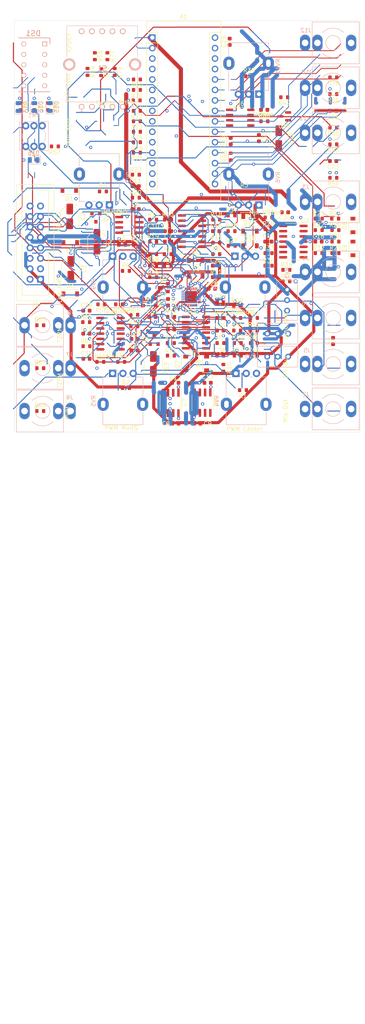
<source format=kicad_pcb>
(kicad_pcb (version 20221018) (generator pcbnew)
  (layers (0 "F.Cu" signal) (1 "In1.Cu" power "+12V") (2 "In2.Cu" power "GND") (31 "B.Cu" signal) (34 "B.Paste" user) (35 "F.Paste" user) (36 "B.SilkS" user "B.Silkscreen") (37 "F.SilkS" user "F.Silkscreen") (38 "B.Mask" user) (39 "F.Mask" user) (44 "Edge.Cuts" user))
  (net 0 "")
  (net 2 "unconnected-(A1-D0{slash}RX-Pad2)")
  (net 4 "Net-(A1-D2)")
  (net 5 "Net-(A1-D3)")
  (net 6 "Net-(A1-D4)")
  (net 7 "GND")
  (net 8 "Net-(A1-D5)")
  (net 9 "Net-(A1-D6)")
  (net 10 "Net-(A1-D7)")
  (net 11 "Net-(A1-D8)")
  (net 12 "Net-(A1-D9)")
  (net 13 "Net-(A1-D10)")
  (net 14 "Net-(A1-D11)")
  (net 15 "Net-(A1-D12)")
  (net 19 "Net-(A1-A0)")
  (net 20 "unconnected-(A1-A1-Pad20)")
  (net 21 "unconnected-(A1-A2-Pad21)")
  (net 22 "unconnected-(A1-A3-Pad22)")
  (net 23 "unconnected-(A1-A4-Pad23)")
  (net 24 "unconnected-(A1-A5-Pad24)")
  (net 25 "unconnected-(A1-A6-Pad25)")
  (net 26 "unconnected-(A1-A7-Pad26)")
  (net 27 "ARDUINOPOWER")
  (net 30 "Net-(C1-Pad1)")
  (net 31 "Net-(C1-Pad2)")
  (net 32 "+12V")
  (net 33 "-12V")
  (net 34 "Net-(U9--)")
  (net 35 "Net-(U1D--)")
  (net 36 "Net-(C10-Pad1)")
  (net 37 "Net-(U1C--)")
  (net 38 "Net-(C11-Pad2)")
  (net 39 "TIME_REVERSE")
  (net 40 "+5V")
  (net 41 "-5V")
  (net 42 "Net-(U4A-+)")
  (net 43 "Net-(C20-Pad1)")
  (net 44 "Net-(U1A--)")
  (net 45 "Net-(U11-SOFT_SYNC)")
  (net 46 "SOFT_SYNC")
  (net 47 "Net-(C22-Pad2)")
  (net 48 "HARD_SYNC")
  (net 49 "Net-(Q2-E)")
  (net 50 "Net-(U11-TCAP)")
  (net 51 "Net-(U1B--)")
  (net 52 "Net-(C35-Pad1)")
  (net 53 "Net-(U3A--)")
  (net 54 "Net-(C36-Pad1)")
  (net 55 "PWM+")
  (net 56 "Net-(U3D--)")
  (net 57 "SQO")
  (net 58 "Net-(C39-Pad1)")
  (net 59 "MIXO")
  (net 60 "Net-(D1-A)")
  (net 61 "Net-(D2-A)")
  (net 62 "Net-(D3-K)")
  (net 63 "Net-(D4-A)")
  (net 64 "Net-(D6-K)")
  (net 65 "Net-(D10-A)")
  (net 66 "F")
  (net 67 "G")
  (net 68 "E")
  (net 69 "D")
  (net 70 "DP")
  (net 71 "C")
  (net 72 "B")
  (net 73 "A")
  (net 74 "Net-(J2-Pad3)")
  (net 75 "Net-(D8-A)")
  (net 76 "Net-(J3-Pad3)")
  (net 77 "Net-(D9-A)")
  (net 78 "Net-(D10-K)")
  (net 79 "Net-(J4-Pad3)")
  (net 80 "Net-(J5-Pad3)")
  (net 81 "Net-(D11-K)")
  (net 82 "Net-(D11-A)")
  (net 83 "SIN_OUT")
  (net 84 "SQUARE_OUT")
  (net 85 "Net-(D12-K)")
  (net 86 "Net-(D12-A)")
  (net 87 "MIX_OUT")
  (net 88 "Net-(J10-Pad3)")
  (net 89 "Net-(D13-A)")
  (net 90 "Net-(J11-Pad3)")
  (net 91 "Net-(D14-A)")
  (net 92 "Net-(D15-A)")
  (net 93 "Net-(J1-Pin_13)")
  (net 94 "Main_VPO")
  (net 95 "Net-(U10-K)")
  (net 96 "PWM_CV")
  (net 97 "PWM_OFFSET")
  (net 98 "MIX_CV")
  (net 99 "MIX_OFFSET")
  (net 100 "VREF")
  (net 101 "TZFM_TZPM_IN")
  (net 102 "Net-(U6A--)")
  (net 103 "LIN_FREQ")
  (net 104 "Net-(S1-C_1)")
  (net 106 "TRI_MIX")
  (net 109 "Net-(R32-Pad2)")
  (net 112 "PULSE_MIX")
  (net 113 "SAW_MIX")
  (net 114 "HFTRIM")
  (net 115 "CENTER_PITCH")
  (net 116 "VOLT_PER_OCTAVE_IN")
  (net 117 "LOG_FM_IN")
  (net 118 "OCTAVE_SHIFT")
  (net 119 "Net-(R43-Pad1)")
  (net 120 "Net-(R45-Pad2)")
  (net 121 "TRO")
  (net 122 "unconnected-(J11-Pad2)")
  (net 123 "Net-(D16-A)")
  (net 124 "Net-(U3B-+)")
  (net 125 "Net-(Q1-D)")
  (net 126 "Net-(Q2-B)")
  (net 127 "SINO")
  (net 128 "Net-(R64-Pad1)")
  (net 129 "Net-(R68-Pad1)")
  (net 130 "Net-(R77-Pad1)")
  (net 131 "Net-(R79-Pad1)")
  (net 132 "Net-(R82-Pad1)")
  (net 133 "Net-(U9-+)")
  (net 134 "Net-(U2B--)")
  (net 135 "Net-(U2A-+)")
  (net 136 "Net-(U2C--)")
  (net 137 "Net-(U2A--)")
  (net 138 "Net-(U2D--)")
  (net 139 "Net-(U2D-+)")
  (net 140 "Net-(U11-SINE_IN+)")
  (net 141 "Net-(U11-BW_COMP)")
  (net 142 "Net-(U11-SINE_IN-)")
  (net 143 "Net-(U11-SQUARE_OUT)")
  (net 144 "Net-(U4B--)")
  (net 145 "Net-(U11-EXPO_SCALE)")
  (net 146 "Net-(U11-HF_TRACK)")
  (net 147 "Net-(U3C-+)")
  (net 166 "TUNER_SIGNAL")
  (net 167 "VOLT_PER_OCTAVE")
  (net 168 "Net-(R57-Pad2)")
  (net 169 "Net-(R90-Pad2)")
  (footprint "Module:Arduino_Nano" (layer "F.Cu") (at 65.950382 29.21)
    (fp_text reference "A1")
    (fp_text value "Arduino_Nano_v3.x")
  )
  (footprint "Capacitor_SMD:CP_Elec_4x5.3" (layer "F.Cu") (at 45.884382 72.622 -90)
    (fp_text reference "C2")
    (fp_text value "10u")
  )
  (footprint "Capacitor_SMD:CP_Elec_4x5.3" (layer "F.Cu") (at 46.138382 85.344 -90)
    (fp_text reference "C3")
    (fp_text value "10u")
  )
  (footprint "Capacitor_SMD:CP_Elec_4x5.3" (layer "F.Cu") (at 52.488382 78.762 -90)
    (fp_text reference "C4")
    (fp_text value "10u")
  )
  (footprint "Capacitor_SMD:C_0603_1608Metric" (layer "F.Cu") (at 58.597382 79.502)
    (fp_text reference "C5")
    (fp_text value "100n")
  )
  (footprint "Capacitor_SMD:C_0603_1608Metric" (layer "F.Cu") (at 61.886382 70.866 180)
    (fp_text reference "C6")
    (fp_text value "100n")
  )
  (footprint "Capacitor_SMD:C_0603_1608Metric" (layer "F.Cu") (at 69.773382 78.74)
    (fp_text reference "C7")
    (fp_text value "100p")
  )
  (footprint "Capacitor_SMD:C_0603_1608Metric" (layer "F.Cu") (at 71.551382 122.936 180)
    (fp_text reference "C8")
    (fp_text value "0.33u")
  )
  (footprint "Capacitor_SMD:C_0603_1608Metric" (layer "F.Cu") (at 76.859382 122.936)
    (fp_text reference "C9")
    (fp_text value "0.33u")
  )
  (footprint "Capacitor_SMD:C_0603_1608Metric" (layer "F.Cu") (at 66.191382 76.2)
    (fp_text reference "C10")
    (fp_text value "100p")
  )
  (footprint "Capacitor_SMD:C_0603_1608Metric" (layer "F.Cu") (at 61.899382 65.278)
    (fp_text reference "C11")
    (fp_text value "100p")
  )
  (footprint "Capacitor_SMD:C_0603_1608Metric" (layer "F.Cu") (at 79.399382 113.03)
    (fp_text reference "C13")
    (fp_text value "100n")
  )
  (footprint "Capacitor_SMD:C_0603_1608Metric" (layer "F.Cu") (at 61.619382 105.156)
    (fp_text reference "C14")
    (fp_text value "100n")
  )
  (footprint "Capacitor_SMD:CP_Elec_4x5.3" (layer "F.Cu") (at 66.204382 108.436 -90)
    (fp_text reference "C15")
    (fp_text value "10u")
  )
  (footprint "Capacitor_SMD:C_0603_1608Metric" (layer "F.Cu") (at 81.457382 76.2 180)
    (fp_text reference "C16")
    (fp_text value "100n")
  )
  (footprint "Capacitor_SMD:C_0603_1608Metric" (layer "F.Cu") (at 69.773382 76.2)
    (fp_text reference "C17")
    (fp_text value "100n")
  )
  (footprint "Capacitor_SMD:C_0603_1608Metric" (layer "F.Cu") (at 106.349382 78.74 180)
    (fp_text reference "C18")
    (fp_text value "100n")
  )
  (footprint "Capacitor_SMD:C_0603_1608Metric" (layer "F.Cu") (at 94.157382 78.74)
    (fp_text reference "C19")
    (fp_text value "100n")
  )
  (footprint "Capacitor_SMD:C_0603_1608Metric" (layer "F.Cu") (at 81.431382 84.582)
    (fp_text reference "C20")
    (fp_text value "100p")
  )
  (footprint "Capacitor_SMD:C_0603_1608Metric" (layer "F.Cu") (at 109.905382 46.99)
    (fp_text reference "C21")
    (fp_text value "10n")
  )
  (footprint "Capacitor_SMD:C_0603_1608Metric" (layer "F.Cu") (at 109.905382 59.182 180)
    (fp_text reference "C23")
    (fp_text value "10n")
  )
  (footprint "Capacitor_SMD:C_0603_1608Metric" (layer "F.Cu") (at 82.473382 100.33 180)
    (fp_text reference "C24")
    (fp_text value "100n")
  )
  (footprint "Capacitor_SMD:C_0603_1608Metric" (layer "F.Cu") (at 70.509382 100.076)
    (fp_text reference "C25")
    (fp_text value "100n")
  )
  (footprint "Capacitor_SMD:C_0603_1608Metric" (layer "F.Cu") (at 80.415382 90.17)
    (fp_text reference "C26")
    (fp_text value "3.9n COG/NPO")
  )
  (footprint "Capacitor_SMD:C_0603_1608Metric" (layer "F.Cu") (at 61.645382 102.362 180)
    (fp_text reference "C27")
    (fp_text value "100n")
  )
  (footprint "Capacitor_SMD:C_0603_1608Metric" (layer "F.Cu") (at 49.935382 101.092)
    (fp_text reference "C28")
    (fp_text value "100n")
  )
  (footprint "Capacitor_SMD:C_0603_1608Metric" (layer "F.Cu") (at 82.473382 93.472)
    (fp_text reference "C34")
    (fp_text value "100n")
  )
  (footprint "Capacitor_SMD:C_0603_1608Metric" (layer "F.Cu") (at 98.195382 71.628 180)
    (fp_text reference "C35")
    (fp_text value "100p")
  )
  (footprint "Capacitor_SMD:C_0603_1608Metric" (layer "F.Cu") (at 82.473382 106.426)
    (fp_text reference "C36")
    (fp_text value "100p")
  )
  (footprint "Capacitor_SMD:C_0603_1608Metric" (layer "F.Cu") (at 65.963382 97.028 180)
    (fp_text reference "C37")
    (fp_text value "100p")
  )
  (footprint "Capacitor_SMD:C_0603_1608Metric" (layer "F.Cu") (at 49.935382 95.504 180)
    (fp_text reference "C38")
    (fp_text value "22p")
  )
  (footprint "Capacitor_SMD:C_0603_1608Metric" (layer "F.Cu") (at 49.961382 107.188 180)
    (fp_text reference "C39")
    (fp_text value "22p")
  )
  (footprint "Diode_SMD:D_SOD-123" (layer "F.Cu") (at 45.758382 66.294 180)
    (fp_text reference "D1")
    (fp_text value "B5819W")
  )
  (footprint "Diode_SMD:D_SOD-123" (layer "F.Cu") (at 46.010382 78.994 180)
    (fp_text reference "D2")
    (fp_text value "B5819W")
  )
  (footprint "Diode_SMD:D_SOD-123" (layer "F.Cu") (at 46.012382 91.44)
    (fp_text reference "D3")
    (fp_text value "B5819W")
  )
  (footprint "Package_TO_SOT_SMD:SOT-23" (layer "F.Cu") (at 52.234382 72.914 -90)
    (fp_text reference "Q1")
    (fp_text value "2N7002")
  )
  (footprint "Package_TO_SOT_SMD:SOT-23" (layer "F.Cu") (at 68.728382 89.916 180)
    (fp_text reference "Q2")
    (fp_text value "MMBT3904")
  )
  (footprint "Resistor_SMD:R_0603_1608Metric" (layer "F.Cu") (at 59.537382 114.3)
    (fp_text reference "R2")
    (fp_text value "100k")
  )
  (footprint "Resistor_SMD:R_0603_1608Metric" (layer "F.Cu") (at 88.302382 66.548 180)
    (fp_text reference "R3")
    (fp_text value "100k")
  )
  (footprint "Resistor_SMD:R_0603_1608Metric" (layer "F.Cu") (at 53.949382 66.548)
    (fp_text reference "R4")
    (fp_text value "100k")
  )
  (footprint "Resistor_SMD:R_0603_1608Metric" (layer "F.Cu") (at 69.697382 84.582)
    (fp_text reference "R5")
    (fp_text value "100k")
  )
  (footprint "Resistor_SMD:R_0603_1608Metric" (layer "F.Cu") (at 59.537382 85.852)
    (fp_text reference "R6")
    (fp_text value "100k")
  )
  (footprint "Resistor_SMD:R_0603_1608Metric" (layer "F.Cu") (at 82.523382 103.378)
    (fp_text reference "R7")
    (fp_text value "110k")
  )
  (footprint "Resistor_SMD:R_0603_1608Metric" (layer "F.Cu") (at 81.507382 81.788 180)
    (fp_text reference "R8")
    (fp_text value "110k")
  )
  (footprint "Resistor_SMD:R_0603_1608Metric" (layer "F.Cu") (at 69.697382 81.788 180)
    (fp_text reference "R9")
    (fp_text value "100k")
  )
  (footprint "Resistor_SMD:R_0603_1608Metric" (layer "F.Cu") (at 83.222382 109.411 -90)
    (fp_text reference "R10")
    (fp_text value "5k")
  )
  (footprint "Resistor_SMD:R_0603_1608Metric" (layer "F.Cu") (at 81.444382 87.376 180)
    (fp_text reference "R11")
    (fp_text value "5k")
  )
  (footprint "Resistor_SMD:R_0603_1608Metric" (layer "F.Cu") (at 66.141382 81.788 180)
    (fp_text reference "R12")
    (fp_text value "20k")
  )
  (footprint "Resistor_SMD:R_0603_1608Metric" (layer "F.Cu") (at 69.760382 73.406)
    (fp_text reference "R13")
    (fp_text value "20k")
  )
  (footprint "Resistor_SMD:R_0603_1608Metric" (layer "F.Cu") (at 81.507382 78.994)
    (fp_text reference "R15")
    (fp_text value "100k")
  )
  (footprint "Resistor_SMD:R_0603_1608Metric" (layer "F.Cu") (at 62.203382 79.502)
    (fp_text reference "R16")
    (fp_text value "100")
  )
  (footprint "Resistor_SMD:R_0603_1608Metric" (layer "F.Cu") (at 70.459382 103.378 180)
    (fp_text reference "R17")
    (fp_text value "100k")
  )
  (footprint "Resistor_SMD:R_0603_1608Metric" (layer "F.Cu") (at 81.507382 73.406 180)
    (fp_text reference "R18")
    (fp_text value "100k")
  )
  (footprint "Resistor_SMD:R_0603_1608Metric" (layer "F.Cu") (at 66.141382 78.74)
    (fp_text reference "R19")
    (fp_text value "500k")
  )
  (footprint "Resistor_SMD:R_0603_1608Metric" (layer "F.Cu") (at 61.949382 68.072 180)
    (fp_text reference "R20")
    (fp_text value "100k")
  )
  (footprint "Resistor_SMD:R_0603_1608Metric" (layer "F.Cu") (at 70.459382 106.426)
    (fp_text reference "R21")
    (fp_text value "25k")
  )
  (footprint "Resistor_SMD:R_0603_1608Metric" (layer "F.Cu") (at 106.399382 75.946 180)
    (fp_text reference "R22")
    (fp_text value "100k")
  )
  (footprint "Resistor_SMD:R_0603_1608Metric" (layer "F.Cu") (at 61.949382 62.484 180)
    (fp_text reference "R23")
    (fp_text value "10k")
  )
  (footprint "Resistor_SMD:R_0603_1608Metric" (layer "F.Cu") (at 110.400382 73.152)
    (fp_text reference "R24")
    (fp_text value "100k")
  )
  (footprint "Resistor_SMD:R_0603_1608Metric" (layer "F.Cu") (at 106.399382 73.152)
    (fp_text reference "R25")
    (fp_text value "100k")
  )
  (footprint "Resistor_SMD:R_0603_1608Metric" (layer "F.Cu") (at 110.463382 75.946)
    (fp_text reference "R26")
    (fp_text value "100k")
  )
  (footprint "Resistor_SMD:R_0603_1608Metric" (layer "F.Cu") (at 85.254382 79.756)
    (fp_text reference "R27")
    (fp_text value "80k")
  )
  (footprint "Resistor_SMD:R_0603_1608Metric" (layer "F.Cu") (at 94.207382 75.692)
    (fp_text reference "R28")
    (fp_text value "100k")
  )
  (footprint "Resistor_SMD:R_0603_1608Metric" (layer "F.Cu") (at 110.463382 81.534)
    (fp_text reference "R29")
    (fp_text value "100k")
  )
  (footprint "Resistor_SMD:R_0603_1608Metric" (layer "F.Cu") (at 110.463382 78.74)
    (fp_text reference "R30")
    (fp_text value "50K")
  )
  (footprint "Resistor_SMD:R_0603_1608Metric" (layer "F.Cu") (at 94.207382 72.898 180)
    (fp_text reference "R31")
    (fp_text value "100k")
  )
  (footprint "Resistor_SMD:R_0603_1608Metric" (layer "F.Cu") (at 106.399382 81.534 180)
    (fp_text reference "R32")
    (fp_text value "50K")
  )
  (footprint "Resistor_SMD:R_0603_1608Metric" (layer "F.Cu") (at 94.207382 81.534 180)
    (fp_text reference "R33")
    (fp_text value "50K")
  )
  (footprint "Resistor_SMD:R_0603_1608Metric" (layer "F.Cu") (at 98.525382 85.598 180)
    (fp_text reference "R34")
    (fp_text value "50K")
  )
  (footprint "Resistor_SMD:R_0603_1608Metric" (layer "F.Cu") (at 98.525382 88.392 180)
    (fp_text reference "R35")
    (fp_text value "110k")
  )
  (footprint "Resistor_SMD:R_0603_1608Metric" (layer "F.Cu") (at 94.207382 84.582 180)
    (fp_text reference "R36")
    (fp_text value "110k")
  )
  (footprint "Resistor_SMD:R_0603_1608Metric" (layer "F.Cu") (at 85.191382 72.39)
    (fp_text reference "R37")
    (fp_text value "100k")
  )
  (footprint "Resistor_SMD:R_0603_1608Metric" (layer "F.Cu") (at 85.191382 76.2)
    (fp_text reference "R38")
    (fp_text value "62k")
  )
  (footprint "Resistor_SMD:R_0603_1608Metric" (layer "F.Cu") (at 89.509382 38.608)
    (fp_text reference "R39")
    (fp_text value "120k")
  )
  (footprint "Resistor_SMD:R_0603_1608Metric" (layer "F.Cu") (at 82.523382 97.282 180)
    (fp_text reference "R40")
    (fp_text value "51K")
  )
  (footprint "Resistor_SMD:R_0603_1608Metric" (layer "F.Cu") (at 70.522382 97.028)
    (fp_text reference "R41")
    (fp_text value "51K")
  )
  (footprint "Resistor_SMD:R_0603_1608Metric" (layer "F.Cu") (at 98.017382 43.688 180)
    (fp_text reference "R42")
    (fp_text value "51K")
  )
  (footprint "Resistor_SMD:R_0603_1608Metric" (layer "F.Cu") (at 90.651382 97.282 180)
    (fp_text reference "R43")
    (fp_text value "10k")
  )
  (footprint "Resistor_SMD:R_0603_1608Metric" (layer "F.Cu") (at 86.587382 100.33)
    (fp_text reference "R44")
    (fp_text value "100k")
  )
  (footprint "Resistor_SMD:R_0603_1608Metric" (layer "F.Cu") (at 90.651382 100.33)
    (fp_text reference "R45")
    (fp_text value "22k")
  )
  (footprint "Resistor_SMD:R_0603_1608Metric" (layer "F.Cu") (at 66.141382 87.376 180)
    (fp_text reference "R46")
    (fp_text value "20k")
  )
  (footprint "Resistor_SMD:R_0603_1608Metric" (layer "F.Cu") (at 86.715382 106.426)
    (fp_text reference "R47")
    (fp_text value "4.02k")
  )
  (footprint "Resistor_SMD:R_0603_1608Metric" (layer "F.Cu") (at 90.651382 106.426)
    (fp_text reference "R48")
    (fp_text value "4.75k")
  )
  (footprint "Resistor_SMD:R_0603_1608Metric" (layer "F.Cu") (at 66.141382 84.582)
    (fp_text reference "R49")
    (fp_text value "20k")
  )
  (footprint "Resistor_SMD:R_0603_1608Metric" (layer "F.Cu") (at 109.955382 63.246 180)
    (fp_text reference "R50")
    (fp_text value "10k")
  )
  (footprint "Resistor_SMD:R_0603_1608Metric" (layer "F.Cu") (at 86.715382 103.378 180)
    (fp_text reference "R52")
    (fp_text value "4.75k")
  )
  (footprint "Resistor_SMD:R_0603_1608Metric" (layer "F.Cu") (at 86.587382 97.282)
    (fp_text reference "R53")
    (fp_text value "267k")
  )
  (footprint "Resistor_SMD:R_0603_1608Metric" (layer "F.Cu") (at 58.393382 107.95)
    (fp_text reference "R54")
    (fp_text value "5.1k")
  )
  (footprint "Resistor_SMD:R_0603_1608Metric" (layer "F.Cu") (at 57.885382 93.98 180)
    (fp_text reference "R55")
    (fp_text value "20k")
  )
  (footprint "Resistor_SMD:R_0603_1608Metric" (layer "F.Cu") (at 53.567382 93.98 180)
    (fp_text reference "R56")
    (fp_text value "20k")
  )
  (footprint "Resistor_SMD:R_0603_1608Metric" (layer "F.Cu") (at 61.569382 99.314)
    (fp_text reference "R59")
    (fp_text value "5.1k")
  )
  (footprint "Resistor_SMD:R_0603_1608Metric" (layer "F.Cu") (at 53.313382 107.95 180)
    (fp_text reference "R60")
    (fp_text value "80k")
  )
  (footprint "Resistor_SMD:R_0603_1608Metric" (layer "F.Cu") (at 90.651382 103.378)
    (fp_text reference "R61")
    (fp_text value "12.7k")
  )
  (footprint "Resistor_SMD:R_0603_1608Metric" (layer "F.Cu") (at 49.885382 98.298 180)
    (fp_text reference "R62")
    (fp_text value "80k")
  )
  (footprint "Resistor_SMD:R_0603_1608Metric" (layer "F.Cu") (at 49.948382 104.14 180)
    (fp_text reference "R63")
    (fp_text value "62k")
  )
  (footprint "Resistor_SMD:R_0603_1608Metric" (layer "F.Cu") (at 61.569382 96.52)
    (fp_text reference "R64")
    (fp_text value "10k")
  )
  (footprint "Resistor_SMD:R_0603_1608Metric" (layer "F.Cu") (at 38.709382 99.06)
    (fp_text reference "R65")
    (fp_text value "1k")
  )
  (footprint "Resistor_SMD:R_0603_1608Metric" (layer "F.Cu") (at 38.709382 119.888)
    (fp_text reference "R66")
    (fp_text value "1k")
  )
  (footprint "Resistor_SMD:R_0603_1608Metric" (layer "F.Cu") (at 38.709382 109.474)
    (fp_text reference "R67")
    (fp_text value "1k")
  )
  (footprint "Resistor_SMD:R_0603_1608Metric" (layer "F.Cu") (at 51.980382 33.719 90)
    (fp_text reference "R68")
    (fp_text value "10k 0.1%")
  )
  (footprint "Resistor_SMD:R_0603_1608Metric" (layer "F.Cu") (at 62.140382 44.45 180)
    (fp_text reference "R71")
    (fp_text value "2k")
  )
  (footprint "Resistor_SMD:R_0603_1608Metric" (layer "F.Cu") (at 62.203382 46.99 180)
    (fp_text reference "R72")
    (fp_text value "2k")
  )
  (footprint "Resistor_SMD:R_0603_1608Metric" (layer "F.Cu") (at 62.203382 49.53 180)
    (fp_text reference "R73")
    (fp_text value "2k")
  )
  (footprint "Resistor_SMD:R_0603_1608Metric" (layer "F.Cu") (at 62.203382 52.07 180)
    (fp_text reference "R74")
    (fp_text value "2k")
  )
  (footprint "Resistor_SMD:R_0603_1608Metric" (layer "F.Cu") (at 62.203382 54.61 180)
    (fp_text reference "R75")
    (fp_text value "2k")
  )
  (footprint "Resistor_SMD:R_0603_1608Metric" (layer "F.Cu") (at 62.203382 57.15 180)
    (fp_text reference "R76")
    (fp_text value "2k")
  )
  (footprint "Resistor_SMD:R_0603_1608Metric" (layer "F.Cu") (at 55.028382 33.719 90)
    (fp_text reference "R77")
    (fp_text value "10k 0.1%")
  )
  (footprint "Resistor_SMD:R_0603_1608Metric" (layer "F.Cu") (at 109.955382 38.862 180)
    (fp_text reference "R78")
    (fp_text value "100k")
  )
  (footprint "Resistor_SMD:R_0603_1608Metric" (layer "F.Cu") (at 56.806382 37.529 90)
    (fp_text reference "R79")
    (fp_text value "10k 0.1%")
  )
  (footprint "Resistor_SMD:R_0603_1608Metric" (layer "F.Cu") (at 109.955382 51.054 180)
    (fp_text reference "R80")
    (fp_text value "100k")
  )
  (footprint "Resistor_SMD:R_0603_1608Metric" (layer "F.Cu") (at 109.955382 42.926 180)
    (fp_text reference "R81")
    (fp_text value "33k")
  )
  (footprint "Resistor_SMD:R_0603_1608Metric" (layer "F.Cu") (at 53.504382 37.592 90)
    (fp_text reference "R82")
    (fp_text value "10k 0.1%")
  )
  (footprint "Resistor_SMD:R_0603_1608Metric" (layer "F.Cu") (at 109.955382 55.118 180)
    (fp_text reference "R83")
    (fp_text value "33k")
  )
  (footprint "Resistor_SMD:R_0603_1608Metric" (layer "F.Cu") (at 50.202382 37.529 90)
    (fp_text reference "R84")
    (fp_text value "10k 0.1%")
  )
  (footprint "Resistor_SMD:R_0603_1608Metric" (layer "F.Cu") (at 85.000382 58.103 90)
    (fp_text reference "R85")
    (fp_text value "1k")
  )
  (footprint "Resistor_SMD:R_0603_1608Metric" (layer "F.Cu") (at 33.946382 45.911 -90)
    (fp_text reference "R86")
    (fp_text value "2k")
  )
  (footprint "Resistor_SMD:R_0603_1608Metric" (layer "F.Cu") (at 37.248382 45.911 -90)
    (fp_text reference "R87")
    (fp_text value "2k")
  )
  (footprint "Resistor_SMD:R_0603_1608Metric" (layer "F.Cu") (at 40.550382 45.911 -90)
    (fp_text reference "R88")
    (fp_text value "2k")
  )
  (footprint "Package_SO:SOIC-14_3.9x8.7mm_P1.27mm" (layer "F.Cu") (at 75.602382 76.2 180)
    (fp_text reference "U1")
    (fp_text value "TL074")
  )
  (footprint "Package_SO:SOIC-14_3.9x8.7mm_P1.27mm" (layer "F.Cu") (at 76.553382 100.838 180)
    (fp_text reference "U3")
    (fp_text value "TL074")
  )
  (footprint "Package_SO:SOIC-14_3.9x8.7mm_P1.27mm" (layer "F.Cu") (at 55.790382 101.092 180)
    (fp_text reference "U4")
    (fp_text value "TL074")
  )
  (footprint "Package_TO_SOT_SMD:SOT-23" (layer "F.Cu") (at 66.392382 102.616 90)
    (fp_text reference "U5")
    (fp_text value "LM4040A (2.5V)")
  )
  (footprint "Package_SO:SOIC-8_3.9x4.9mm_P1.27mm" (layer "F.Cu") (at 70.395382 117.921 -90)
    (fp_text reference "U7")
    (fp_text value "L78L05_SO8")
  )
  (footprint "Package_SO:SOIC-8_3.9x4.9mm_P1.27mm" (layer "F.Cu") (at 78.142382 117.856 -90)
    (fp_text reference "U8")
    (fp_text value "L79L05_SO8")
  )
  (footprint "Package_SO:SOIC-8_3.9x4.9mm_P1.27mm" (layer "F.Cu") (at 60.362382 74.676 180)
    (fp_text reference "U9")
    (fp_text value "LM311")
  )
  (footprint "Diode_SMD:D_SOD-123" (layer "F.Cu") (at 76.490382 83.312)
    (fp_text reference "D4")
    (fp_text value "1N4148W")
  )
  (footprint "Diode_SMD:D_SOD-123" (layer "F.Cu") (at 76.492382 87.122 180)
    (fp_text reference "D5")
    (fp_text value "1N4148W")
  )
  (footprint "Diode_SMD:D_SOD-123" (layer "F.Cu") (at 79.158382 108.33 90)
    (fp_text reference "D6")
    (fp_text value "1N4148W")
  )
  (footprint "Diode_SMD:D_SOD-123" (layer "F.Cu") (at 74.078382 108.332 -90)
    (fp_text reference "D7")
    (fp_text value "1N4148W")
  )
  (footprint "Diode_SMD:D_SOD-123" (layer "F.Cu") (at 114.718382 74.804 90)
    (fp_text reference "D8")
    (fp_text value "1N4148W")
  )
  (footprint "Diode_SMD:D_SOD-123" (layer "F.Cu") (at 114.718382 80.39 90)
    (fp_text reference "D9")
    (fp_text value "1N4148W")
  )
  (footprint "Diode_SMD:D_SOD-123" (layer "F.Cu") (at 89.700382 79.756)
    (fp_text reference "D10")
    (fp_text value "1N4148W")
  )
  (footprint "Diode_SMD:D_SOD-123" (layer "F.Cu") (at 89.700382 72.644)
    (fp_text reference "D11")
    (fp_text value "1N4148W")
  )
  (footprint "Diode_SMD:D_SOD-123" (layer "F.Cu") (at 89.700382 76.2)
    (fp_text reference "D12")
    (fp_text value "1N4148W")
  )
  (footprint "Connector_IDC:IDC-Header_2x08_P2.54mm_Vertical" (layer "F.Cu") (at 38.772382 87.884 180)
    (fp_text reference "J1")
    (fp_text value "Conn_02x08_Odd_Even")
  )
  (footprint "Capacitor_SMD:C_0603_1608Metric" (layer "F.Cu") (at 84.746382 30.213 90)
    (fp_text reference "C29")
    (fp_text value "100n")
  )
  (footprint "Resistor_SMD:R_0603_1608Metric" (layer "F.Cu") (at 62.203382 39.37 180)
    (fp_text reference "R69")
    (fp_text value "2k")
  )
  (footprint "Resistor_SMD:R_0603_1608Metric" (layer "F.Cu") (at 62.203382 41.91 180)
    (fp_text reference "R70")
    (fp_text value "2k")
  )
  (footprint "Capacitor_SMD:C_0603_1608Metric" (layer "F.Cu") (at 71.538382 113.03 180)
    (fp_text reference "C12")
    (fp_text value "100n")
  )
  (footprint "Package_DFN_QFN:QFN-32-1EP_4x4mm_P0.4mm_EP2.9x2.9mm" (layer "F.Cu") (at 75.357687 92.202 180)
    (fp_text reference "U11")
    (fp_text value "SSI2130")
  )
  (footprint "Resistor_SMD:R_0603_1608Metric" (layer "F.Cu") (at 66.712382 93.409 -90)
    (fp_text reference "R51")
    (fp_text value "270")
  )
  (footprint "Capacitor_SMD:C_0603_1608Metric" (layer "F.Cu") (at 69.760382 93.459 -90)
    (fp_text reference "C31")
    (fp_text value "100n")
  )
  (footprint "Capacitor_SMD:C_0603_1608Metric" (layer "F.Cu") (at 63.664382 93.472 -90)
    (fp_text reference "C22")
    (fp_text value "10n")
  )
  (footprint "Resistor_SMD:R_0603_1608Metric" (layer "F.Cu") (at 87.985382 114.808 180)
    (fp_text reference "R1")
    (fp_text value "100k")
  )
  (footprint "Package_SO:SOIC-14_3.9x8.7mm_P1.27mm" (layer "F.Cu") (at 100.240382 78.74 180)
    (fp_text reference "U2")
    (fp_text value "TL074")
  )
  (footprint "Resistor_SMD:R_0603_1608Metric" (layer "F.Cu") (at 66.141382 73.406 180)
    (fp_text reference "R14")
    (fp_text value "20k")
  )
  (footprint "Capacitor_SMD:C_0603_1608Metric" (layer "F.Cu") (at 109.892382 102.883 90)
    (fp_text reference "C1")
    (fp_text value "10u")
  )
  (footprint "Capacitor_SMD:C_0603_1608Metric" (layer "F.Cu") (at 85.000382 54.343 90)
    (fp_text reference "C32")
    (fp_text value "100n")
  )
  (footprint "Capacitor_SMD:C_0603_1608Metric" (layer "F.Cu") (at 93.141382 46.736 180)
    (fp_text reference "C30")
    (fp_text value "100n")
  )
  (footprint "Capacitor_SMD:CP_Elec_4x5.3" (layer "F.Cu") (at 96.684382 53.616 -90)
    (fp_text reference "C40")
    (fp_text value "10u")
  )
  (footprint "Package_TO_SOT_SMD:SOT-23" (layer "F.Cu") (at 98.032882 48.326 180)
    (fp_text reference "U10")
    (fp_text value "LM4040A (5V)")
  )
  (footprint "Resistor_SMD:R_0603_1608Metric" (layer "F.Cu") (at 42.265382 55.626 180)
    (fp_text reference "R57")
    (fp_text value "51K")
  )
  (footprint "Resistor_SMD:R_0603_1608Metric" (layer "F.Cu") (at 93.191382 49.53)
    (fp_text reference "R89")
    (fp_text value "1k")
  )
  (footprint "Capacitor_SMD:C_0603_1608Metric" (layer "F.Cu") (at 91.858382 53.607 -90)
    (fp_text reference "C33")
    (fp_text value "100n")
  )
  (footprint "Resistor_SMD:R_0603_1608Metric" (layer "F.Cu") (at 86.587382 94.488)
    (fp_text reference "R58")
    (fp_text value "R_Drop_Octave(>51k, 51k = 5Oct Drop)")
  )
  (footprint "Package_SO:SO-8_3.9x4.9mm_P1.27mm" (layer "F.Cu") (at 87.321382 48.641)
    (fp_text reference "U6")
    (fp_text value "TL072")
  )
  (footprint "Resistor_SMD:R_0603_1608Metric" (layer "F.Cu") (at 37.057382 58.928)
    (fp_text reference "R90")
    (fp_text value "2k")
  )
  (footprint "LED_SMD:LED_0805_2012Metric" (layer "B.Cu") (at 33.438382 46.0525 90)
    (fp_text reference "D13")
    (fp_text value "LED")
  )
  (footprint "LED_SMD:LED_0805_2012Metric" (layer "B.Cu") (at 37.248382 46.0525 90)
    (fp_text reference "D14")
    (fp_text value "LED")
  )
  (footprint "LED_SMD:LED_0805_2012Metric" (layer "B.Cu") (at 41.058382 46.0525 90)
    (fp_text reference "D15")
    (fp_text value "LED")
  )
  (footprint "LSHD-A101:DIPS508W50P254L1270H609Q10N" (layer "B.Cu") (at 39.788382 30.734 180)
    (fp_text reference "DS1")
    (fp_text value "LSHD-A103" hide)
  )
  (footprint "Connector_Audio:PJ-3001_Mono_Phone" (layer "B.Cu") (at 106.082382 109.22 180)
    (fp_text reference "J2")
    (fp_text value "PJ301_THONKICONN")
  )
  (footprint "Connector_Audio:PJ-3001_Mono_Phone" (layer "B.Cu") (at 106.082382 58.928 180)
    (fp_text reference "J3")
    (fp_text value "PJ301_THONKICONN")
  )
  (footprint "Connector_Audio:PJ-3001_Mono_Phone" (layer "B.Cu") (at 106.082382 87.122 180)
    (fp_text reference "J6")
    (fp_text value "PJ301_THONKICONN")
  )
  (footprint "Connector_Audio:PJ-3001_Mono_Phone" (layer "B.Cu") (at 43.090382 119.634)
    (fp_text reference "J7")
    (fp_text value "PJ301_THONKICONN")
  )
  (footprint "Connector_Audio:PJ-3001_Mono_Phone" (layer "B.Cu") (at 43.090382 109.22)
    (fp_text reference "J8")
    (fp_text value "PJ301_THONKICONN")
  )
  (footprint "Connector_Audio:PJ-3001_Mono_Phone" (layer "B.Cu") (at 43.090382 130.048)
    (fp_text reference "J9")
    (fp_text value "PJ301_THONKICONN")
  )
  (footprint "Connector_Audio:PJ-3001_Mono_Phone" (layer "B.Cu") (at 106.082382 31.242 180)
    (fp_text reference "J10")
    (fp_text value "PJ301_THONKICONN")
  )
  (footprint "Connector_Audio:PJ-3001_Mono_Phone" (layer "B.Cu") (at 106.082382 42.164 180)
    (fp_text reference "J11")
    (fp_text value "PJ301_THONKICONN")
  )
  (footprint "Connector_Audio:PJ-3001_Mono_Phone" (layer "B.Cu") (at 106.082382 20.32 180)
    (fp_text reference "J12")
    (fp_text value "PJ301_THONKICONN")
  )
  (footprint "Potentiometer_THT:Potentiometer_Bourns_3296W_Vertical" (layer "B.Cu") (at 93.890382 101.092 180)
    (fp_text reference "RV1")
    (fp_text value "5k trim pot")
  )
  (footprint "Potentiometer_THT:Potentiometer_Bourns_3296W_Vertical" (layer "B.Cu") (at 93.890382 106.68 180)
    (fp_text reference "RV2")
    (fp_text value "5k trim pot")
  )
  (footprint "Potentiometer_THT:Potentiometer_Alpha_RD901F-40-00D_Single_Vertical" (layer "B.Cu") (at 86.270382 110.744 -90)
    (fp_text reference "RV4")
    (fp_text value "B100k")
  )
  (footprint "Potentiometer_THT:Potentiometer_Alpha_RD901F-40-00D_Single_Vertical" (layer "B.Cu") (at 56.298382 110.744 -90)
    (fp_text reference "RV5")
    (fp_text value "B10k")
  )
  (footprint "Potentiometer_THT:Potentiometer_Alpha_RD901F-40-00D_Single_Vertical" (layer "B.Cu") (at 91.858382 69.85 90)
    (fp_text reference "RV6")
    (fp_text value "B100k")
  )
  (footprint "Potentiometer_THT:Potentiometer_Alpha_RD901F-40-00D_Single_Vertical" (layer "B.Cu") (at 55.536382 69.85 90)
    (fp_text reference "RV7")
    (fp_text value "B10k")
  )
  (footprint "Potentiometer_THT:Potentiometer_Alpha_RD901F-40-00D_Single_Vertical" (layer "B.Cu") (at 86.016382 82.296 -90)
    (fp_text reference "RV8")
    (fp_text value "B100k")
  )
  (footprint "Potentiometer_THT:Potentiometer_Alpha_RD901F-40-00D_Single_Vertical" (layer "B.Cu") (at 56.298382 82.296 -90)
    (fp_text reference "RV9")
    (fp_text value "B100k")
  )
  (footprint "Potentiometer_THT:Potentiometer_Alpha_RD901F-40-00D_Single_Vertical" (layer "B.Cu") (at 91.858382 42.926 90)
    (fp_text reference "RV11")
    (fp_text value "B10k")
  )
  (footprint "SR1712F-0106-20F0A-N9-N-027:SR1712F010620F0AN9N027" (layer "B.Cu") (at 53.758382 36.83 180)
    (fp_text reference "S1")
    (fp_text value "SR1712F-0106-20F0A-N9-N-027" hide)
  )
  (footprint "Connector_Audio:PJ-3001_Mono_Phone" (layer "B.Cu") (at 106.082382 98.298 180)
    (fp_text reference "J5")
    (fp_text value "PJ301_THONKICONN")
  )
  (footprint "Potentiometer_THT:Potentiometer_Bourns_3296W_Vertical" (layer "B.Cu") (at 98.716382 90.424 90)
    (fp_text reference "RV3")
    (fp_text value "5k trim pot")
  )
  (footprint "Connector_Audio:PJ-3001_Mono_Phone" (layer "B.Cu") (at 106.082382 75.946 180)
    (fp_text reference "J4")
    (fp_text value "PJ301_THONKICONN")
  )
  (footprint "LED_SMD:LED_0805_2012Metric" (layer "B.Cu") (at 37.106382 58.928 180)
    (fp_text reference "D16")
    (fp_text value "LED")
  )
  (footprint "Synth Parts:DPDT Tayda Push Switch" (layer "B.Cu") (at 37.176382 53.115 180)
    (fp_text reference "SW1")
    (fp_text value "SW_Push_DPDT")
  )
  (gr_line (start 32.468382 125) (end 32.468382 25) (stroke (width 0.05)) (layer "Edge.Cuts"))
  (gr_line (start 32.468382 25) (end 116.468382 25) (stroke (width 0.05)) (layer "Edge.Cuts"))
  (gr_line (start 32.468382 125) (end 116.468382 125) (stroke (width 0.05)) (layer "Edge.Cuts"))
  (gr_line (start 116.468382 125) (end 116.468382 25) (stroke (width 0.05)) (layer "Edge.Cuts"))
  (gr_text "TZPM" (at 43.434 101.346 90) (layer "F.SilkS") (effects (font (size 1 1))))
  (gr_text "TZFM" (at 43.434 112.522 90) (layer "F.SilkS") (effects (font (size 1 1))))
  (gr_text "PWM Center" (at 88.392 124.206) (layer "F.SilkS") (effects (font (size 1 1))))
  (gr_text "PWM Mod%" (at 58.42 123.952) (layer "F.SilkS") (effects (font (size 1 1))))
  (gr_text "Mix CV%" (at 57.15 71.628) (layer "F.SilkS") (effects (font (size 1 1))))
  (gr_text "Log FM" (at 43.434 90.932 90) (layer "F.SilkS") (effects (font (size 1 1))))
  (gr_text "Octave" (at 92.964 47.752) (layer "F.SilkS") (effects (font (size 1 1))))
  (gr_text "Sync Out" (at 98.298 99.314 90) (layer "F.SilkS") (effects (font (size 1 1))))
  (gr_text "Hard Sync" (at 45.466 52.324 90) (layer "F.SilkS") (effects (font (size 1 1))))
  (gr_text "Mix Out" (at 98.298 119.888 90) (layer "F.SilkS") (effects (font (size 1 1))))
  (gr_text "Mix CV" (at 43.18 73.914 90) (layer "F.SilkS") (effects (font (size 1 1))))
  (gr_text "Log FM%" (at 58.166 95.758) (layer "F.SilkS") (effects (font (size 1 1))))
  (gr_text "TZ Mod%" (at 87.376 95.758) (layer "F.SilkS") (effects (font (size 1 1))))
  (gr_text "Center Pitch" (at 56.896 44.958) (layer "F.SilkS") (effects (font (size 1 1))))
  (gr_text "V/OCT" (at 45.72 30.48 90) (layer "F.SilkS") (effects (font (size 1 1))))
  (gr_text "Sin Out" (at 98.298 109.22 90) (layer "F.SilkS") (effects (font (size 1 1))))
  (gr_text "PWM CV" (at 45.466 119.126 90) (layer "F.SilkS") (effects (font (size 1 1))))
  (gr_text "Mix Center" (at 93.472 71.628) (layer "F.SilkS") (effects (font (size 1 1))))
  (gr_text "Soft Sync" (at 45.466 41.402 90) (layer "F.SilkS") (effects (font (size 1 1))))
  (segment (start 62.484 31.75) (end 61.722 30.988) (width 0.2) (layer "B.Cu") (net 2))
  (segment (start 65.278 31.75) (end 62.484 31.75) (width 0.2) (layer "B.Cu") (net 2))
  (segment (start 107.442 46.99) (end 105.664 46.99) (width 0.75) (layer "F.Cu") (net 7))
  (segment (start 110.998 46.99) (end 107.442 46.99) (width 0.75) (layer "F.Cu") (net 7))
  (segment (start 93.356001 32.373999) (end 110.120001 32.373999) (width 0.2) (layer "F.Cu") (net 7))
  (segment (start 82.042 74.676) (end 78.25802 74.676) (width 0.25) (layer "F.Cu") (net 7))
  (segment (start 64.516 88.9) (end 69.088 88.9) (width 0.25) (layer "F.Cu") (net 7))
  (segment (start 76.546694 91.601306) (end 79.502 88.646) (width 0.25) (layer "F.Cu") (net 7))
  (segment (start 86.36 39.37) (end 93.356001 32.373999) (width 0.2) (layer "F.Cu") (net 7))
  (segment (start 112.776 46.99) (end 110.998 46.99) (width 0.75) (layer "F.Cu") (net 7))
  (segment (start 108.4245 58.928) (end 107.696 58.928) (width 0.25) (layer "F.Cu") (net 7))
  (segment (start 75.465326 91.601306) (end 76.546694 91.601306) (width 0.25) (layer "F.Cu") (net 7))
  (segment (start 78.25802 74.676) (end 78.24501 74.68901) (width 0.25) (layer "F.Cu") (net 7))
  (segment (start 107.696 58.928) (end 106.68 59.944) (width 0.25) (layer "F.Cu") (net 7))
  (segment (start 60.198 84.582) (end 64.516 88.9) (width 0.25) (layer "F.Cu") (net 7))
  (segment (start 110.120001 32.373999) (end 111.76 30.734) (width 0.2) (layer "F.Cu") (net 7))
  (via (at 61.409382 78.009) (size 0.8) (drill 0.4) (layers "F.Cu" "B.Cu") (net 7))
  (via (at 71.398382 101.74) (size 0.8) (drill 0.4) (layers "F.Cu" "B.Cu") (net 7))
  (via (at 88.937382 104.775) (size 0.8) (drill 0.4) (layers "F.Cu" "B.Cu") (net 7))
  (via (at 49.570882 100.2065) (size 0.8) (drill 0.4) (layers "F.Cu" "B.Cu") (net 7))
  (via (at 66.966382 88.646) (size 0.8) (drill 0.4) (layers "F.Cu" "B.Cu") (net 7))
  (via (at 89.064382 54.356) (size 0.8) (drill 0.4) (layers "F.Cu" "B.Cu") (net 7))
  (via (at 71.003056 91.601306) (size 0.8) (drill 0.4) (layers "F.Cu" "B.Cu") (net 7))
  (via (at 76.084382 121.386) (size 0.8) (drill 0.4) (layers "F.Cu" "B.Cu") (net 7))
  (via (at 77.380382 113.03) (size 0.8) (drill 0.4) (layers "F.Cu" "B.Cu") (net 7))
  (via (at 39.026382 46.99) (size 0.8) (drill 0.4) (layers "F.Cu" "B.Cu") (net 7))
  (via (at 70.268382 118.11) (size 0.8) (drill 0.4) (layers "F.Cu" "B.Cu") (net 7))
  (via (at 75.348382 77.47) (size 0.8) (drill 0.4) (layers "F.Cu" "B.Cu") (net 7))
  (via (at 83.174124 92.250258) (size 0.8) (drill 0.4) (layers "F.Cu" "B.Cu") (net 7))
  (via (at 64.934382 92.71) (size 0.8) (drill 0.4) (layers "F.Cu" "B.Cu") (net 7))
  (via (at 43.112382 87.144) (size 0.8) (drill 0.4) (layers "F.Cu" "B.Cu") (net 7))
  (via (at 39.788382 59.944) (size 0.8) (drill 0.4) (layers "F.Cu" "B.Cu") (net 7))
  (via (at 100.240382 77.47) (size 0.8) (drill 0.4) (layers "F.Cu" "B.Cu") (net 7))
  (via (at 70.268382 119.38) (size 0.8) (drill 0.4) (layers "F.Cu" "B.Cu") (net 7))
  (via (at 68.223372 74.68901) (size 0.8) (drill 0.4) (layers "F.Cu" "B.Cu") (net 7))
  (via (at 68.223382 101.587) (size 0.8) (drill 0.4) (layers "F.Cu" "B.Cu") (net 7))
  (via (at 71.538382 77.47) (size 0.8) (drill 0.4) (layers "F.Cu" "B.Cu") (net 7))
  (via (at 109.130382 61.976) (size 0.8) (drill 0.4) (layers "F.Cu" "B.Cu") (net 7))
  (via (at 62.394382 103.632) (size 0.8) (drill 0.4) (layers "F.Cu" "B.Cu") (net 7))
  (via (at 76.618382 102.108) (size 0.8) (drill 0.4) (layers "F.Cu" "B.Cu") (net 7))
  (via (at 76.872382 100.838) (size 0.8) (drill 0.4) (layers "F.Cu" "B.Cu") (net 7))
  (via (at 108.368382 78.74) (size 0.8) (drill 0.4) (layers "F.Cu" "B.Cu") (net 7))
  (via (at 109.130382 41.656) (size 0.8) (drill 0.4) (layers "F.Cu" "B.Cu") (net 7))
  (via (at 68.998382 113.03) (size 0.8) (drill 0.4) (layers "F.Cu" "B.Cu") (net 7))
  (via (at 63.156382 87.122) (size 0.8) (drill 0.4) (layers "F.Cu" "B.Cu") (net 7))
  (via (at 94.160882 77.4865) (size 0.8) (drill 0.4) (layers "F.Cu" "B.Cu") (net 7))
  (via (at 63.918382 70.866) (size 0.8) (drill 0.4) (layers "F.Cu" "B.Cu") (net 7))
  (via (at 35.470382 46.99) (size 0.8) (drill 0.4) (layers "F.Cu" "B.Cu") (net 7))
  (via (at 70.268382 116.84) (size 0.8) (drill 0.4) (layers "F.Cu" "B.Cu") (net 7))
  (via (at 109.130382 53.848) (size 0.8) (drill 0.4) (layers "F.Cu" "B.Cu") (net 7))
  (via (at 100.796382 88.392) (size 1) (drill 0.6) (layers "F.Cu" "B.Cu") (net 7))
  (via (at 71.030382 94.234) (size 0.8) (drill 0.4) (layers "F.Cu" "B.Cu") (net 7))
  (via (at 72.808382 89.662) (size 0.8) (drill 0.4) (layers "F.Cu" "B.Cu") (net 7))
  (via (at 81.104575 75.015807) (size 0.8) (drill 0.4) (layers "F.Cu" "B.Cu") (net 7))
  (via (at 50.710382 102.362) (size 0.8) (drill 0.4) (layers "F.Cu" "B.Cu") (net 7))
  (via (at 93.890382 54.356) (size 0.8) (drill 0.4) (layers "F.Cu" "B.Cu") (net 7))
  (segment (start 96.52 74.422) (end 96.52 74.422) (width 1) (layer "B.Cu") (net 7))
  (segment (start 103.356 87.144) (end 103.356 87.144) (width 1) (layer "B.Cu") (net 7))
  (segment (start 76.2 117.856) (end 76.2 116.84) (width 1) (layer "B.Cu") (net 7))
  (segment (start 70.384 121.64) (end 70.384 121.386) (width 1) (layer "B.Cu") (net 7))
  (segment (start 38.1 78.74) (end 36.83 78.74) (width 1) (layer "B.Cu") (net 7))
  (segment (start 52.3075 77.4865) (end 52.291 77.47) (width 1) (layer "B.Cu") (net 7))
  (segment (start 46.228 77.47) (end 43.753 77.47) (width 1) (layer "B.Cu") (net 7))
  (segment (start 40.64 77.47) (end 40.380836 77.47) (width 1) (layer "B.Cu") (net 7))
  (segment (start 65.363807 75.015807) (end 64.236 76.143614) (width 0.75) (layer "B.Cu") (net 7))
  (segment (start 71.12 77.47) (end 73.341 77.47) (width 0.75) (layer "B.Cu") (net 7))
  (segment (start 74.93 77.47) (end 76.256386 77.47) (width 0.75) (layer "B.Cu") (net 7))
  (segment (start 85.059 78.009) (end 83.631 76.581) (width 0.75) (layer "B.Cu") (net 7))
  (segment (start 69.85 102.108) (end 67.44 102.108) (width 0.4) (layer "B.Cu") (net 7))
  (segment (start 65.024 102.108) (end 64.998 102.108) (width 0.4) (layer "B.Cu") (net 7))
  (segment (start 75.07 101.74) (end 75.002 101.808) (width 0.4) (layer "B.Cu") (net 7))
  (segment (start 77.47 113.03) (end 80.264 110.236) (width 0.75) (layer "B.Cu") (net 7))
  (segment (start 45.672 88.392) (end 45.672 88.392) (width 0.75) (layer "B.Cu") (net 7))
  (segment (start 63.294258 92.250258) (end 65.278 90.266517) (width 0.75) (layer "B.Cu") (net 7))
  (segment (start 90.678 99.822) (end 88.203 99.822) (width 0.75) (layer "B.Cu") (net 7))
  (segment (start 96.8975 100.2065) (end 97.308 100.617) (width 0.75) (layer "B.Cu") (net 7))
  (segment (start 84.074 103.632) (end 84.074 102.388) (width 0.75) (layer "B.Cu") (net 7))
  (segment (start 95.758 102.362) (end 96.094386 102.362) (width 0.75) (layer "B.Cu") (net 7))
  (segment (start 78.245 101.587) (end 76.734 100.076) (width 0.75) (layer "B.Cu") (net 7))
  (segment (start 103.356 87.144) (end 107.696 82.804) (width 1) (layer "B.Cu") (net 7))
  (segment (start 96.52 74.422) (end 93.98 76.962) (width 1) (layer "B.Cu") (net 7))
  (segment (start 69.088 113.03) (end 69.088 113.03) (width 1) (layer "B.Cu") (net 7))
  (segment (start 76.2 118.11) (end 76.2 117.856) (width 1) (layer "B.Cu") (net 7))
  (segment (start 70.384 121.386) (end 70.384 120.484) (width 1) (layer "B.Cu") (net 7))
  (segment (start 76.2 116.84) (end 76.2 115.824) (width 1) (layer "B.Cu") (net 7))
  (segment (start 76.2 119.38) (end 76.2 118.11) (width 1) (layer "B.Cu") (net 7))
  (segment (start 75.692 120.65) (end 75.438 120.396) (width 1) (layer "B.Cu") (net 7))
  (segment (start 100.584 74.422) (end 96.52 74.422) (width 1) (layer "B.Cu") (net 7))
  (segment (start 110.236 80.264) (end 107.696 80.264) (width 1) (layer "B.Cu") (net 7))
  (segment (start 76.708 115.446) (end 75.822 115.446) (width 1) (layer "B.Cu") (net 7))
  (segment (start 39.344 78.74) (end 38.1 78.74) (width 1) (layer "B.Cu") (net 7))
  (segment (start 103.356 87.144) (end 103.356 87.144) (width 1) (layer "B.Cu") (net 7))
  (segment (start 95.184 71.914) (end 95.184 73.086) (width 0.75) (layer "B.Cu") (net 7))
  (segment (start 35.688 40.512) (end 37.338 38.862) (width 0.2) (layer "B.Cu") (net 7))
  (segment (start 75.705 113.03) (end 77.47 113.03) (width 0.75) (layer "B.Cu") (net 7))
  (segment (start 73.341 72.39) (end 73.57502 72.15598) (width 0.25) (layer "B.Cu") (net 7))
  (segment (start 72.39 106.682) (end 69.85 104.142) (width 0.4) (layer "B.Cu") (net 7))
  (segment (start 85.09 78.04) (end 85.059 78.009) (width 0.75) (layer "B.Cu") (net 7))
  (segment (start 87.096 79.558386) (end 87.096 79.502) (width 0.75) (layer "B.Cu") (net 7))
  (segment (start 65.449614 77.47) (end 64.236 76.256386) (width 0.75) (layer "B.Cu") (net 7))
  (segment (start 82.804 92.697) (end 81.547 92.697) (width 0.75) (layer "B.Cu") (net 7))
  (segment (start 54.61 54.382) (end 52.604 54.382) (width 0.25) (layer "B.Cu") (net 7))
  (segment (start 96.52 74.422) (end 96.52 74.422) (width 1) (layer "B.Cu") (net 7))
  (segment (start 73.12 90.202) (end 73.66 89.662) (width 0.2) (layer "B.Cu") (net 7))
  (segment (start 76.708 115.446) (end 76.708 120.396) (width 1) (layer "B.Cu") (net 7))
  (segment (start 70.384 120.484) (end 70.231 120.331) (width 1) (layer "B.Cu") (net 7))
  (segment (start 84.074 105.156) (end 84.074 103.632) (width 0.75) (layer "B.Cu") (net 7))
  (segment (start 53.086 78.74) (end 53.086 78.265) (width 1) (layer "B.Cu") (net 7))
  (segment (start 75.705 113.03) (end 75.705 115.179) (width 1) (layer "B.Cu") (net 7))
  (segment (start 76.256386 77.47) (end 77.47 76.256386) (width 0.75) (layer "B.Cu") (net 7))
  (segment (start 75.002 101.808) (end 72.69 101.808) (width 0.4) (layer "B.Cu") (net 7))
  (segment (start 75.705 115.179) (end 75.438 115.446) (width 1) (layer "B.Cu") (net 7))
  (segment (start 97.308 100.617) (end 97.308 101.092) (width 0.75) (layer "B.Cu") (net 7))
  (segment (start 72.39 102.108) (end 69.85 102.108) (width 0.4) (layer "B.Cu") (net 7))
  (segment (start 68.391 77.47) (end 71.12 77.47) (width 0.75) (layer "B.Cu") (net 7))
  (segment (start 81.152 73.406) (end 81.152 76.1) (width 0.25) (layer "B.Cu") (net 7))
  (segment (start 95.184 73.086) (end 96.52 74.422) (width 0.75) (layer "B.Cu") (net 7))
  (segment (start 57.378 54.382) (end 54.61 54.382) (width 0.25) (layer "B.Cu") (net 7))
  (segment (start 72.69 101.808) (end 72.39 102.108) (width 0.4) (layer "B.Cu") (net 7))
  (segment (start 110.236 85.344) (end 107.696 85.344) (width 1) (layer "B.Cu") (net 7))
  (segment (start 77.47 113.03) (end 77.47 113.03) (width 0.75) (layer "B.Cu") (net 7))
  (segment (start 70.384 122.936) (end 70.384 121.64) (width 1) (layer "B.Cu") (net 7))
  (segment (start 57.43 54.382) (end 57.404 54.356) (width 0.25) (layer "B.Cu") (net 7))
  (segment (start 93.153 99.822) (end 96.513 99.822) (width 0.75) (layer "B.Cu") (net 7))
  (segment (start 45.672 88.392) (end 43.386 86.106) (width 0.75) (layer "B.Cu") (net 7))
  (segment (start 73.341 77.47) (end 74.93 77.47) (width 0.75) (layer "B.Cu") (net 7))
  (segment (start 43.753 77.47) (end 40.64 77.47) (width 1) (layer "B.Cu") (net 7))
  (segment (start 96.513 99.822) (end 96.8975 100.2065) (width 0.75) (layer "B.Cu") (net 7))
  (segment (start 63.22 92.324517) (end 63.294258 92.250258) (width 0.75) (layer "B.Cu") (net 7))
  (segment (start 37.338 42.926) (end 37.338 41.656) (width 0.2) (layer "B.Cu") (net 7))
  (segment (start 67.44 102.108) (end 65.024 102.108) (width 0.4) (layer "B.Cu") (net 7))
  (segment (start 83.807 70.866) (end 82.55 70.866) (width 0.75) (layer "B.Cu") (net 7))
  (segment (start 77.47 76.256386) (end 77.47 76.2) (width 0.75) (layer "B.Cu") (net 7))
  (segment (start 35.788 46.99) (end 35.788 43.026) (width 0.2) (layer "B.Cu") (net 7))
  (segment (start 100.33 87.144) (end 103.356 87.144) (width 1) (layer "B.Cu") (net 7))
  (segment (start 76.708 94.234) (end 75.438 94.234) (width 0.25) (layer "B.Cu") (net 7))
  (segment (start 81.052 76.2) (end 81.052 77.19) (width 0.25) (layer "B.Cu") (net 7))
  (segment (start 75.822 115.446) (end 75.438 115.446) (width 1) (layer "B.Cu") (net 7))
  (segment (start 95.21 39.41) (end 96.266 38.354) (width 1) (layer "B.Cu") (net 7))
  (segment (start 67.844 113.03) (end 69.088 113.03) (width 1) (layer "B.Cu") (net 7))
  (segment (start 57.404 54.356) (end 57.378 54.382) (width 0.25) (layer "B.Cu") (net 7))
  (segment (start 61.468 55.118) (end 60.732 54.382) (width 0.25) (layer "B.Cu") (net 7))
  (segment (start 76.2 120.396) (end 76.2 119.38) (width 1) (layer "B.Cu") (net 7))
  (segment (start 85.09 79.502) (end 85.09 78.04) (width 0.75) (layer "B.Cu") (net 7))
  (segment (start 110.236 80.264) (end 110.236 85.344) (width 1) (layer "B.Cu") (net 7))
  (segment (start 64.998 102.108) (end 63.22 100.33) (width 0.4) (layer "B.Cu") (net 7))
  (segment (start 75.438 120.396) (end 75.438 115.446) (width 1) (layer "B.Cu") (net 7))
  (segment (start 74.878042 91.601306) (end 74.477339 92.00201) (width 0.2) (layer "B.Cu") (net 7))
  (segment (start 95.21 45.98) (end 95.21 39.41) (width 1) (layer "B.Cu") (net 7))
  (segment (start 79.126 103.616) (end 79.126 102.468) (width 0.75) (layer "B.Cu") (net 7))
  (segment (start 39.344 78.506836) (end 39.344 78.74) (width 1) (layer "B.Cu") (net 7))
  (segment (start 52.604 54.382) (end 52.578 54.356) (width 0.25) (layer "B.Cu") (net 7))
  (segment (start 35.688 42.926) (end 35.688 40.512) (width 0.2) (layer "B.Cu") (net 7))
  (segment (start 63.22 93.472) (end 63.22 92.324517) (width 0.75) (layer "B.Cu") (net 7))
  (segment (start 68.391 77.47) (end 65.449614 77.47) (width 0.75) (layer "B.Cu") (net 7))
  (segment (start 100.378 99.06) (end 99.34 99.06) (width 0.75) (layer "B.Cu") (net 7))
  (segment (start 52.578 54.356) (end 52.552 54.382) (width 0.25) (layer "B.Cu") (net 7))
  (segment (start 68.391 74.93) (end 65.449614 74.93) (width 0.75) (layer "B.Cu") (net 7))
  (segment (start 50.818 54.382) (end 49.784 55.416) (width 0.25) (layer "B.Cu") (net 7))
  (segment (start 87.096 79.502) (end 85.09 79.502) (width 0.75) (layer "B.Cu") (net 7))
  (segment (start 52.291 77.47) (end 48.703 77.47) (width 1) (layer "B.Cu") (net 7))
  (segment (start 110.236 82.804) (end 107.696 82.804) (width 1) (layer "B.Cu") (net 7))
  (segment (start 60.732 54.382) (end 57.43 54.382) (width 0.25) (layer "B.Cu") (net 7))
  (segment (start 99.34 99.06) (end 97.308 101.092) (width 0.75) (layer "B.Cu") (net 7))
  (segment (start 37.338 63.246) (end 37.338 61.976) (width 0.2) (layer "B.Cu") (net 7))
  (segment (start 93.153 99.822) (end 90.678 99.822) (width 0.75) (layer "B.Cu") (net 7))
  (segment (start 54.61 42.926) (end 54.61 44.678) (width 0.25) (layer "B.Cu") (net 7))
  (segment (start 76.708 93.936834) (end 76.708 94.234) (width 0.25) (layer "B.Cu") (net 7))
  (segment (start 69.85 104.142) (end 69.85 102.108) (width 0.4) (layer "B.Cu") (net 7))
  (segment (start 97.308 101.148386) (end 97.308 101.092) (width 0.75) (layer "B.Cu") (net 7))
  (segment (start 75.465326 91.601306) (end 74.878042 91.601306) (width 0.2) (layer "B.Cu") (net 7))
  (segment (start 76.2 115.824) (end 75.822 115.446) (width 1) (layer "B.Cu") (net 7))
  (segment (start 64.236 76.143614) (end 64.236 76.2) (width 0.75) (layer "B.Cu") (net 7))
  (segment (start 65.449614 74.93) (end 65.363807 75.015807) (width 0.75) (layer "B.Cu") (net 7))
  (segment (start 47.498 47.376) (end 51.912 47.376) (width 0.25) (layer "B.Cu") (net 7))
  (segment (start 75.692 122.936) (end 75.692 120.65) (width 1) (layer "B.Cu") (net 7))
  (segment (start 73.110695 92.002) (end 74.477329 92.002) (width 0.2) (layer "B.Cu") (net 7))
  (segment (start 35.788 43.026) (end 35.688 42.926) (width 0.2) (layer "B.Cu") (net 7))
  (segment (start 88.089624 80.55201) (end 87.096 79.558386) (width 0.75) (layer "B.Cu") (net 7))
  (segment (start 88.42601 80.55201) (end 88.089624 80.55201) (width 0.75) (layer "B.Cu") (net 7))
  (segment (start 107.696 80.264) (end 107.696 85.344) (width 1) (layer "B.Cu") (net 7))
  (segment (start 81.547 92.697) (end 81.534 92.71) (width 0.75) (layer "B.Cu") (net 7))
  (segment (start 93.153 102.362) (end 95.758 102.362) (width 0.75) (layer "B.Cu") (net 7))
  (segment (start 40.380836 77.47) (end 39.344 78.506836) (width 1) (layer "B.Cu") (net 7))
  (segment (start 65.278 90.266517) (end 65.278 90.17) (width 0.75) (layer "B.Cu") (net 7))
  (segment (start 52.552 54.382) (end 50.818 54.382) (width 0.25) (layer "B.Cu") (net 7))
  (segment (start 76.2 120.396) (end 76.708 120.396) (width 1) (layer "B.Cu") (net 7))
  (segment (start 76.734 100.076) (end 75.07 101.74) (width 0.4) (layer "B.Cu") (net 7))
  (segment (start 75.438 120.396) (end 76.2 120.396) (width 1) (layer "B.Cu") (net 7))
  (segment (start 74.477329 92.002) (end 74.477339 92.00201) (width 0.2) (layer "B.Cu") (net 7))
  (segment (start 90.17 82.296) (end 88.42601 80.55201) (width 0.75) (layer "B.Cu") (net 7))
  (segment (start 96.094386 102.362) (end 97.308 101.148386) (width 0.75) (layer "B.Cu") (net 7))
  (segment (start 53.086 78.265) (end 52.3075 77.4865) (width 1) (layer "B.Cu") (net 7))
  (segment (start 64.236 76.256386) (end 64.236 76.2) (width 0.75) (layer "B.Cu") (net 7))
  (segment (start 81.052 77.19) (end 79.502 78.74) (width 0.25) (layer "B.Cu") (net 7))
  (segment (start 79.90198 72.15598) (end 81.152 73.406) (width 0.25) (layer "B.Cu") (net 7))
  (segment (start 84.074 102.388) (end 84.048 102.362) (width 0.75) (layer "B.Cu") (net 7))
  (segment (start 54.61 44.678) (end 52.552 46.736) (width 0.25) (layer "B.Cu") (net 7))
  (segment (start 72.110695 90.202) (end 73.12 90.202) (width 0.2) (layer "B.Cu") (net 7))
  (segment (start 47.118 88.392) (end 45.672 88.392) (width 0.75) (layer "B.Cu") (net 7))
  (segment (start 73.57502 72.15598) (end 79.90198 72.15598) (width 0.25) (layer "B.Cu") (net 7))
  (segment (start 48.703 77.47) (end 46.228 77.47) (width 1) (layer "B.Cu") (net 7))
  (segment (start 51.912 47.376) (end 52.552 46.736) (width 0.25) (layer "B.Cu") (net 7))
  (segment (start 81.152 76.1) (end 81.052 76.2) (width 0.25) (layer "B.Cu") (net 7))
  (segment (start 79.126 102.468) (end 78.245 101.587) (width 0.75) (layer "B.Cu") (net 7))
  (segment (start 71.374 44.45) (end 67.734 48.09) (width 0.2) (layer "F.Cu") (net 8))
  (segment (start 64.346 48.09) (end 61.468 45.212) (width 0.2) (layer "F.Cu") (net 8))
  (segment (start 67.734 48.09) (end 64.346 48.09) (width 0.2) (layer "F.Cu") (net 8))
  (via (at 69.506382 46.99) (size 0.8) (drill 0.4) (layers "F.Cu" "B.Cu") (net 8))
  (segment (start 61.596 57.15) (end 61.468 57.278) (width 0.25) (layer "B.Cu") (net 12))
  (segment (start 65.278 57.15) (end 61.596 57.15) (width 0.25) (layer "B.Cu") (net 12))
  (segment (start 84.582 59.69) (end 86.106 58.166) (width 0.2) (layer "B.Cu") (net 13))
  (segment (start 86.106 58.166) (end 94.773636 58.166) (width 0.2) (layer "B.Cu") (net 13))
  (segment (start 94.773636 58.166) (end 105.918 47.021636) (width 0.2) (layer "B.Cu") (net 13))
  (segment (start 105.918 47.021636) (end 105.918 46.736) (width 0.2) (layer "B.Cu") (net 13))
  (segment (start 80.518 59.69) (end 84.582 59.69) (width 0.2) (layer "B.Cu") (net 13))
  (segment (start 80.518 62.23) (end 82.042 60.706) (width 0.2) (layer "B.Cu") (net 14))
  (segment (start 82.042 60.706) (end 84.836 60.706) (width 0.2) (layer "B.Cu") (net 14))
  (segment (start 84.836 60.706) (end 86.614 58.928) (width 0.2) (layer "B.Cu") (net 14))
  (segment (start 106.234 47.69) (end 108.266 47.69) (width 0.2) (layer "B.Cu") (net 14))
  (segment (start 108.266 47.69) (end 109.22 46.736) (width 0.2) (layer "B.Cu") (net 14))
  (segment (start 86.614 58.928) (end 94.996 58.928) (width 0.2) (layer "B.Cu") (net 14))
  (segment (start 94.996 58.928) (end 106.234 47.69) (width 0.2) (layer "B.Cu") (net 14))
  (segment (start 83.566 61.214) (end 86.36 61.214) (width 0.2) (layer "B.Cu") (net 15))
  (segment (start 80.518 64.262) (end 83.566 61.214) (width 0.2) (layer "B.Cu") (net 15))
  (segment (start 110.744 48.514) (end 112.522 46.736) (width 0.2) (layer "B.Cu") (net 15))
  (segment (start 87.63 59.944) (end 95.25 59.944) (width 0.2) (layer "B.Cu") (net 15))
  (segment (start 95.25 59.944) (end 106.68 48.514) (width 0.2) (layer "B.Cu") (net 15))
  (segment (start 106.68 48.514) (end 110.744 48.514) (width 0.2) (layer "B.Cu") (net 15))
  (segment (start 80.518 64.77) (end 80.518 64.262) (width 0.2) (layer "B.Cu") (net 15))
  (segment (start 86.36 61.214) (end 87.63 59.944) (width 0.2) (layer "B.Cu") (net 15))
  (segment (start 83.44 57.15) (end 80.518 57.15) (width 0.2) (layer "B.Cu") (net 19))
  (segment (start 83.44 54.61) (end 80.518 54.61) (width 0.2) (layer "B.Cu") (net 20))
  (segment (start 83.44 52.07) (end 80.518 52.07) (width 0.2) (layer "B.Cu") (net 21))
  (segment (start 83.44 49.53) (end 80.518 49.53) (width 0.2) (layer "B.Cu") (net 22))
  (segment (start 83.44 46.99) (end 80.518 46.99) (width 0.2) (layer "B.Cu") (net 23))
  (segment (start 83.503 44.45) (end 80.518 44.45) (width 0.2) (layer "B.Cu") (net 24))
  (segment (start 83.44 41.91) (end 80.518 41.91) (width 0.2) (layer "B.Cu") (net 25))
  (segment (start 83.44 39.37) (end 80.518 39.37) (width 0.2) (layer "B.Cu") (net 26))
  (segment (start 80.075998 66.548) (end 72.898 59.370002) (width 1) (layer "F.Cu") (net 27))
  (segment (start 72.898 36.83) (end 65.278 29.21) (width 1) (layer "F.Cu") (net 27))
  (segment (start 99.06 68.326) (end 97.282 66.548) (width 1) (layer "F.Cu") (net 27))
  (segment (start 97.282 66.548) (end 80.075998 66.548) (width 1) (layer "F.Cu") (net 27))
  (segment (start 72.898 59.370002) (end 72.898 36.83) (width 1) (layer "F.Cu") (net 27))
  (via (at 47.408382 68.326) (size 0.8) (drill 0.4) (layers "F.Cu" "B.Cu") (net 27))
  (segment (start 99.06 68.326) (end 99.06 69.298) (width 1) (layer "B.Cu") (net 27))
  (segment (start 37.338 55.118) (end 37.338 53.848) (width 0.2) (layer "B.Cu") (net 27))
  (segment (start 65.278 29.21) (end 61.95 29.21) (width 0.2) (layer "B.Cu") (net 27))
  (segment (start 99.06 66.294) (end 99.06 68.326) (width 1) (layer "B.Cu") (net 27))
  (segment (start 99.06 69.298) (end 100.584 70.822) (width 1) (layer "B.Cu") (net 27))
  (segment (start 61.95 29.21) (end 61.722 29.438) (width 0.2) (layer "B.Cu") (net 27))
  (segment (start 109.292 55.615) (end 99.06 65.847) (width 0.25) (layer "B.Cu") (net 27))
  (segment (start 99.06 65.847) (end 99.06 66.294) (width 0.25) (layer "B.Cu") (net 27))
  (segment (start 40.386 108.458) (end 40.386 107.468) (width 0.25) (layer "B.Cu") (net 30))
  (segment (start 40.386 107.468) (end 36.576 103.658) (width 0.25) (layer "B.Cu") (net 30))
  (via (at 46.772382 79.882) (size 0.8) (drill 0.4) (layers "F.Cu" "B.Cu") (net 32))
  (via (at 104.304382 78.74) (size 0.8) (drill 0.4) (layers "F.Cu" "B.Cu") (net 32))
  (via (at 92.366382 48.006) (size 0.8) (drill 0.4) (layers "F.Cu" "B.Cu") (net 32))
  (via (at 80.682382 100.838) (size 0.8) (drill 0.4) (layers "F.Cu" "B.Cu") (net 32))
  (via (at 79.412382 76.2) (size 0.8) (drill 0.4) (layers "F.Cu" "B.Cu") (net 32))
  (via (at 57.887382 78.043) (size 0.8) (drill 0.4) (layers "F.Cu" "B.Cu") (net 32))
  (via (at 59.981382 101.473) (size 0.8) (drill 0.4) (layers "F.Cu" "B.Cu") (net 32))
  (via (at 72.326382 121.692) (size 0.8) (drill 0.4) (layers "F.Cu" "B.Cu") (net 32))
  (via (at 46.138382 80.516) (size 0.8) (drill 0.4) (layers "F.Cu" "B.Cu") (net 32))
  (via (at 46.138382 81.534) (size 0.8) (drill 0.4) (layers "F.Cu" "B.Cu") (net 32))
  (segment (start 100.33 80.516) (end 99.696 79.882) (width 1) (layer "B.Cu") (net 32))
  (segment (start 100.33 81.534) (end 100.33 80.516) (width 1) (layer "B.Cu") (net 32))
  (segment (start 42.164 78.74) (end 40.894 78.74) (width 1) (layer "B.Cu") (net 32))
  (segment (start 67.056 76.2) (end 65.786 76.2) (width 1) (layer "B.Cu") (net 32))
  (segment (start 88.581 78.043) (end 88.581 79.437) (width 0.4) (layer "B.Cu") (net 32))
  (segment (start 65.786 100.838) (end 67.44 100.838) (width 0.75) (layer "B.Cu") (net 32))
  (segment (start 86.487 101.473) (end 85.598 102.362) (width 0.75) (layer "B.Cu") (net 32))
  (segment (start 74.142 121.692) (end 74.142 120.422) (width 1) (layer "B.Cu") (net 32))
  (segment (start 100.33 80.516) (end 100.33 80.516) (width 1) (layer "B.Cu") (net 32))
  (segment (start 99.696 79.882) (end 98.808 78.994) (width 1) (layer "B.Cu") (net 32))
  (segment (start 100.33 81.534) (end 100.33 81.534) (width 1) (layer "B.Cu") (net 32))
  (segment (start 74.142 120.422) (end 74.168 120.396) (width 1) (layer "B.Cu") (net 32))
  (segment (start 78.70199 72.60599) (end 79.502 73.406) (width 0.25) (layer "B.Cu") (net 32))
  (segment (start 79.502 73.406) (end 79.502 76.2) (width 0.25) (layer "B.Cu") (net 32))
  (segment (start 100.33 83.544) (end 100.33 81.534) (width 1) (layer "B.Cu") (net 32))
  (segment (start 65.278 100.838) (end 65.786 100.838) (width 0.75) (layer "B.Cu") (net 32))
  (segment (start 78.77699 76.92501) (end 79.502 76.2) (width 0.25) (layer "B.Cu") (net 32))
  (segment (start 88.581 79.437) (end 88.646 79.502) (width 0.4) (layer "B.Cu") (net 32))
  (segment (start 100.33 80.516) (end 100.33 80.516) (width 1) (layer "B.Cu") (net 32))
  (segment (start 78.77699 79.81299) (end 78.77699 76.92501) (width 0.25) (layer "B.Cu") (net 32))
  (segment (start 64.77 100.33) (end 65.278 100.838) (width 0.75) (layer "B.Cu") (net 32))
  (segment (start 86.868 101.092) (end 86.487 101.473) (width 0.75) (layer "B.Cu") (net 32))
  (segment (start 43.753 78.74) (end 42.164 78.74) (width 1) (layer "B.Cu") (net 32))
  (segment (start 81.152 81.788) (end 80.752 81.788) (width 0.25) (layer "B.Cu") (net 32))
  (segment (start 75.465532 72.60599) (end 78.70199 72.60599) (width 0.25) (layer "B.Cu") (net 32))
  (segment (start 80.752 81.788) (end 78.77699 79.81299) (width 0.25) (layer "B.Cu") (net 32))
  (segment (start 73.341 73.66) (end 74.411522 73.66) (width 0.25) (layer "B.Cu") (net 32))
  (segment (start 88.203 101.092) (end 86.868 101.092) (width 0.75) (layer "B.Cu") (net 32))
  (segment (start 88.581 76.581) (end 88.581 78.043) (width 0.4) (layer "B.Cu") (net 32))
  (segment (start 74.411522 73.66) (end 75.465532 72.60599) (width 0.25) (layer "B.Cu") (net 32))
  (segment (start 74.142 122.936) (end 74.142 121.692) (width 1) (layer "B.Cu") (net 32))
  (segment (start 68.391 76.2) (end 67.056 76.2) (width 1) (layer "B.Cu") (net 32))
  (segment (start 97.282 103.632) (end 94.996 105.918) (width 0.75) (layer "F.Cu") (net 33))
  (segment (start 93.98 76.182002) (end 89.466997 71.668999) (width 0.75) (layer "F.Cu") (net 33))
  (segment (start 74.364315 76.2) (end 71.079001 79.485314) (width 0.75) (layer "F.Cu") (net 33))
  (segment (start 71.079001 83.526001) (end 70.572001 84.033001) (width 0.75) (layer "F.Cu") (net 33))
  (segment (start 93.98 82.55) (end 93.98 76.182002) (width 0.75) (layer "F.Cu") (net 33))
  (segment (start 94.742 101.092) (end 96.339998 101.092) (width 0.75) (layer "F.Cu") (net 33))
  (segment (start 89.466997 71.668999) (end 84.733001 71.668999) (width 0.75) (layer "F.Cu") (net 33))
  (segment (start 68.58 69.342) (end 69.85 70.612) (width 0.25) (layer "F.Cu") (net 33))
  (segment (start 79.152 71.978) (end 74.93 76.2) (width 0.75) (layer "F.Cu") (net 33))
  (segment (start 66.507001 84.033001) (end 68.793001 84.033001) (width 0.75) (layer "F.Cu") (net 33))
  (segment (start 76.708 107.001002) (end 68.295 115.414002) (width 0.75) (layer "F.Cu") (net 33))
  (segment (start 94.274999 93.685001) (end 97.663 90.297) (width 0.75) (layer "F.Cu") (net 33))
  (segment (start 84.733001 71.668999) (end 84.424 71.978) (width 0.75) (layer "F.Cu") (net 33))
  (segment (start 73.768001 101.237999) (end 74.168 100.838) (width 0.75) (layer "F.Cu") (net 33))
  (segment (start 94.274999 100.624999) (end 94.274999 93.685001) (width 0.75) (layer "F.Cu") (net 33))
  (segment (start 96.339998 101.092) (end 97.282 102.034002) (width 0.75) (layer "F.Cu") (net 33))
  (segment (start 71.079001 79.485314) (end 71.079001 83.526001) (width 0.75) (layer "F.Cu") (net 33))
  (segment (start 50.292 78.74) (end 61.214 78.74) (width 0.75) (layer "F.Cu") (net 33))
  (segment (start 76.962 105.918) (end 73.768001 102.724001) (width 0.75) (layer "F.Cu") (net 33))
  (segment (start 61.214 78.74) (end 66.507001 84.033001) (width 0.75) (layer "F.Cu") (net 33))
  (segment (start 74.93 76.2) (end 74.364315 76.2) (width 0.75) (layer "F.Cu") (net 33))
  (segment (start 94.996 105.918) (end 76.962 105.918) (width 0.75) (layer "F.Cu") (net 33))
  (segment (start 68.295 115.414002) (end 68.295 118.141) (width 0.75) (layer "F.Cu") (net 33))
  (segment (start 76.708 105.918) (end 76.708 107.001002) (width 0.75) (layer "F.Cu") (net 33))
  (segment (start 76.962 105.918) (end 76.708 105.918) (width 0.75) (layer "F.Cu") (net 33))
  (segment (start 68.58 67.31) (end 68.58 69.342) (width 0.25) (layer "F.Cu") (net 33))
  (segment (start 70.572001 84.033001) (end 68.793001 84.033001) (width 0.75) (layer "F.Cu") (net 33))
  (segment (start 73.768001 102.724001) (end 73.768001 101.237999) (width 0.75) (layer "F.Cu") (net 33))
  (segment (start 94.742 101.092) (end 94.274999 100.624999) (width 0.75) (layer "F.Cu") (net 33))
  (segment (start 84.424 71.978) (end 79.152 71.978) (width 0.75) (layer "F.Cu") (net 33))
  (segment (start 97.282 102.034002) (end 97.282 103.632) (width 0.75) (layer "F.Cu") (net 33))
  (via (at 48.805382 90.297) (size 0.8) (drill 0.4) (layers "F.Cu" "B.Cu") (net 33))
  (via (at 72.300382 100.838) (size 0.8) (drill 0.4) (layers "F.Cu" "B.Cu") (net 33))
  (via (at 78.173382 118.141) (size 0.8) (drill 0.4) (layers "F.Cu" "B.Cu") (net 33))
  (via (at 52.488382 82.55) (size 0.8) (drill 0.4) (layers "F.Cu" "B.Cu") (net 33))
  (via (at 51.726382 101.092) (size 0.8) (drill 0.4) (layers "F.Cu" "B.Cu") (net 33))
  (via (at 76.618382 70.612) (size 0.8) (drill 0.4) (layers "F.Cu" "B.Cu") (net 33))
  (via (at 96.176382 78.74) (size 0.8) (drill 0.4) (layers "F.Cu" "B.Cu") (net 33))
  (via (at 77.888382 67.31) (size 0.8) (drill 0.4) (layers "F.Cu" "B.Cu") (net 33))
  (via (at 62.044382 71.978) (size 0.8) (drill 0.4) (layers "F.Cu" "B.Cu") (net 33))
  (via (at 71.538382 76.2) (size 0.8) (drill 0.4) (layers "F.Cu" "B.Cu") (net 33))
  (segment (start 50.292 78.74) (end 51.536 78.74) (width 1) (layer "B.Cu") (net 33))
  (segment (start 74.93 76.2) (end 73.341 76.2) (width 0.75) (layer "B.Cu") (net 33))
  (segment (start 84.424 71.978) (end 85.357 71.045) (width 0.75) (layer "B.Cu") (net 33))
  (segment (start 93.98 82.55) (end 93.98 82.55) (width 1) (layer "B.Cu") (net 33))
  (segment (start 74.168 100.838) (end 74.422 100.838) (width 0.75) (layer "B.Cu") (net 33))
  (segment (start 68.295 118.141) (end 68.295 118.141) (width 1) (layer "B.Cu") (net 33))
  (segment (start 68.295 118.141) (end 68.295 118.141) (width 1) (layer "B.Cu") (net 33))
  (segment (start 94.742 101.092) (end 93.153 101.092) (width 0.75) (layer "B.Cu") (net 33))
  (segment (start 93.98 82.55) (end 93.98 86.614) (width 1) (layer "B.Cu") (net 33))
  (segment (start 68.295 118.141) (end 68.295 120.111) (width 1) (layer "B.Cu") (net 33))
  (segment (start 68.834 120.65) (end 68.515 120.331) (width 1) (layer "B.Cu") (net 33))
  (segment (start 60.668 56.860538) (end 60.668 56.896) (width 0.25) (layer "B.Cu") (net 33))
  (segment (start 51.436 81.534) (end 48.957 81.534) (width 0.25) (layer "B.Cu") (net 33))
  (segment (start 75.92 76.2) (end 74.93 76.2) (width 0.75) (layer "B.Cu") (net 33))
  (segment (start 84.424 71.978) (end 83.631 72.771) (width 0.4) (layer "B.Cu") (net 33))
  (segment (start 95.758 101.092) (end 94.742 101.092) (width 0.75) (layer "B.Cu") (net 33))
  (segment (start 62.268 55.753) (end 61.468 56.553) (width 0.25) (layer "B.Cu") (net 33))
  (segment (start 68.961 115.381) (end 68.961 120.331) (width 1) (layer "B.Cu") (net 33))
  (segment (start 74.422 100.838) (end 75.184 100.076) (width 0.75) (layer "B.Cu") (net 33))
  (segment (start 62.268 54.368) (end 62.268 55.753) (width 0.25) (layer "B.Cu") (net 33))
  (segment (start 60.668 56.896) (end 60.668 59.906) (width 0.25) (layer "B.Cu") (net 33))
  (segment (start 84.632778 73.39601) (end 82.359488 73.39601) (width 0.25) (layer "B.Cu") (net 33))
  (segment (start 68.295 116.047) (end 68.295 118.141) (width 1) (layer "B.Cu") (net 33))
  (segment (start 61.468 53.568) (end 61.468 52.07) (width 0.25) (layer "B.Cu") (net 33))
  (segment (start 71.628 74.192) (end 72.366 74.93) (width 0.25) (layer "B.Cu") (net 33))
  (segment (start 71.628 71.882) (end 71.628 74.192) (width 0.25) (layer "B.Cu") (net 33))
  (segment (start 72.366 74.93) (end 73.341 74.93) (width 0.25) (layer "B.Cu") (net 33))
  (segment (start 69.85 73.085751) (end 72.964249 76.2) (width 0.25) (layer "B.Cu") (net 33))
  (segment (start 73.341 74.93) (end 74.359 74.93) (width 0.25) (layer "B.Cu") (net 33))
  (segment (start 59.69 57.874) (end 59.69 58.928) (width 0.25) (layer "B.Cu") (net 33))
  (segment (start 85.357 71.045) (end 85.357 70.866) (width 0.75) (layer "B.Cu") (net 33))
  (segment (start 60.668 56.896) (end 59.69 57.874) (width 0.25) (layer "B.Cu") (net 33))
  (segment (start 68.834 122.936) (end 68.834 120.65) (width 1) (layer "B.Cu") (net 33))
  (segment (start 74.359 74.93) (end 75.883 73.406) (width 0.25) (layer "B.Cu") (net 33))
  (segment (start 69.85 70.612) (end 69.85 73.085751) (width 0.25) (layer "B.Cu") (net 33))
  (segment (start 82.359488 73.39601) (end 80.083478 71.12) (width 0.25) (layer "B.Cu") (net 33))
  (segment (start 60.668 59.906) (end 60.706 59.944) (width 0.25) (layer "B.Cu") (net 33))
  (segment (start 92.21199 75.93601) (end 87.172778 75.93601) (width 0.25) (layer "B.Cu") (net 33))
  (segment (start 63.246 67.31) (end 68.58 67.31) (width 0.25) (layer "B.Cu") (net 33))
  (segment (start 61.468 56.553) (end 60.975538 56.553) (width 0.25) (layer "B.Cu") (net 33))
  (segment (start 68.295 116.047) (end 68.961 115.381) (width 1) (layer "B.Cu") (net 33))
  (segment (start 93.98 86.614) (end 97.663 90.297) (width 1) (layer "B.Cu") (net 33))
  (segment (start 48.957 81.534) (end 48.703 81.28) (width 0.25) (layer "B.Cu") (net 33))
  (segment (start 68.961 115.381) (end 67.691 115.381) (width 1) (layer "B.Cu") (net 33))
  (segment (start 68.821 120.471) (end 68.961 120.331) (width 1) (layer "B.Cu") (net 33))
  (segment (start 61.468 52.07) (end 61.468 50.8) (width 0.25) (layer "B.Cu") (net 33))
  (segment (start 93.98 80.562) (end 93.98 82.55) (width 1) (layer "B.Cu") (net 33))
  (segment (start 53.086 84.582) (end 53.086 83.184) (width 0.25) (layer "B.Cu") (net 33))
  (segment (start 67.691 120.331) (end 67.691 115.381) (width 1) (layer "B.Cu") (net 33))
  (segment (start 61.468 50.8) (end 61.722 50.546) (width 0.25) (layer "B.Cu") (net 33))
  (segment (start 67.691 120.331) (end 68.515 120.331) (width 1) (layer "B.Cu") (net 33))
  (segment (start 68.295 120.111) (end 68.515 120.331) (width 1) (layer "B.Cu") (net 33))
  (segment (start 59.69 63.754) (end 60.96 65.024) (width 0.25) (layer "B.Cu") (net 33))
  (segment (start 48.703 78.74) (end 50.292 78.74) (width 1) (layer "B.Cu") (net 33))
  (segment (start 61.468 53.568) (end 62.268 54.368) (width 0.25) (layer "B.Cu") (net 33))
  (segment (start 59.69 58.928) (end 59.69 63.754) (width 0.25) (layer "B.Cu") (net 33))
  (segment (start 87.172778 75.93601) (end 84.632778 73.39601) (width 0.25) (layer "B.Cu") (net 33))
  (segment (start 72.39 71.12) (end 71.628 71.882) (width 0.25) (layer "B.Cu") (net 33))
  (segment (start 72.964249 76.2) (end 73.341 76.2) (width 0.25) (layer "B.Cu") (net 33))
  (segment (start 68.515 120.331) (end 68.961 120.331) (width 1) (layer "B.Cu") (net 33))
  (segment (start 94.234 73.914) (end 92.21199 75.93601) (width 0.25) (layer "B.Cu") (net 33))
  (segment (start 80.083478 71.12) (end 72.39 71.12) (width 0.25) (layer "B.Cu") (net 33))
  (segment (start 72.39 100.838) (end 74.168 100.838) (width 0.75) (layer "B.Cu") (net 33))
  (segment (start 60.975538 56.553) (end 60.668 56.860538) (width 0.25) (layer "B.Cu") (net 33))
  (segment (start 60.96 65.024) (end 63.246 67.31) (width 0.25) (layer "B.Cu") (net 33))
  (segment (start 97.663 90.297) (end 98.806 91.44) (width 1) (layer "B.Cu") (net 33))
  (segment (start 53.086 83.184) (end 51.436 81.534) (width 0.25) (layer "B.Cu") (net 33))
  (via (at 64.426382 74.676) (size 0.8) (drill 0.4) (layers "F.Cu" "B.Cu") (net 34))
  (segment (start 76.2 80.01) (end 73.341 80.01) (width 0.25) (layer "B.Cu") (net 34))
  (segment (start 77.596 81.406) (end 76.2 80.01) (width 0.25) (layer "B.Cu") (net 34))
  (segment (start 77.596 81.788) (end 77.596 81.406) (width 0.25) (layer "B.Cu") (net 34))
  (segment (start 77.47 78.74) (end 76.2 80.01) (width 0.25) (layer "B.Cu") (net 34))
  (segment (start 82.677 74.041) (end 82.042 74.676) (width 0.25) (layer "B.Cu") (net 34))
  (segment (start 78.24501 77.96499) (end 78.24501 74.68901) (width 0.25) (layer "B.Cu") (net 34))
  (segment (start 78.24501 74.11801) (end 77.533 73.406) (width 0.25) (layer "B.Cu") (net 34))
  (segment (start 77.47 78.74) (end 78.24501 77.96499) (width 0.25) (layer "B.Cu") (net 34))
  (segment (start 78.24501 74.68901) (end 78.24501 74.11801) (width 0.25) (layer "B.Cu") (net 34))
  (segment (start 79.502 81.788) (end 77.596 81.788) (width 0.25) (layer "B.Cu") (net 34))
  (segment (start 83.631 74.041) (end 82.677 74.041) (width 0.25) (layer "B.Cu") (net 34))
  (segment (start 75.946 81.788) (end 73.472232 81.788) (width 0.25) (layer "B.Cu") (net 35))
  (segment (start 75.92 78.74) (end 73.341 78.74) (width 0.25) (layer "B.Cu") (net 35))
  (segment (start 76.74601 82.58801) (end 83.649008 82.58801) (width 0.25) (layer "B.Cu") (net 35))
  (segment (start 83.649008 82.58801) (end 86.106 85.045002) (width 0.25) (layer "B.Cu") (net 35))
  (segment (start 72.04099 79.06501) (end 72.366 78.74) (width 0.25) (layer "B.Cu") (net 35))
  (segment (start 72.04099 80.356758) (end 72.04099 79.06501) (width 0.25) (layer "B.Cu") (net 35))
  (segment (start 75.946 81.788) (end 76.74601 82.58801) (width 0.25) (layer "B.Cu") (net 35))
  (segment (start 72.366 78.74) (end 73.341 78.74) (width 0.25) (layer "B.Cu") (net 35))
  (segment (start 86.106 85.045002) (end 86.106 85.852) (width 0.25) (layer "B.Cu") (net 35))
  (segment (start 73.472232 81.788) (end 72.04099 80.356758) (width 0.25) (layer "B.Cu") (net 35))
  (segment (start 75.946 84.582) (end 75.946 81.788) (width 0.25) (layer "B.Cu") (net 35))
  (segment (start 85.344 67.564) (end 83.794 66.014) (width 0.2) (layer "B.Cu") (net 38))
  (segment (start 85.344 68.072) (end 85.344 67.564) (width 0.2) (layer "B.Cu") (net 38))
  (segment (start 83.794 66.014) (end 83.794 65.278) (width 0.2) (layer "B.Cu") (net 38))
  (segment (start 86.906002 84.836) (end 83.566 84.836) (width 0.2) (layer "F.Cu") (net 39))
  (segment (start 90.4345 79.691498) (end 88.9 81.225998) (width 0.2) (layer "F.Cu") (net 39))
  (segment (start 88.9 81.225998) (end 88.9 82.842002) (width 0.2) (layer "F.Cu") (net 39))
  (segment (start 88.9 82.842002) (end 86.906002 84.836) (width 0.2) (layer "F.Cu") (net 39))
  (segment (start 77.724 87.634) (end 77.724 87.376) (width 0.2) (layer "F.Cu") (net 39))
  (segment (start 90.4345 74.4325) (end 90.4345 79.691498) (width 0.2) (layer "F.Cu") (net 39))
  (segment (start 75.692 89.666) (end 77.724 87.634) (width 0.2) (layer "F.Cu") (net 39))
  (via (at 56.033882 74.4325) (size 0.8) (drill 0.4) (layers "F.Cu" "B.Cu") (net 39))
  (via (at 49.948382 74.422) (size 0.8) (drill 0.4) (layers "F.Cu" "B.Cu") (net 39))
  (via (at 62.902382 84.836) (size 0.8) (drill 0.4) (layers "F.Cu" "B.Cu") (net 39))
  (via (at 68.744382 87.376) (size 0.8) (drill 0.4) (layers "F.Cu" "B.Cu") (net 39))
  (via (at 70.776382 89.666) (size 0.8) (drill 0.4) (layers "F.Cu" "B.Cu") (net 39))
  (segment (start 90.610998 74.256002) (end 90.610998 71.914) (width 0.25) (layer "B.Cu") (net 39))
  (segment (start 73.898 91.202) (end 74.168 90.932) (width 0.2) (layer "B.Cu") (net 39))
  (segment (start 77.724 87.376) (end 78.80199 86.29801) (width 0.2) (layer "B.Cu") (net 39))
  (segment (start 55.893001 80.616001) (end 55.893001 73.165001) (width 0.25) (layer "B.Cu") (net 39))
  (segment (start 53.086 81.534) (end 53.549001 81.070999) (width 0.25) (layer "B.Cu") (net 39))
  (segment (start 53.549001 81.070999) (end 55.438003 81.070999) (width 0.25) (layer "B.Cu") (net 39))
  (segment (start 73.110695 91.202) (end 73.898 91.202) (width 0.2) (layer "B.Cu") (net 39))
  (segment (start 90.610998 74.256002) (end 90.610998 74.256002) (width 0.25) (layer "B.Cu") (net 39))
  (segment (start 55.438003 81.070999) (end 55.893001 80.616001) (width 0.25) (layer "B.Cu") (net 39))
  (segment (start 85.344 65.278) (end 85.344 64.134) (width 0.2) (layer "B.Cu") (net 39))
  (segment (start 54.57199 72.09799) (end 52.23601 72.09799) (width 0.25) (layer "B.Cu") (net 39))
  (segment (start 85.344 65.278) (end 85.344 66.647002) (width 0.25) (layer "B.Cu") (net 39))
  (segment (start 74.168 90.932) (end 74.168 90.7557) (width 0.2) (layer "B.Cu") (net 39))
  (segment (start 82.53699 83.80699) (end 83.566 84.836) (width 0.2) (layer "B.Cu") (net 39))
  (segment (start 50.989 72.644) (end 48.703 74.93) (width 0.25) (layer "B.Cu") (net 39))
  (segment (start 90.4345 74.4325) (end 90.610998 74.256002) (width 0.25) (layer "B.Cu") (net 39))
  (segment (start 74.168 90.7557) (end 75.2577 89.666) (width 0.2) (layer "B.Cu") (net 39))
  (segment (start 51.436 72.644) (end 50.989 72.644) (width 0.25) (layer "B.Cu") (net 39))
  (segment (start 85.344 64.134) (end 83.694 62.484) (width 0.2) (layer "B.Cu") (net 39))
  (segment (start 88.581 75.311) (end 89.556 75.311) (width 0.25) (layer "B.Cu") (net 39))
  (segment (start 89.556 75.311) (end 90.4345 74.4325) (width 0.25) (layer "B.Cu") (net 39))
  (segment (start 78.80199 86.29801) (end 78.80199 84.099888) (width 0.2) (layer "B.Cu") (net 39))
  (segment (start 78.80199 84.099888) (end 79.094888 83.80699) (width 0.2) (layer "B.Cu") (net 39))
  (segment (start 75.2577 89.666) (end 75.692 89.666) (width 0.2) (layer "B.Cu") (net 39))
  (segment (start 90.610998 71.914) (end 93.284 71.914) (width 0.25) (layer "B.Cu") (net 39))
  (segment (start 52.23601 72.09799) (end 51.436 72.898) (width 0.25) (layer "B.Cu") (net 39))
  (segment (start 55.893001 73.165001) (end 55.118 72.39) (width 0.25) (layer "B.Cu") (net 39))
  (segment (start 85.344 66.647002) (end 90.610998 71.914) (width 0.25) (layer "B.Cu") (net 39))
  (segment (start 79.094888 83.80699) (end 82.53699 83.80699) (width 0.2) (layer "B.Cu") (net 39))
  (segment (start 55.118 72.644) (end 54.57199 72.09799) (width 0.25) (layer "B.Cu") (net 39))
  (segment (start 74.93 83.312) (end 81.026 83.312) (width 0.75) (layer "F.Cu") (net 40))
  (segment (start 89.702999 96.814999) (end 86.868 93.98) (width 0.75) (layer "F.Cu") (net 40))
  (segment (start 105.779999 37.921999) (end 106.987997 36.714001) (width 0.2) (layer "F.Cu") (net 40))
  (segment (start 59.61 63.223294) (end 64.636705 68.249999) (width 1) (layer "F.Cu") (net 40))
  (segment (start 78.092 91.3) (end 75.991201 93.400799) (width 0.4) (layer "F.Cu") (net 40))
  (segment (start 81.026 83.312) (end 82.296 84.582) (width 0.75) (layer "F.Cu") (net 40))
  (segment (start 74.853999 68.249999) (end 94.331999 68.249999) (width 1) (layer "F.Cu") (net 40))
  (segment (start 85.17 110.744) (end 77.47 110.744) (width 0.75) (layer "F.Cu") (net 40))
  (segment (start 81.360998 93.98) (end 78.680998 91.3) (width 0.75) (layer "F.Cu") (net 40))
  (segment (start 90.174653 101.087347) (end 89.702999 100.615693) (width 0.75) (layer "F.Cu") (net 40))
  (segment (start 75.991201 93.400799) (end 72.657516 93.400799) (width 0.4) (layer "F.Cu") (net 40))
  (segment (start 86.36 44.45) (end 92.888001 37.921999) (width 0.2) (layer "F.Cu") (net 40))
  (segment (start 106.987997 36.714001) (end 110.859999 36.714001) (width 0.2) (layer "F.Cu") (net 40))
  (segment (start 77.47 110.744) (end 74.155 114.059) (width 0.75) (layer "F.Cu") (net 40))
  (segment (start 82.296 84.582) (end 82.296 87.373483) (width 0.75) (layer "F.Cu") (net 40))
  (segment (start 70.104 73.717294) (end 70.104 72.999998) (width 0.75) (layer "F.Cu") (net 40))
  (segment (start 94.331999 68.249999) (end 95.932 69.85) (width 1) (layer "F.Cu") (net 40))
  (segment (start 78.680998 91.3) (end 78.092 91.3) (width 0.75) (layer "F.Cu") (net 40))
  (segment (start 71.12 94.938315) (end 71.12 95.504) (width 0.4) (layer "F.Cu") (net 40))
  (segment (start 70.104 73.717294) (end 64.636705 68.249999) (width 0.75) (layer "F.Cu") (net 40))
  (segment (start 86.868 93.98) (end 81.360998 93.98) (width 0.75) (layer "F.Cu") (net 40))
  (segment (start 82.296 87.373483) (end 78.369483 91.3) (width 0.75) (layer "F.Cu") (net 40))
  (segment (start 70.104 78.994) (end 70.104 73.717294) (width 0.75) (layer "F.Cu") (net 40))
  (segment (start 59.61 42.926) (end 59.61 63.223294) (width 1) (layer "F.Cu") (net 40))
  (segment (start 78.369483 91.3) (end 78.092 91.3) (width 0.75) (layer "F.Cu") (net 40))
  (segment (start 72.657516 93.400799) (end 71.12 94.938315) (width 0.4) (layer "F.Cu") (net 40))
  (segment (start 110.859999 36.714001) (end 111.76 35.814) (width 0.2) (layer "F.Cu") (net 40))
  (segment (start 70.104 72.999998) (end 74.853999 68.249999) (width 0.75) (layer "F.Cu") (net 40))
  (segment (start 89.702999 100.615693) (end 89.702999 96.814999) (width 0.75) (layer "F.Cu") (net 40))
  (segment (start 92.888001 37.921999) (end 105.779999 37.921999) (width 0.2) (layer "F.Cu") (net 40))
  (via (at 55.790382 99.822) (size 0.8) (drill 0.4) (layers "F.Cu" "B.Cu") (net 40))
  (via (at 75.094382 95.758) (size 0.8) (drill 0.4) (layers "F.Cu" "B.Cu") (net 40))
  (via (at 55.028382 98.552) (size 0.8) (drill 0.4) (layers "F.Cu" "B.Cu") (net 40))
  (via (at 59.600382 93.98) (size 0.8) (drill 0.4) (layers "F.Cu" "B.Cu") (net 40))
  (via (at 59.854382 64.008) (size 0.8) (drill 0.4) (layers "F.Cu" "B.Cu") (net 40))
  (via (at 76.364382 78.994) (size 0.8) (drill 0.4) (layers "F.Cu" "B.Cu") (net 40))
  (via (at 71.538382 83.312) (size 0.8) (drill 0.4) (layers "F.Cu" "B.Cu") (net 40))
  (via (at 56.293729 101.087347) (size 0.8) (drill 0.4) (layers "F.Cu" "B.Cu") (net 40))
  (via (at 72.313382 114.059) (size 0.8) (drill 0.4) (layers "F.Cu" "B.Cu") (net 40))
  (via (at 68.376382 91.3) (size 0.8) (drill 0.4) (layers "F.Cu" "B.Cu") (net 40))
  (segment (start 74.155 114.059) (end 74.155 115.433) (width 1) (layer "B.Cu") (net 40))
  (segment (start 78.092 91.3) (end 78.74 90.652) (width 0.75) (layer "B.Cu") (net 40))
  (segment (start 57.912 100.33) (end 56.642 100.33) (width 0.25) (layer "B.Cu") (net 40))
  (segment (start 89.662 36.704) (end 89.187 36.704) (width 1) (layer "B.Cu") (net 40))
  (segment (start 86.614 64.008) (end 86.614 63.754) (width 1) (layer "B.Cu") (net 40))
  (segment (start 76.708 92.684) (end 78.092 91.3) (width 0.75) (layer "B.Cu") (net 40))
  (segment (start 88.9 107.95) (end 90.174653 106.675347) (width 0.75) (layer "B.Cu") (net 40))
  (segment (start 91.44 34.544) (end 91.44 34.926) (width 1) (layer "B.Cu") (net 40))
  (segment (start 59.056 100.33) (end 57.912 100.33) (width 0.25) (layer "B.Cu") (net 40))
  (segment (start 87.758 93.98) (end 86.868 93.98) (width 0.75) (layer "B.Cu") (net 40))
  (segment (start 71.34098 80.23098) (end 70.104 78.994) (width 0.75) (layer "B.Cu") (net 40))
  (segment (start 71.710695 94.913305) (end 71.710695 95.167305) (width 0.2) (layer "B.Cu") (net 40))
  (segment (start 87.71 38.181) (end 87.71 45.98) (width 1) (layer "B.Cu") (net 40))
  (segment (start 91.44 34.926) (end 89.662 36.704) (width 1) (layer "B.Cu") (net 40))
  (segment (start 71.34098 81.75498) (end 71.34098 80.23098) (width 0.75) (layer "B.Cu") (net 40))
  (segment (start 95.932 67.388192) (end 95.932 69.85) (width 1) (layer "B.Cu") (net 40))
  (segment (start 56.642 103.378) (end 56.642 100.33) (width 0.25) (layer "B.Cu") (net 40))
  (segment (start 88.9 107.95) (end 87.84999 109.00001) (width 0.75) (layer "B.Cu") (net 40))
  (segment (start 74.155 113.03) (end 74.155 114.059) (width 1) (layer "B.Cu") (net 40))
  (segment (start 86.614 64.008) (end 87.97899 65.37299) (width 1) (layer "B.Cu") (net 40))
  (segment (start 71.710695 95.167305) (end 71.374 95.504) (width 0.2) (layer "B.Cu") (net 40))
  (segment (start 52.578 101.346) (end 53.34 100.584) (width 0.25) (layer "B.Cu") (net 40))
  (segment (start 72.898 83.312) (end 71.34098 81.75498) (width 0.75) (layer "B.Cu") (net 40))
  (segment (start 55.372 99.06) (end 56.642 100.33) (width 0.25) (layer "B.Cu") (net 40))
  (segment (start 93.916798 65.37299) (end 95.932 67.388192) (width 1) (layer "B.Cu") (net 40))
  (segment (start 71.374 95.504) (end 71.374 95.758) (width 0.2) (layer "B.Cu") (net 40))
  (segment (start 90.174653 106.675347) (end 90.174653 101.087347) (width 0.75) (layer "B.Cu") (net 40))
  (segment (start 86.91399 109.00001) (end 85.17 110.744) (width 0.75) (layer "B.Cu") (net 40))
  (segment (start 87.84999 109.00001) (end 86.91399 109.00001) (width 0.75) (layer "B.Cu") (net 40))
  (segment (start 89.187 36.704) (end 87.71 38.181) (width 1) (layer "B.Cu") (net 40))
  (segment (start 87.97899 65.37299) (end 93.916798 65.37299) (width 1) (layer "B.Cu") (net 40))
  (segment (start 74.155 115.433) (end 74.168 115.446) (width 1) (layer "B.Cu") (net 40))
  (segment (start 71.710695 94.202) (end 71.710695 94.913305) (width 0.2) (layer "B.Cu") (net 40))
  (segment (start 82.296 84.582) (end 81.152 84.582) (width 0.75) (layer "B.Cu") (net 40))
  (segment (start 78.74 90.652) (end 78.74 89.916) (width 0.75) (layer "B.Cu") (net 40))
  (segment (start 53.34 100.584) (end 53.34 99.822) (width 0.25) (layer "B.Cu") (net 40))
  (segment (start 74.93 83.312) (end 72.898 83.312) (width 0.75) (layer "B.Cu") (net 40))
  (segment (start 86.614 63.754) (end 85.344 62.484) (width 1) (layer "B.Cu") (net 40))
  (segment (start 71.628 83.312) (end 72.898 83.312) (width 0.75) (layer "B.Cu") (net 40))
  (segment (start 53.34 99.822) (end 54.102 99.06) (width 0.25) (layer "B.Cu") (net 40))
  (segment (start 54.102 99.06) (end 55.372 99.06) (width 0.25) (layer "B.Cu") (net 40))
  (segment (start 66.305675 91.959675) (end 68.533299 89.732051) (width 0.75) (layer "F.Cu") (net 41))
  (segment (start 105.20301 100.565943) (end 105.20301 96.394008) (width 0.75) (layer "F.Cu") (net 41))
  (segment (start 56.642 72.136) (end 55.884999 71.378999) (width 0.25) (layer "F.Cu") (net 41))
  (segment (start 95.931002 76.499002) (end 95.931002 87.122) (width 0.75) (layer "F.Cu") (net 41))
  (segment (start 71.471951 89.732051) (end 73.152 88.052002) (width 0.4) (layer "F.Cu") (net 41))
  (segment (start 95.931002 87.122) (end 89.408 87.122) (width 0.75) (layer "F.Cu") (net 41))
  (segment (start 59.182 93.462695) (end 60.188695 92.456) (width 0.25) (layer "F.Cu") (net 41))
  (segment (start 105.20301 96.394008) (end 95.931002 87.122) (width 0.75) (layer "F.Cu") (net 41))
  (segment (start 90.932 69.85) (end 90.932 71.5) (width 0.75) (layer "F.Cu") (net 41))
  (segment (start 90.932 71.5) (end 95.931002 76.499002) (width 0.75) (layer "F.Cu") (net 41))
  (segment (start 62.993953 92.975258) (end 65.290092 92.975258) (width 0.25) (layer "F.Cu") (net 41))
  (segment (start 66.294 114.046) (end 66.294 109.22) (width 0.75) (layer "F.Cu") (net 41))
  (segment (start 74.168 86.106) (end 73.152 87.122) (width 0.75) (layer "F.Cu") (net 41))
  (segment (start 56.642 72.136) (end 56.642 73.081998) (width 0.25) (layer "F.Cu") (net 41))
  (segment (start 35.306 84.836) (end 46.202999 95.732999) (width 0.75) (layer "F.Cu") (net 41))
  (segment (start 68.533299 89.732051) (end 71.471951 89.732051) (width 0.4) (layer "F.Cu") (net 41))
  (segment (start 52.693398 114.046) (end 66.294 114.046) (width 0.75) (layer "F.Cu") (net 41))
  (segment (start 55.884999 71.378999) (end 55.884999 59.944) (width 0.25) (layer "F.Cu") (net 41))
  (segment (start 62.474695 92.456) (end 62.993953 92.975258) (width 0.25) (layer "F.Cu") (net 41))
  (segment (start 46.202999 107.555601) (end 52.693398 114.046) (width 0.75) (layer "F.Cu") (net 41))
  (segment (start 73.152 88.052002) (end 73.152 87.122) (width 0.4) (layer "F.Cu") (net 41))
  (segment (start 69.867999 122.715001) (end 66.294 119.141002) (width 0.75) (layer "F.Cu") (net 41))
  (segment (start 65.290092 92.975258) (end 66.305675 91.959675) (width 0.25) (layer "F.Cu") (net 41))
  (segment (start 83.312 87.122) (end 89.408 87.122) (width 0.75) (layer "F.Cu") (net 41))
  (segment (start 93.98 109.474) (end 93.98 110.744) (width 0.75) (layer "F.Cu") (net 41))
  (segment (start 66.294 109.22) (end 67.31 108.204) (width 0.75) (layer "F.Cu") (net 41))
  (segment (start 93.98 109.474) (end 96.294953 109.474) (width 0.75) (layer "F.Cu") (net 41))
  (segment (start 82.008999 122.715001) (end 69.867999 122.715001) (width 0.75) (layer "F.Cu") (net 41))
  (segment (start 96.294953 109.474) (end 105.20301 100.565943) (width 0.75) (layer "F.Cu") (net 41))
  (segment (start 59.182 93.6885) (end 59.182 93.462695) (width 0.25) (layer "F.Cu") (net 41))
  (segment (start 46.202999 95.732999) (end 46.202999 107.555601) (width 0.75) (layer "F.Cu") (net 41))
  (segment (start 81.026 86.106) (end 74.168 86.106) (width 0.75) (layer "F.Cu") (net 41))
  (segment (start 56.642 73.081998) (end 56.677001 73.116999) (width 0.25) (layer "F.Cu") (net 41))
  (segment (start 66.294 119.141002) (end 66.294 114.046) (width 0.75) (layer "F.Cu") (net 41))
  (segment (start 93.98 110.744) (end 82.008999 122.715001) (width 0.75) (layer "F.Cu") (net 41))
  (segment (start 60.188695 92.456) (end 62.474695 92.456) (width 0.25) (layer "F.Cu") (net 41))
  (via (at 79.158382 108.204) (size 0.8) (drill 0.4) (layers "F.Cu" "B.Cu") (net 41))
  (via (at 73.316382 87.122) (size 0.8) (drill 0.4) (layers "F.Cu" "B.Cu") (net 41))
  (via (at 80.174382 114.046) (size 0.8) (drill 0.4) (layers "F.Cu" "B.Cu") (net 41))
  (via (at 87.286382 93.6885) (size 0.8) (drill 0.4) (layers "F.Cu" "B.Cu") (net 41))
  (via (at 65.442382 86.106) (size 0.8) (drill 0.4) (layers "F.Cu" "B.Cu") (net 41))
  (via (at 80.162707 91.959675) (size 0.8) (drill 0.4) (layers "F.Cu" "B.Cu") (net 41))
  (via (at 111.162382 84.836) (size 0.8) (drill 0.4) (layers "F.Cu" "B.Cu") (net 41))
  (via (at 52.488382 109.474) (size 0.8) (drill 0.4) (layers "F.Cu" "B.Cu") (net 41))
  (via (at 77.935083 89.732051) (size 0.8) (drill 0.4) (layers "F.Cu" "B.Cu") (net 41))
  (segment (start 66.294 114.046) (end 66.294 115.254) (width 1) (layer "B.Cu") (net 41))
  (segment (start 83.312 87.122) (end 81.406 87.122) (width 0.75) (layer "B.Cu") (net 41))
  (segment (start 81.152 87.376) (end 81.152 86.232) (width 0.75) (layer "B.Cu") (net 41))
  (segment (start 66.294 115.254) (end 66.421 115.381) (width 1) (layer "B.Cu") (net 41))
  (segment (start 66.04 92.22535) (end 66.305675 91.959675) (width 0.75) (layer "B.Cu") (net 41))
  (segment (start 69.110695 90.309447) (end 68.533299 89.732051) (width 0.2) (layer "B.Cu") (net 41))
  (segment (start 93.98 107.95) (end 93.98 109.474) (width 0.75) (layer "B.Cu") (net 41))
  (segment (start 81.152 86.232) (end 81.026 86.106) (width 0.75) (layer "B.Cu") (net 41))
  (segment (start 64.77 93.472) (end 65.532 93.472) (width 0.75) (layer "B.Cu") (net 41))
  (segment (start 69.110695 90.802) (end 69.110695 90.309447) (width 0.2) (layer "B.Cu") (net 41))
  (segment (start 81.406 87.122) (end 81.152 87.376) (width 0.75) (layer "B.Cu") (net 41))
  (segment (start 59.056 94.488) (end 59.056 93.8145) (width 0.25) (layer "B.Cu") (net 41))
  (segment (start 66.04 92.964) (end 66.04 92.22535) (width 0.75) (layer "B.Cu") (net 41))
  (segment (start 73.152 87.122) (end 71.626 87.122) (width 0.75) (layer "B.Cu") (net 41))
  (segment (start 35.18 84.71) (end 35.306 84.836) (width 0.75) (layer "B.Cu") (net 41))
  (segment (start 35.18 81.534) (end 35.18 84.71) (width 0.75) (layer "B.Cu") (net 41))
  (segment (start 66.294 113.03) (end 66.294 114.046) (width 1) (layer "B.Cu") (net 41))
  (segment (start 59.056 93.8145) (end 59.182 93.6885) (width 0.25) (layer "B.Cu") (net 41))
  (segment (start 67.31 106.68) (end 67.31 108.204) (width 0.75) (layer "B.Cu") (net 41))
  (segment (start 65.532 93.472) (end 66.04 92.964) (width 0.75) (layer "B.Cu") (net 41))
  (segment (start 88.203 102.362) (end 86.850834 102.362) (width 0.25) (layer "B.Cu") (net 42))
  (segment (start 84.144 106.636) (end 80.264 106.636) (width 0.25) (layer "B.Cu") (net 42))
  (segment (start 87.25 106.782) (end 85.624 105.156) (width 0.25) (layer "B.Cu") (net 42))
  (segment (start 81.026 103.616) (end 81.026 105.874) (width 0.25) (layer "B.Cu") (net 42))
  (segment (start 81.026 105.874) (end 80.264 106.636) (width 0.25) (layer "B.Cu") (net 42))
  (segment (start 85.624 103.588834) (end 85.624 105.156) (width 0.25) (layer "B.Cu") (net 42))
  (segment (start 87.25 107.95) (end 87.25 106.782) (width 0.25) (layer "B.Cu") (net 42))
  (segment (start 85.624 105.156) (end 84.144 106.636) (width 0.25) (layer "B.Cu") (net 42))
  (segment (start 86.850834 102.362) (end 85.624 103.588834) (width 0.25) (layer "B.Cu") (net 42))
  (segment (start 65.786 84.556) (end 65.812 84.582) (width 0.25) (layer "B.Cu") (net 43))
  (segment (start 65.786 81.788) (end 65.786 84.556) (width 0.25) (layer "B.Cu") (net 43))
  (segment (start 64.199 86.195) (end 65.812 84.582) (width 0.25) (layer "B.Cu") (net 43))
  (segment (start 66.613 81.788) (end 68.391 80.01) (width 0.25) (layer "B.Cu") (net 43))
  (segment (start 65.786 81.788) (end 66.613 81.788) (width 0.25) (layer "B.Cu") (net 43))
  (segment (start 64.199 87.376) (end 64.199 86.195) (width 0.25) (layer "B.Cu") (net 43))
  (segment (start 61.722 69.85) (end 61.722 76.962) (width 0.25) (layer "F.Cu") (net 44))
  (segment (start 61.722 76.962) (end 65.06099 80.30099) (width 0.25) (layer "F.Cu") (net 44))
  (segment (start 84.836 69.85) (end 84.582 69.596) (width 0.25) (layer "F.Cu") (net 44))
  (segment (start 88.653999 69.85) (end 89.154 69.349999) (width 0.25) (layer "F.Cu") (net 44))
  (segment (start 88.653999 69.85) (end 84.836 69.85) (width 0.25) (layer "F.Cu") (net 44))
  (via (at 61.886382 69.596) (size 0.8) (drill 0.4) (layers "F.Cu" "B.Cu") (net 44))
  (via (at 57.314382 69.349999) (size 0.8) (drill 0.4) (layers "F.Cu" "B.Cu") (net 44))
  (via (at 84.746382 69.85) (size 0.8) (drill 0.4) (layers "F.Cu" "B.Cu") (net 44))
  (via (at 81.407392 80.30099) (size 0.8) (drill 0.4) (layers "F.Cu" "B.Cu") (net 44))
  (via (at 64.172382 84.582) (size 0.8) (drill 0.4) (layers "F.Cu" "B.Cu") (net 44))
  (segment (start 65.06099 80.86301) (end 65.06099 80.30099) (width 0.25) (layer "B.Cu") (net 44))
  (segment (start 57.11 66.779) (end 57.341 66.548) (width 0.25) (layer "B.Cu") (net 44))
  (segment (start 64.262 81.914) (end 64.136 81.788) (width 0.25) (layer "B.Cu") (net 44))
  (segment (start 84.34798 69.36198) (end 62.21002 69.36198) (width 0.25) (layer "B.Cu") (net 44))
  (segment (start 84.582 69.596) (end 84.34798 69.36198) (width 0.25) (layer "B.Cu") (net 44))
  (segment (start 65.368532 78.19399) (end 67.84499 78.19399) (width 0.25) (layer "B.Cu") (net 44))
  (segment (start 58.991 67.119) (end 61.722 69.85) (width 0.25) (layer "B.Cu") (net 44))
  (segment (start 62.21002 69.36198) (end 61.722 69.85) (width 0.25) (layer "B.Cu") (net 44))
  (segment (start 91.694 66.548) (end 91.694 66.809999) (width 0.25) (layer "B.Cu") (net 44))
  (segment (start 91.694 66.809999) (end 89.154 69.349999) (width 0.25) (layer "B.Cu") (net 44))
  (segment (start 65.06099 80.30099) (end 65.06099 78.501532) (width 0.25) (layer "B.Cu") (net 44))
  (segment (start 65.06099 78.501532) (end 65.368532 78.19399) (width 0.25) (layer "B.Cu") (net 44))
  (segment (start 64.136 81.788) (end 65.06099 80.86301) (width 0.25) (layer "B.Cu") (net 44))
  (segment (start 57.11 69.85) (end 57.11 66.779) (width 0.25) (layer "B.Cu") (net 44))
  (segment (start 67.84499 78.19399) (end 68.391 78.74) (width 0.25) (layer "B.Cu") (net 44))
  (segment (start 64.262 84.582) (end 64.262 81.914) (width 0.25) (layer "B.Cu") (net 44))
  (segment (start 58.991 66.548) (end 58.991 67.119) (width 0.25) (layer "B.Cu") (net 44))
  (segment (start 65.220998 81.534) (end 60.96 77.273002) (width 0.25) (layer "F.Cu") (net 45))
  (segment (start 60.96 77.273002) (end 60.96 67.056) (width 0.25) (layer "F.Cu") (net 45))
  (segment (start 74.898299 90.215353) (end 74.898299 89.122299) (width 0.2) (layer "F.Cu") (net 45))
  (segment (start 68.58 81.534) (end 70.104 83.058) (width 0.25) (layer "F.Cu") (net 45))
  (segment (start 75.298298 90.615352) (end 74.898299 90.215353) (width 0.2) (layer "F.Cu") (net 45))
  (segment (start 74.898299 88.931701) (end 74.898299 89.122299) (width 0.25) (layer "F.Cu") (net 45))
  (segment (start 76.708 87.122) (end 74.898299 88.931701) (width 0.25) (layer "F.Cu") (net 45))
  (segment (start 68.58 81.534) (end 65.220998 81.534) (width 0.25) (layer "F.Cu") (net 45))
  (via (at 69.760382 87.122) (size 0.8) (drill 0.4) (layers "F.Cu" "B.Cu") (net 45))
  (via (at 76.364382 83.058) (size 0.8) (drill 0.4) (layers "F.Cu" "B.Cu") (net 45))
  (via (at 71.170084 90.615352) (size 0.8) (drill 0.4) (layers "F.Cu" "B.Cu") (net 45))
  (via (at 85.508382 67.056) (size 0.8) (drill 0.4) (layers "F.Cu" "B.Cu") (net 45))
  (segment (start 70.104 83.058) (end 70.104 83.058) (width 0.25) (layer "B.Cu") (net 45))
  (segment (start 38.354 48.006) (end 37.338 46.99) (width 0.25) (layer "B.Cu") (net 45))
  (segment (start 60.96 66.490315) (end 58.985684 64.516) (width 0.25) (layer "B.Cu") (net 45))
  (segment (start 38.354 56.134) (end 38.354 48.006) (width 0.25) (layer "B.Cu") (net 45))
  (segment (start 46.736 64.516) (end 38.354 56.134) (width 0.25) (layer "B.Cu") (net 45))
  (segment (start 75.744522 85.598) (end 75.744522 86.158522) (width 0.25) (layer "B.Cu") (net 45))
  (segment (start 74.31165 91.602) (end 75.298298 90.615352) (width 0.2) (layer "B.Cu") (net 45))
  (segment (start 75.22099 85.074468) (end 75.744522 85.598) (width 0.25) (layer "B.Cu") (net 45))
  (segment (start 73.110695 91.602) (end 74.31165 91.602) (width 0.2) (layer "B.Cu") (net 45))
  (segment (start 75.744522 86.158522) (end 76.708 87.122) (width 0.25) (layer "B.Cu") (net 45))
  (segment (start 60.96 67.056) (end 60.96 66.490315) (width 0.25) (layer "B.Cu") (net 45))
  (segment (start 70.104 83.058) (end 70.104 83.623685) (width 0.25) (layer "B.Cu") (net 45))
  (segment (start 58.985684 64.516) (end 46.736 64.516) (width 0.25) (layer "B.Cu") (net 45))
  (segment (start 74.676 84.328) (end 75.22099 84.87299) (width 0.25) (layer "B.Cu") (net 45))
  (segment (start 75.22099 84.87299) (end 75.22099 85.074468) (width 0.25) (layer "B.Cu") (net 45))
  (segment (start 70.808315 84.328) (end 74.676 84.328) (width 0.25) (layer "B.Cu") (net 45))
  (segment (start 70.104 83.623685) (end 70.808315 84.328) (width 0.25) (layer "B.Cu") (net 45))
  (segment (start 82.804 94.247) (end 81.419 94.247) (width 0.25) (layer "B.Cu") (net 47))
  (segment (start 81.419 94.247) (end 79.756 92.584) (width 0.25) (layer "B.Cu") (net 47))
  (segment (start 35.688 56.008) (end 37.338 57.658) (width 0.2) (layer "B.Cu") (net 48))
  (segment (start 37.338 52.07) (end 35.688 53.72) (width 0.2) (layer "B.Cu") (net 48))
  (segment (start 35.688 53.72) (end 35.688 55.118) (width 0.2) (layer "B.Cu") (net 48))
  (segment (start 37.338 51.054) (end 37.338 52.07) (width 0.2) (layer "B.Cu") (net 48))
  (segment (start 35.688 55.118) (end 35.688 56.008) (width 0.2) (layer "B.Cu") (net 48))
  (segment (start 37.338 57.658) (end 37.338 59.182) (width 0.2) (layer "B.Cu") (net 48))
  (segment (start 60.986038 79.502) (end 66.574038 85.09) (width 0.25) (layer "F.Cu") (net 49))
  (segment (start 66.574038 85.09) (end 67.564 85.09) (width 0.25) (layer "F.Cu") (net 49))
  (segment (start 70.104 85.09) (end 67.564 85.09) (width 0.25) (layer "F.Cu") (net 49))
  (segment (start 36.83 63.044) (end 36.83 74.733002) (width 0.25) (layer "F.Cu") (net 49))
  (segment (start 35.788 62.002) (end 36.83 63.044) (width 0.25) (layer "F.Cu") (net 49))
  (segment (start 111.76 58.928) (end 110.2995 58.928) (width 0.25) (layer "F.Cu") (net 49))
  (segment (start 36.83 74.733002) (end 41.598998 79.502) (width 0.25) (layer "F.Cu") (net 49))
  (segment (start 41.598998 79.502) (end 60.986038 79.502) (width 0.25) (layer "F.Cu") (net 49))
  (via (at 110.680382 62.002) (size 0.8) (drill 0.4) (layers "F.Cu" "B.Cu") (net 49))
  (via (at 76.364382 85.09) (size 0.8) (drill 0.4) (layers "F.Cu" "B.Cu") (net 49))
  (segment (start 73.556002 90.802) (end 73.110695 90.802) (width 0.2) (layer "B.Cu") (net 49))
  (segment (start 75.392002 87.273) (end 73.209002 85.09) (width 0.25) (layer "B.Cu") (net 49))
  (segment (start 73.209002 85.09) (end 70.104 85.09) (width 0.25) (layer "B.Cu") (net 49))
  (segment (start 75.392002 88.966) (end 75.392002 87.273) (width 0.25) (layer "B.Cu") (net 49))
  (segment (start 75.392002 88.966) (end 73.556002 90.802) (width 0.2) (layer "B.Cu") (net 49))
  (segment (start 76.74 88.966) (end 75.392002 88.966) (width 0.2) (layer "B.Cu") (net 49))
  (segment (start 71.882 89.408) (end 71.710695 89.579305) (width 0.2) (layer "B.Cu") (net 50))
  (segment (start 68.323001 88.199999) (end 71.456001 88.199999) (width 0.2) (layer "B.Cu") (net 50))
  (segment (start 71.456001 88.199999) (end 71.882 88.625998) (width 0.2) (layer "B.Cu") (net 50))
  (segment (start 71.710695 89.579305) (end 71.710695 90.202) (width 0.2) (layer "B.Cu") (net 50))
  (segment (start 66.828 89.695) (end 68.323001 88.199999) (width 0.2) (layer "B.Cu") (net 50))
  (segment (start 66.828 90.17) (end 66.828 89.695) (width 0.2) (layer "B.Cu") (net 50))
  (segment (start 71.882 88.625998) (end 71.882 89.408) (width 0.2) (layer "B.Cu") (net 50))
  (segment (start 63.46099 78.31899) (end 64.136 78.994) (width 0.25) (layer "B.Cu") (net 51))
  (segment (start 64.236 73.38) (end 64.262 73.406) (width 0.25) (layer "B.Cu") (net 51))
  (segment (start 49.150989 71.525011) (end 49.048 71.628) (width 0.25) (layer "B.Cu") (net 51))
  (segment (start 64.136 73.406) (end 64.136 73.206522) (width 0.25) (layer "B.Cu") (net 51))
  (segment (start 64.93601 74.20601) (end 63.46099 75.68103) (width 0.25) (layer "B.Cu") (net 51))
  (segment (start 62.454489 71.525011) (end 49.150989 71.525011) (width 0.25) (layer "B.Cu") (net 51))
  (segment (start 63.46099 75.68103) (end 63.46099 78.31899) (width 0.25) (layer "B.Cu") (net 51))
  (segment (start 64.136 73.206522) (end 62.454489 71.525011) (width 0.25) (layer "B.Cu") (net 51))
  (segment (start 64.93601 74.20601) (end 64.136 73.406) (width 0.25) (layer "B.Cu") (net 51))
  (segment (start 64.236 73.306) (end 64.136 73.406) (width 0.25) (layer "B.Cu") (net 51))
  (segment (start 66.86999 74.20601) (end 64.93601 74.20601) (width 0.25) (layer "B.Cu") (net 51))
  (segment (start 67.416 73.66) (end 66.86999 74.20601) (width 0.25) (layer "B.Cu") (net 51))
  (segment (start 68.391 73.66) (end 67.416 73.66) (width 0.25) (layer "B.Cu") (net 51))
  (segment (start 44.23401 75.14599) (end 46.482 72.898) (width 0.25) (layer "F.Cu") (net 52))
  (segment (start 38.44399 75.14599) (end 44.23401 75.14599) (width 0.25) (layer "F.Cu") (net 52))
  (via (at 108.024392 75.14599) (size 0.8) (drill 0.4) (layers "F.Cu" "B.Cu") (net 52))
  (via (at 99.986382 72.898) (size 0.8) (drill 0.4) (layers "F.Cu" "B.Cu") (net 52))
  (segment (start 38.44399 75.14599) (end 39.244 75.946) (width 0.25) (layer "B.Cu") (net 52))
  (segment (start 47.498 71.628) (end 48.29801 70.82799) (width 0.25) (layer "B.Cu") (net 52))
  (segment (start 46.482 72.644) (end 47.498 71.628) (width 0.25) (layer "B.Cu") (net 52))
  (segment (start 53.202988 70.82799) (end 53.449999 71.075001) (width 0.25) (layer "B.Cu") (net 52))
  (segment (start 48.29801 70.82799) (end 53.202988 70.82799) (width 0.25) (layer "B.Cu") (net 52))
  (segment (start 46.482 72.898) (end 46.482 72.644) (width 0.25) (layer "B.Cu") (net 52))
  (segment (start 65.487001 71.075001) (end 66.802 72.39) (width 0.25) (layer "B.Cu") (net 52))
  (segment (start 35.18 75.946) (end 35.98001 75.14599) (width 0.25) (layer "B.Cu") (net 52))
  (segment (start 53.449999 71.075001) (end 65.487001 71.075001) (width 0.25) (layer "B.Cu") (net 52))
  (segment (start 66.802 72.39) (end 65.786 73.406) (width 0.25) (layer "B.Cu") (net 52))
  (segment (start 68.391 72.39) (end 66.802 72.39) (width 0.25) (layer "B.Cu") (net 52))
  (segment (start 35.98001 75.14599) (end 38.44399 75.14599) (width 0.25) (layer "B.Cu") (net 52))
  (segment (start 38.44399 75.14599) (end 38.44399 75.14599) (width 0.25) (layer "B.Cu") (net 52))
  (segment (start 83.944999 111.153829) (end 81.40216 108.61099) (width 0.25) (layer "B.Cu") (net 53))
  (segment (start 76.04701 108.61099) (end 73.69699 110.96101) (width 0.25) (layer "B.Cu") (net 53))
  (segment (start 81.40216 108.61099) (end 76.04701 108.61099) (width 0.25) (layer "B.Cu") (net 53))
  (segment (start 61.912 107.734) (end 62.471 107.175) (width 0.25) (layer "B.Cu") (net 53))
  (segment (start 63.22 106.426) (end 62.471 107.175) (width 0.25) (layer "B.Cu") (net 53))
  (segment (start 86.106 114.3) (end 83.944999 112.138999) (width 0.25) (layer "B.Cu") (net 53))
  (segment (start 67.44 103.378) (end 64.77 103.378) (width 0.25) (layer "B.Cu") (net 53))
  (segment (start 62.39499 105.60099) (end 63.22 106.426) (width 0.25) (layer "B.Cu") (net 53))
  (segment (start 83.944999 112.138999) (end 83.944999 111.153829) (width 0.25) (layer "B.Cu") (net 53))
  (segment (start 63.96999 102.57799) (end 62.702532 102.57799) (width 0.25) (layer "B.Cu") (net 53))
  (segment (start 61.912 110.934) (end 61.912 107.734) (width 0.25) (layer "B.Cu") (net 53))
  (segment (start 64.77 103.378) (end 63.96999 102.57799) (width 0.25) (layer "B.Cu") (net 53))
  (segment (start 62.471 107.175) (end 62.44599 107.20001) (width 0.25) (layer "B.Cu") (net 53))
  (segment (start 62.702532 102.57799) (end 62.39499 102.885532) (width 0.25) (layer "B.Cu") (net 53))
  (segment (start 62.39499 102.885532) (end 62.39499 105.60099) (width 0.25) (layer "B.Cu") (net 53))
  (segment (start 61.912 112.204) (end 59.308 114.808) (width 0.25) (layer "B.Cu") (net 53))
  (segment (start 73.69699 110.96101) (end 61.93901 110.96101) (width 0.25) (layer "B.Cu") (net 53))
  (segment (start 61.912 112.204) (end 61.912 110.934) (width 0.25) (layer "B.Cu") (net 53))
  (segment (start 61.93901 110.96101) (end 61.912 110.934) (width 0.25) (layer "B.Cu") (net 53))
  (segment (start 65.662 106.426) (end 64.77 106.426) (width 0.25) (layer "B.Cu") (net 54))
  (segment (start 63.246 107.95) (end 64.77 106.426) (width 0.25) (layer "B.Cu") (net 54))
  (segment (start 64.77 106.426) (end 64.77 105.028) (width 0.25) (layer "B.Cu") (net 54))
  (segment (start 63.246 108.586) (end 63.246 107.95) (width 0.25) (layer "B.Cu") (net 54))
  (segment (start 64.77 105.028) (end 63.12 103.378) (width 0.25) (layer "B.Cu") (net 54))
  (segment (start 67.44 104.648) (end 65.662 106.426) (width 0.25) (layer "B.Cu") (net 54))
  (segment (start 79.391002 98.662998) (end 79.502 98.552) (width 0.25) (layer "F.Cu") (net 55))
  (segment (start 69.653002 100.838) (end 69.596 100.838) (width 0.25) (layer "F.Cu") (net 55))
  (segment (start 79.104998 98.662998) (end 77.867002 98.662998) (width 0.25) (layer "F.Cu") (net 55))
  (segment (start 70.656282 103.00134) (end 70.656282 101.84128) (width 0.25) (layer "F.Cu") (net 55))
  (segment (start 79.104998 98.662998) (end 79.391002 98.662998) (width 0.25) (layer "F.Cu") (net 55))
  (segment (start 68.223953 95.67799) (end 68.223953 97.433953) (width 0.25) (layer "F.Cu") (net 55))
  (segment (start 79.756 98.298) (end 79.502 98.552) (width 0.25) (layer "F.Cu") (net 55))
  (segment (start 69.596 98.806) (end 77.724 98.806) (width 0.25) (layer "F.Cu") (net 55))
  (segment (start 77.724 98.806) (end 77.867002 98.662998) (width 0.25) (layer "F.Cu") (net 55))
  (segment (start 68.223953 97.433953) (end 69.596 98.806) (width 0.25) (layer "F.Cu") (net 55))
  (segment (start 70.656282 101.84128) (end 69.653002 100.838) (width 0.25) (layer "F.Cu") (net 55))
  (via (at 76.872382 98.806) (size 0.8) (drill 0.4) (layers "F.Cu" "B.Cu") (net 55))
  (via (at 75.8121 103.00134) (size 0.8) (drill 0.4) (layers "F.Cu" "B.Cu") (net 55))
  (via (at 66.712382 98.298) (size 0.8) (drill 0.4) (layers "F.Cu" "B.Cu") (net 55))
  (via (at 81.444382 102.108) (size 0.8) (drill 0.4) (layers "F.Cu" "B.Cu") (net 55))
  (via (at 78.244429 95.67799) (size 0.8) (drill 0.4) (layers "F.Cu" "B.Cu") (net 55))
  (segment (start 75.90901 106.918468) (end 72.845478 109.982) (width 0.25) (layer "B.Cu") (net 55))
  (segment (start 69.596 100.838) (end 69.596 98.806) (width 0.25) (layer "B.Cu") (net 55))
  (segment (start 76.962 104.648) (end 76.834 104.776) (width 0.25) (layer "B.Cu") (net 55))
  (segment (start 76.96 104.648) (end 76.834 104.522) (width 0.25) (layer "B.Cu") (net 55))
  (segment (start 81.28 101.926998) (end 80.01 103.196998) (width 0.25) (layer "B.Cu") (net 55))
  (segment (start 68.680012 95.67799) (end 68.223953 95.67799) (width 0.2) (layer "B.Cu") (net 55))
  (segment (start 76.834 103.378) (end 76.834 104.522) (width 0.25) (layer "B.Cu") (net 55))
  (segment (start 76.962 104.648) (end 76.96 104.648) (width 0.25) (layer "B.Cu") (net 55))
  (segment (start 63.502 109.98) (end 63.246 110.236) (width 0.25) (layer "B.Cu") (net 55))
  (segment (start 73.365 103.378) (end 72.39 103.378) (width 0.25) (layer "B.Cu") (net 55))
  (segment (start 70.656282 103.889282) (end 70.656282 103.00134) (width 0.25) (layer "B.Cu") (net 55))
  (segment (start 75.90901 103.70301) (end 75.90901 106.918468) (width 0.25) (layer "B.Cu") (net 55))
  (segment (start 79.529002 104.648) (end 76.962 104.648) (width 0.25) (layer "B.Cu") (net 55))
  (segment (start 80.01 103.196998) (end 80.01 104.167002) (width 0.25) (layer "B.Cu") (net 55))
  (segment (start 67.312 109.982) (end 67.31 109.98) (width 0.25) (layer "B.Cu") (net 55))
  (segment (start 75.184 103.378) (end 75.584 103.378) (width 0.25) (layer "B.Cu") (net 55))
  (segment (start 72.845478 109.982) (end 72.39 109.982) (width 0.25) (layer "B.Cu") (net 55))
  (segment (start 72.39 109.982) (end 67.312 109.982) (width 0.25) (layer "B.Cu") (net 55))
  (segment (start 79.756 98.298) (end 79.756 97.054) (width 0.2) (layer "B.Cu") (net 55))
  (segment (start 79.756 97.054) (end 79.73 97.028) (width 0.2) (layer "B.Cu") (net 55))
  (segment (start 74.16501 102.57799) (end 73.365 103.378) (width 0.25) (layer "B.Cu") (net 55))
  (segment (start 67.31 109.98) (end 63.502 109.98) (width 0.25) (layer "B.Cu") (net 55))
  (segment (start 76.834 103.378) (end 76.03399 102.57799) (width 0.25) (layer "B.Cu") (net 55))
  (segment (start 76.03399 102.57799) (end 74.16501 102.57799) (width 0.25) (layer "B.Cu") (net 55))
  (segment (start 75.184 106.426) (end 74.168 106.426) (width 0.25) (layer "B.Cu") (net 55))
  (segment (start 76.834 104.776) (end 76.834 106.426) (width 0.25) (layer "B.Cu") (net 55))
  (segment (start 75.584 103.378) (end 75.90901 103.70301) (width 0.25) (layer "B.Cu") (net 55))
  (segment (start 69.710695 94.647307) (end 68.680012 95.67799) (width 0.2) (layer "B.Cu") (net 55))
  (segment (start 74.168 106.426) (end 72.39 104.648) (width 0.25) (layer "B.Cu") (net 55))
  (segment (start 76.834 104.522) (end 76.834 104.776) (width 0.25) (layer "B.Cu") (net 55))
  (segment (start 72.39 104.648) (end 71.415 104.648) (width 0.25) (layer "B.Cu") (net 55))
  (segment (start 71.415 104.648) (end 70.656282 103.889282) (width 0.25) (layer "B.Cu") (net 55))
  (segment (start 69.710695 94.202) (end 69.710695 94.647307) (width 0.2) (layer "B.Cu") (net 55))
  (segment (start 80.01 104.167002) (end 79.529002 104.648) (width 0.25) (layer "B.Cu") (net 55))
  (segment (start 81.28 97.028) (end 81.28 101.926998) (width 0.25) (layer "B.Cu") (net 55))
  (via (at 55.028382 101.092) (size 0.8) (drill 0.4) (layers "F.Cu" "B.Cu") (net 57))
  (segment (start 97.308 95.504) (end 95.784 93.98) (width 0.25) (layer "B.Cu") (net 57))
  (segment (start 54.992 100.33) (end 54.992 101.98) (width 0.25) (layer "B.Cu") (net 57))
  (segment (start 91.44 107.06) (end 91.44 101.092) (width 0.25) (layer "B.Cu") (net 57))
  (segment (start 97.408 95.604) (end 97.308 95.504) (width 0.25) (layer "B.Cu") (net 57))
  (segment (start 93.69901 99.09801) (end 96.60799 99.09801) (width 0.25) (layer "B.Cu") (net 57))
  (segment (start 97.408 98.298) (end 97.408 95.604) (width 0.25) (layer "B.Cu") (net 57))
  (segment (start 50.038 106.934) (end 47.498 106.934) (width 0.25) (layer "B.Cu") (net 57))
  (segment (start 95.784 93.98) (end 93.726 93.98) (width 0.25) (layer "B.Cu") (net 57))
  (segment (start 91.44 98.552) (end 93.153 98.552) (width 0.25) (layer "B.Cu") (net 57))
  (segment (start 54.992 101.98) (end 50.038 106.934) (width 0.25) (layer "B.Cu") (net 57))
  (segment (start 96.60799 99.09801) (end 97.408 98.298) (width 0.25) (layer "B.Cu") (net 57))
  (segment (start 93.153 98.552) (end 93.69901 99.09801) (width 0.25) (layer "B.Cu") (net 57))
  (segment (start 92.33 107.95) (end 91.44 107.06) (width 0.25) (layer "B.Cu") (net 57))
  (segment (start 95.695 104.14) (end 95.25 104.14) (width 0.25) (layer "B.Cu") (net 58))
  (segment (start 95.732 106.146) (end 94.488 104.902) (width 0.25) (layer "B.Cu") (net 58))
  (segment (start 94.488 104.902) (end 93.153 104.902) (width 0.25) (layer "B.Cu") (net 58))
  (segment (start 106.934 119.888) (end 95.732 108.686) (width 0.25) (layer "B.Cu") (net 58))
  (segment (start 95.732 108.686) (end 95.732 107.188) (width 0.25) (layer "B.Cu") (net 58))
  (segment (start 95.732 107.188) (end 95.732 106.146) (width 0.25) (layer "B.Cu") (net 58))
  (segment (start 95.25 104.14) (end 94.488 104.902) (width 0.25) (layer "B.Cu") (net 58))
  (segment (start 94.52601 103.33999) (end 91.40199 103.33999) (width 0.25) (layer "F.Cu") (net 59))
  (segment (start 91.40199 103.33999) (end 83.82 95.758) (width 0.25) (layer "F.Cu") (net 59))
  (segment (start 83.82 95.758) (end 80.01 95.758) (width 0.25) (layer "F.Cu") (net 59))
  (via (at 51.942372 103.33999) (size 0.8) (drill 0.4) (layers "F.Cu" "B.Cu") (net 59))
  (via (at 66.458382 95.758) (size 0.8) (drill 0.4) (layers "F.Cu" "B.Cu") (net 59))
  (segment (start 94.52601 103.33999) (end 93.44501 103.33999) (width 0.25) (layer "B.Cu") (net 59))
  (segment (start 97.282 107.188) (end 97.282 104.203) (width 0.25) (layer "B.Cu") (net 59))
  (segment (start 73.385998 95.504) (end 74.422 95.504) (width 0.2) (layer "B.Cu") (net 59))
  (segment (start 72.510695 94.628697) (end 73.385998 95.504) (width 0.2) (layer "B.Cu") (net 59))
  (segment (start 93.44501 103.33999) (end 93.153 103.632) (width 0.25) (layer "B.Cu") (net 59))
  (segment (start 97.282 104.203) (end 97.345 104.14) (width 0.25) (layer "B.Cu") (net 59))
  (segment (start 97.345 104.14) (end 96.54499 103.33999) (width 0.25) (layer "B.Cu") (net 59))
  (segment (start 74.676 95.758) (end 74.422 95.504) (width 0.25) (layer "B.Cu") (net 59))
  (segment (start 80.01 95.758) (end 74.676 95.758) (width 0.25) (layer "B.Cu") (net 59))
  (segment (start 96.54499 103.33999) (end 94.52601 103.33999) (width 0.25) (layer "B.Cu") (net 59))
  (segment (start 72.510695 94.202) (end 72.510695 94.628697) (width 0.2) (layer "B.Cu") (net 59))
  (segment (start 106.145999 73.633999) (end 107.696 75.184) (width 1) (layer "B.Cu") (net 60))
  (segment (start 102.362 66.294) (end 106.145999 70.077999) (width 1) (layer "B.Cu") (net 60))
  (segment (start 110.236 75.184) (end 107.696 75.184) (width 1) (layer "B.Cu") (net 60))
  (segment (start 106.145999 70.077999) (end 106.145999 73.633999) (width 1) (layer "B.Cu") (net 60))
  (segment (start 102.36 66.294) (end 102.362 66.294) (width 1) (layer "B.Cu") (net 60))
  (via (at 105.828382 77.47) (size 0.8) (drill 0.4) (layers "F.Cu" "B.Cu") (net 61))
  (segment (start 107.696 77.724) (end 103.378 77.724) (width 1) (layer "B.Cu") (net 61))
  (segment (start 110.236 77.724) (end 107.696 77.724) (width 1) (layer "B.Cu") (net 61))
  (segment (start 103.378 77.724) (end 102.108 78.994) (width 1) (layer "B.Cu") (net 61))
  (segment (start 107.696 87.884) (end 105.662 87.884) (width 1) (layer "B.Cu") (net 62))
  (segment (start 105.662 87.884) (end 102.106 91.44) (width 1) (layer "B.Cu") (net 62))
  (segment (start 110.236 87.884) (end 107.696 87.884) (width 1) (layer "B.Cu") (net 62))
  (segment (start 65.849 87.376) (end 68.072 87.376) (width 0.25) (layer "B.Cu") (net 63))
  (segment (start 66.15701 79.36501) (end 69.392778 79.36501) (width 0.25) (layer "B.Cu") (net 63))
  (segment (start 68.326 87.122) (end 68.326 83.314) (width 0.25) (layer "B.Cu") (net 63))
  (segment (start 69.69101 81.94899) (end 68.328 83.312) (width 0.25) (layer "B.Cu") (net 63))
  (segment (start 68.072 87.376) (end 68.326 87.122) (width 0.25) (layer "B.Cu") (net 63))
  (segment (start 69.392778 79.36501) (end 69.69101 79.663242) (width 0.25) (layer "B.Cu") (net 63))
  (segment (start 69.69101 79.663242) (end 69.69101 81.94899) (width 0.25) (layer "B.Cu") (net 63))
  (segment (start 65.786 78.994) (end 66.15701 79.36501) (width 0.25) (layer "B.Cu") (net 63))
  (segment (start 68.326 83.314) (end 68.328 83.312) (width 0.25) (layer "B.Cu") (net 63))
  (segment (start 41.402 80.264) (end 35.306 74.168) (width 0.25) (layer "F.Cu") (net 65))
  (segment (start 35.306 71.882) (end 35.306 72.447685) (width 0.25) (layer "F.Cu") (net 65))
  (segment (start 42.614998 80.264) (end 41.402 80.264) (width 0.25) (layer "F.Cu") (net 65))
  (segment (start 35.306 74.168) (end 35.306 72.447685) (width 0.25) (layer "F.Cu") (net 65))
  (segment (start 42.614998 80.264) (end 54.102 80.264) (width 0.25) (layer "F.Cu") (net 65))
  (via (at 92.366382 80.264) (size 0.8) (drill 0.4) (layers "F.Cu" "B.Cu") (net 65))
  (via (at 111.162382 71.882) (size 0.8) (drill 0.4) (layers "F.Cu" "B.Cu") (net 65))
  (segment (start 35.243 73.152) (end 35.052 73.152) (width 0.25) (layer "B.Cu") (net 65))
  (segment (start 54.61 80.264) (end 55.118 79.756) (width 0.25) (layer "B.Cu") (net 65))
  (segment (start 54.102 80.264) (end 54.61 80.264) (width 0.25) (layer "B.Cu") (net 65))
  (segment (start 35.052 73.152) (end 31.75 76.454) (width 0.25) (layer "B.Cu") (net 65))
  (segment (start 35.243 73.152) (end 35.243 71.945) (width 0.25) (layer "B.Cu") (net 65))
  (segment (start 35.243 71.945) (end 35.306 71.882) (width 0.25) (layer "B.Cu") (net 65))
  (segment (start 85.09 49.53) (end 95.574214 49.53) (width 0.2) (layer "B.Cu") (net 66))
  (segment (start 99.06 46.044214) (end 99.06 40.894) (width 0.2) (layer "B.Cu") (net 66))
  (segment (start 95.574214 49.53) (end 99.06 46.044214) (width 0.2) (layer "B.Cu") (net 66))
  (segment (start 99.06 40.894) (end 106.68 33.274) (width 0.2) (layer "B.Cu") (net 66))
  (segment (start 85.09 52.07) (end 96.369949 52.07) (width 0.2) (layer "B.Cu") (net 67))
  (segment (start 102.108 40.386) (end 106.68 35.814) (width 0.2) (layer "B.Cu") (net 67))
  (segment (start 96.369949 52.07) (end 102.108 46.331949) (width 0.2) (layer "B.Cu") (net 67))
  (segment (start 102.108 46.331949) (end 102.108 40.386) (width 0.2) (layer "B.Cu") (net 67))
  (segment (start 103.632 45.72) (end 103.632 41.402) (width 0.2) (layer "B.Cu") (net 68))
  (segment (start 85.09 54.61) (end 94.742 54.61) (width 0.2) (layer "B.Cu") (net 68))
  (segment (start 103.632 41.402) (end 106.68 38.354) (width 0.2) (layer "B.Cu") (net 68))
  (segment (start 94.742 54.61) (end 103.632 45.72) (width 0.2) (layer "B.Cu") (net 68))
  (segment (start 85.09 57.15) (end 95.22395 57.15) (width 0.2) (layer "B.Cu") (net 69))
  (segment (start 104.648 45.974) (end 104.648 42.926) (width 0.2) (layer "B.Cu") (net 69))
  (segment (start 96.52 55.85395) (end 96.52 54.102) (width 0.2) (layer "B.Cu") (net 69))
  (segment (start 104.648 42.926) (end 106.68 40.894) (width 0.2) (layer "B.Cu") (net 69))
  (segment (start 96.52 54.102) (end 104.648 45.974) (width 0.2) (layer "B.Cu") (net 69))
  (segment (start 95.22395 57.15) (end 96.52 55.85395) (width 0.2) (layer "B.Cu") (net 69))
  (segment (start 92.955997 39.254001) (end 110.859999 39.254001) (width 0.2) (layer "F.Cu") (net 70))
  (segment (start 86.36 46.99) (end 86.36 45.849998) (width 0.2) (layer "F.Cu") (net 70))
  (segment (start 110.859999 39.254001) (end 111.76 38.354) (width 0.2) (layer "F.Cu") (net 70))
  (segment (start 86.36 45.849998) (end 92.955997 39.254001) (width 0.2) (layer "F.Cu") (net 70))
  (via (at 60.108382 46.99) (size 0.8) (drill 0.4) (layers "F.Cu" "B.Cu") (net 70))
  (segment (start 85.09 46.99) (end 86.36 46.99) (width 0.2) (layer "B.Cu") (net 70))
  (via (at 60.108382 44.45) (size 0.8) (drill 0.4) (layers "F.Cu" "B.Cu") (net 71))
  (segment (start 85.153 44.45) (end 86.36 44.45) (width 0.2) (layer "B.Cu") (net 71))
  (segment (start 86.36 41.91) (end 94.340001 33.929999) (width 0.2) (layer "F.Cu") (net 72))
  (segment (start 110.859999 34.174001) (end 111.76 33.274) (width 0.2) (layer "F.Cu") (net 72))
  (segment (start 94.340001 33.929999) (end 106.003997 33.929999) (width 0.2) (layer "F.Cu") (net 72))
  (segment (start 106.003997 33.929999) (end 106.247999 34.174001) (width 0.2) (layer "F.Cu") (net 72))
  (segment (start 106.247999 34.174001) (end 110.859999 34.174001) (width 0.2) (layer "F.Cu") (net 72))
  (via (at 60.108382 41.91) (size 0.8) (drill 0.4) (layers "F.Cu" "B.Cu") (net 72))
  (segment (start 85.09 41.91) (end 86.36 41.91) (width 0.2) (layer "B.Cu") (net 72))
  (via (at 60.108382 39.37) (size 0.8) (drill 0.4) (layers "F.Cu" "B.Cu") (net 73))
  (segment (start 85.09 39.37) (end 86.36 39.37) (width 0.2) (layer "B.Cu") (net 73))
  (segment (start 55.198 110.744) (end 54.298001 111.643999) (width 0.25) (layer "B.Cu") (net 74))
  (segment (start 54.298001 111.643999) (end 39.922001 111.643999) (width 0.25) (layer "B.Cu") (net 74))
  (segment (start 39.922001 111.643999) (end 32.186 119.38) (width 0.25) (layer "B.Cu") (net 74))
  (segment (start 41.47499 72.35199) (end 38.826532 72.35199) (width 0.25) (layer "B.Cu") (net 75))
  (segment (start 33.02 76.819002) (end 32.610001 77.229001) (width 0.25) (layer "B.Cu") (net 75))
  (segment (start 30.824999 77.125001) (end 30.824999 74.079001) (width 0.25) (layer "B.Cu") (net 75))
  (segment (start 38.826532 72.35199) (end 37.61801 73.560512) (width 0.25) (layer "B.Cu") (net 75))
  (segment (start 32.610001 77.229001) (end 30.928999 77.229001) (width 0.25) (layer "B.Cu") (net 75))
  (segment (start 31.75 82.04) (end 30.824999 81.114999) (width 0.25) (layer "B.Cu") (net 75))
  (segment (start 30.824999 81.114999) (end 30.824999 77.125001) (width 0.25) (layer "B.Cu") (net 75))
  (segment (start 43.753 74.63) (end 41.47499 72.35199) (width 0.25) (layer "B.Cu") (net 75))
  (segment (start 30.928999 77.229001) (end 30.824999 77.125001) (width 0.25) (layer "B.Cu") (net 75))
  (segment (start 33.02 75.82041) (end 33.02 76.819002) (width 0.25) (layer "B.Cu") (net 75))
  (segment (start 37.61801 73.560512) (end 37.61801 73.644468) (width 0.25) (layer "B.Cu") (net 75))
  (segment (start 37.094478 74.168) (end 34.67241 74.168) (width 0.25) (layer "B.Cu") (net 75))
  (segment (start 34.67241 74.168) (end 33.02 75.82041) (width 0.25) (layer "B.Cu") (net 75))
  (segment (start 43.753 74.93) (end 43.753 74.63) (width 0.25) (layer "B.Cu") (net 75))
  (segment (start 37.61801 73.644468) (end 37.094478 74.168) (width 0.25) (layer "B.Cu") (net 75))
  (segment (start 30.824999 74.079001) (end 31.75 73.154) (width 0.25) (layer "B.Cu") (net 75))
  (segment (start 58.06601 68.30601) (end 58.06601 66.055532) (width 0.25) (layer "B.Cu") (net 76))
  (segment (start 35.52601 65.74799) (end 32.186 69.088) (width 0.25) (layer "B.Cu") (net 76))
  (segment (start 58.06601 66.055532) (end 57.758468 65.74799) (width 0.25) (layer "B.Cu") (net 76))
  (segment (start 57.758468 65.74799) (end 35.52601 65.74799) (width 0.25) (layer "B.Cu") (net 76))
  (segment (start 59.61 69.85) (end 58.06601 68.30601) (width 0.25) (layer "B.Cu") (net 76))
  (segment (start 43.243 74.105) (end 44.45 72.898) (width 0.25) (layer "F.Cu") (net 77))
  (segment (start 38.291 74.105) (end 43.243 74.105) (width 0.25) (layer "F.Cu") (net 77))
  (via (at 108.177382 74.105) (size 0.8) (drill 0.4) (layers "F.Cu" "B.Cu") (net 77))
  (via (at 102.018382 72.898) (size 0.8) (drill 0.4) (layers "F.Cu" "B.Cu") (net 77))
  (segment (start 38.291 74.105) (end 38.44399 73.95201) (width 0.25) (layer "B.Cu") (net 77))
  (segment (start 49.704778 75.55501) (end 47.36101 75.55501) (width 0.25) (layer "B.Cu") (net 77))
  (segment (start 31.75 78.74) (end 32.512 78.74) (width 0.25) (layer "B.Cu") (net 77))
  (segment (start 38.44399 73.95201) (end 39.244 73.152) (width 0.25) (layer "B.Cu") (net 77))
  (segment (start 32.512 78.74) (end 33.782 77.47) (width 0.25) (layer "B.Cu") (net 77))
  (segment (start 49.841768 75.692) (end 49.704778 75.55501) (width 0.25) (layer "B.Cu") (net 77))
  (segment (start 47.36101 75.55501) (end 44.704 72.898) (width 0.25) (layer "B.Cu") (net 77))
  (segment (start 33.782 75.946) (end 35.10999 74.61801) (width 0.25) (layer "B.Cu") (net 77))
  (segment (start 37.77799 74.61801) (end 38.291 74.105) (width 0.25) (layer "B.Cu") (net 77))
  (segment (start 35.10999 74.61801) (end 37.77799 74.61801) (width 0.25) (layer "B.Cu") (net 77))
  (segment (start 51.436 75.692) (end 49.841768 75.692) (width 0.25) (layer "B.Cu") (net 77))
  (segment (start 33.782 77.47) (end 33.782 75.946) (width 0.25) (layer "B.Cu") (net 77))
  (segment (start 44.704 72.898) (end 44.45 72.898) (width 0.25) (layer "B.Cu") (net 77))
  (segment (start 58.418 79.756) (end 60.389 79.756) (width 0.25) (layer "B.Cu") (net 78))
  (segment (start 35.297001 89.217001) (end 32.186 86.106) (width 0.25) (layer "B.Cu") (net 79))
  (segment (start 55.452 82.296) (end 55.452 83.568792) (width 0.25) (layer "B.Cu") (net 79))
  (segment (start 55.452 83.568792) (end 49.803791 89.217001) (width 0.25) (layer "B.Cu") (net 79))
  (segment (start 49.803791 89.217001) (end 35.297001 89.217001) (width 0.25) (layer "B.Cu") (net 79))
  (segment (start 81.904999 79.030999) (end 77.179001 79.030999) (width 0.25) (layer "F.Cu") (net 80))
  (segment (start 61.619628 80.772) (end 57.662998 80.772) (width 0.25) (layer "F.Cu") (net 80))
  (segment (start 77.179001 79.030999) (end 70.829001 85.380999) (width 0.25) (layer "F.Cu") (net 80))
  (segment (start 66.662629 85.815001) (end 61.619628 80.772) (width 0.25) (layer "F.Cu") (net 80))
  (segment (start 85.17 82.296) (end 81.904999 79.030999) (width 0.25) (layer "F.Cu") (net 80))
  (segment (start 70.829001 85.438001) (end 70.452001 85.815001) (width 0.25) (layer "F.Cu") (net 80))
  (segment (start 57.662998 80.772) (end 56.726999 81.707999) (width 0.25) (layer "F.Cu") (net 80))
  (segment (start 70.829001 85.380999) (end 70.829001 85.438001) (width 0.25) (layer "F.Cu") (net 80))
  (segment (start 70.452001 85.815001) (end 66.662629 85.815001) (width 0.25) (layer "F.Cu") (net 80))
  (segment (start 56.726999 84.497001) (end 54.61 86.614) (width 0.25) (layer "F.Cu") (net 80))
  (segment (start 56.726999 81.707999) (end 56.726999 84.497001) (width 0.25) (layer "F.Cu") (net 80))
  (via (at 91.858382 86.614) (size 0.8) (drill 0.4) (layers "F.Cu" "B.Cu") (net 80))
  (via (at 104.558382 93.726) (size 0.8) (drill 0.4) (layers "F.Cu" "B.Cu") (net 80))
  (segment (start 41.91 93.726) (end 43.942 91.694) (width 0.25) (layer "B.Cu") (net 80))
  (segment (start 62.039 79.756) (end 62.039 80.315969) (width 0.25) (layer "B.Cu") (net 80))
  (segment (start 53.691037 86.614) (end 54.61 86.614) (width 0.25) (layer "B.Cu") (net 80))
  (segment (start 61.612001 83.521001) (end 61.258999 83.521001) (width 0.25) (layer "B.Cu") (net 80))
  (segment (start 48.611037 91.694) (end 53.691037 86.614) (width 0.25) (layer "B.Cu") (net 80))
  (segment (start 62.039 80.315969) (end 62.039 83.094002) (width 0.25) (layer "B.Cu") (net 80))
  (segment (start 43.942 91.694) (end 48.611037 91.694) (width 0.25) (layer "B.Cu") (net 80))
  (segment (start 62.039 83.094002) (end 61.612001 83.521001) (width 0.25) (layer "B.Cu") (net 80))
  (segment (start 61.258999 83.521001) (end 60.198 84.582) (width 0.25) (layer "B.Cu") (net 80))
  (via (at 59.854382 72.644) (size 0.8) (drill 0.4) (layers "F.Cu" "B.Cu") (net 81))
  (segment (start 58.418 72.39) (end 60.452 72.39) (width 0.25) (layer "B.Cu") (net 81))
  (segment (start 111.578 109.474) (end 108.584 109.474) (width 0.25) (layer "B.Cu") (net 83))
  (segment (start 34.798 105.846) (end 32.186 108.458) (width 0.25) (layer "F.Cu") (net 84))
  (segment (start 41.91 93.726) (end 38.862 93.726) (width 0.25) (layer "F.Cu") (net 84))
  (segment (start 38.862 93.726) (end 34.798 97.79) (width 0.25) (layer "F.Cu") (net 84))
  (segment (start 34.798 97.79) (end 34.798 105.846) (width 0.25) (layer "F.Cu") (net 84))
  (segment (start 111.578 99.06) (end 108.584 99.06) (width 0.25) (layer "B.Cu") (net 84))
  (segment (start 36.576 102.108) (end 36.576 101.672) (width 0.25) (layer "B.Cu") (net 84))
  (segment (start 36.576 101.672) (end 32.186 97.282) (width 0.25) (layer "B.Cu") (net 84))
  (segment (start 60.452 76.2) (end 58.418 76.2) (width 0.25) (layer "B.Cu") (net 85))
  (segment (start 50.735 84.582) (end 48.703 82.55) (width 0.25) (layer "B.Cu") (net 86))
  (segment (start 51.436 84.582) (end 50.735 84.582) (width 0.25) (layer "B.Cu") (net 86))
  (segment (start 55.118 76.2) (end 55.118 77.960834) (width 0.25) (layer "B.Cu") (net 86))
  (segment (start 47.681242 80.65499) (end 47.40299 80.933242) (width 0.25) (layer "B.Cu") (net 86))
  (segment (start 47.40299 80.933242) (end 47.40299 81.626758) (width 0.25) (layer "B.Cu") (net 86))
  (segment (start 47.40299 81.626758) (end 48.326232 82.55) (width 0.25) (layer "B.Cu") (net 86))
  (segment (start 55.118 77.960834) (end 52.423844 80.65499) (width 0.25) (layer "B.Cu") (net 86))
  (segment (start 48.326232 82.55) (end 48.703 82.55) (width 0.25) (layer "B.Cu") (net 86))
  (segment (start 52.423844 80.65499) (end 47.681242 80.65499) (width 0.25) (layer "B.Cu") (net 86))
  (segment (start 108.584 119.888) (end 111.578 119.888) (width 0.25) (layer "B.Cu") (net 87))
  (segment (start 32.186 41.402) (end 33.148 41.402) (width 0.2) (layer "B.Cu") (net 88))
  (segment (start 33.148 41.402) (end 35.688 38.862) (width 0.2) (layer "B.Cu") (net 88))
  (segment (start 112.776 45.115) (end 112.776 43.942) (width 0.75) (layer "F.Cu") (net 89))
  (via (at 33.692382 43.942) (size 0.8) (drill 0.4) (layers "F.Cu" "B.Cu") (net 89))
  (segment (start 112.776 43.942) (end 112.776 44.832) (width 0.75) (layer "B.Cu") (net 89))
  (segment (start 112.776 44.832) (end 112.522 45.086) (width 0.75) (layer "B.Cu") (net 89))
  (segment (start 33.456 51.054) (end 32.186 52.324) (width 0.2) (layer "B.Cu") (net 90))
  (segment (start 35.688 51.054) (end 33.456 51.054) (width 0.2) (layer "B.Cu") (net 90))
  (segment (start 109.22 43.942) (end 109.22 45.115) (width 0.75) (layer "F.Cu") (net 91))
  (via (at 37.248382 43.942) (size 0.8) (drill 0.4) (layers "F.Cu" "B.Cu") (net 91))
  (segment (start 109.22 45.086) (end 109.22 43.942) (width 0.75) (layer "B.Cu") (net 91))
  (segment (start 105.664 45.115) (end 105.664 43.942) (width 0.75) (layer "F.Cu") (net 92))
  (via (at 40.804382 43.942) (size 0.8) (drill 0.4) (layers "F.Cu" "B.Cu") (net 92))
  (segment (start 105.664 44.832) (end 105.918 45.086) (width 0.75) (layer "B.Cu") (net 92))
  (segment (start 105.664 43.942) (end 105.664 44.832) (width 0.75) (layer "B.Cu") (net 92))
  (segment (start 93.844305 53.195) (end 74.785 53.195) (width 0.25) (layer "F.Cu") (net 94))
  (segment (start 74.785 53.195) (end 74.676 53.086) (width 0.25) (layer "F.Cu") (net 94))
  (segment (start 110.236 70.104) (end 107.696 70.104) (width 0.25) (layer "F.Cu") (net 94))
  (segment (start 107.696 70.104) (end 107.696 67.046695) (width 0.25) (layer "F.Cu") (net 94))
  (segment (start 107.696 67.046695) (end 93.844305 53.195) (width 0.25) (layer "F.Cu") (net 94))
  (via (at 71.792382 53.086) (size 0.8) (drill 0.4) (layers "F.Cu" "B.Cu") (net 94))
  (segment (start 64.371 50.655) (end 62.992 49.276) (width 0.25) (layer "B.Cu") (net 94))
  (segment (start 74.676 53.086) (end 72.245 50.655) (width 0.25) (layer "B.Cu") (net 94))
  (segment (start 61.445249 49.276) (end 61.722 49.276) (width 0.25) (layer "B.Cu") (net 94))
  (segment (start 62.992 49.276) (end 61.722 49.276) (width 0.25) (layer "B.Cu") (net 94))
  (segment (start 72.245 50.655) (end 64.371 50.655) (width 0.25) (layer "B.Cu") (net 94))
  (segment (start 96.943999 50.969999) (end 96.48 50.969999) (width 0.25) (layer "F.Cu") (net 95))
  (segment (start 71.897 26.655) (end 89.185 26.655) (width 0.25) (layer "F.Cu") (net 95))
  (segment (start 66.227009 26.67) (end 71.882 26.67) (width 0.25) (layer "F.Cu") (net 95))
  (segment (start 53.377 39.520009) (end 66.227009 26.67) (width 0.25) (layer "F.Cu") (net 95))
  (segment (start 71.882 26.67) (end 71.897 26.655) (width 0.25) (layer "F.Cu") (net 95))
  (segment (start 53.377 51.599) (end 53.377 39.520009) (width 0.25) (layer "F.Cu") (net 95))
  (segment (start 89.185 26.655) (end 90.21 27.68) (width 0.25) (layer "F.Cu") (net 95))
  (segment (start 101.6 55.626) (end 96.943999 50.969999) (width 0.25) (layer "F.Cu") (net 95))
  (segment (start 53.594 51.816) (end 53.377 51.599) (width 0.25) (layer "F.Cu") (net 95))
  (via (at 92.874382 51.816) (size 0.8) (drill 0.4) (layers "F.Cu" "B.Cu") (net 95))
  (segment (start 94.488 31.958) (end 90.21 27.68) (width 0.25) (layer "B.Cu") (net 95))
  (segment (start 94.488 32.894) (end 94.488 31.958) (width 0.25) (layer "B.Cu") (net 95))
  (segment (start 87.756 114.3) (end 87.756 110.83) (width 0.25) (layer "B.Cu") (net 96))
  (segment (start 87.756 110.83) (end 87.67 110.744) (width 0.25) (layer "B.Cu") (net 96))
  (segment (start 57.658 114.808) (end 57.658 110.784) (width 0.25) (layer "B.Cu") (net 96))
  (segment (start 57.658 110.784) (end 57.698 110.744) (width 0.25) (layer "B.Cu") (net 96))
  (segment (start 93.432 66.636) (end 93.344 66.548) (width 0.2) (layer "B.Cu") (net 99))
  (segment (start 93.432 69.85) (end 93.432 66.636) (width 0.2) (layer "B.Cu") (net 99))
  (segment (start 83.986999 100.112999) (end 68.289001 100.112999) (width 0.25) (layer "F.Cu") (net 100))
  (segment (start 52.578 101.346) (end 51.532999 102.391001) (width 0.25) (layer "F.Cu") (net 100))
  (segment (start 85.028 101.154) (end 83.986999 100.112999) (width 0.25) (layer "F.Cu") (net 100))
  (segment (start 52.076399 107.979001) (end 60.422999 107.979001) (width 0.25) (layer "F.Cu") (net 100))
  (segment (start 60.422999 107.979001) (end 67.564 100.838) (width 0.25) (layer "F.Cu") (net 100))
  (segment (start 51.532999 107.435601) (end 52.076399 107.979001) (width 0.25) (layer "F.Cu") (net 100))
  (segment (start 51.532999 102.391001) (end 51.532999 107.435601) (width 0.25) (layer "F.Cu") (net 100))
  (segment (start 88.203 104.329) (end 85.028 101.154) (width 0.25) (layer "F.Cu") (net 100))
  (segment (start 68.289001 100.112999) (end 67.564 100.838) (width 0.25) (layer "F.Cu") (net 100))
  (via (at 58.265382 104.329) (size 0.8) (drill 0.4) (layers "F.Cu" "B.Cu") (net 100))
  (via (at 61.440382 101.154) (size 0.8) (drill 0.4) (layers "F.Cu" "B.Cu") (net 100))
  (segment (start 88.203 104.329) (end 88.203 103.632) (width 0.25) (layer "B.Cu") (net 100))
  (segment (start 57.531 104.775) (end 58.928 103.378) (width 0.75) (layer "B.Cu") (net 100))
  (segment (start 77.596 84.107) (end 78.32102 83.38198) (width 0.25) (layer "B.Cu") (net 100))
  (segment (start 84.55501 93.748824) (end 83.281824 95.02201) (width 0.25) (layer "B.Cu") (net 100))
  (segment (start 74.94301 95.00901) (end 75.45101 95.00901) (width 0.2) (layer "B.Cu") (net 100))
  (segment (start 80.526844 95.02201) (end 80.513844 95.00901) (width 0.25) (layer "B.Cu") (net 100))
  (segment (start 85.028 101.154) (end 84.462315 101.154) (width 0.25) (layer "B.Cu") (net 100))
  (segment (start 80.513844 95.00901) (end 75.45101 95.00901) (width 0.25) (layer "B.Cu") (net 100))
  (segment (start 83.184982 83.38198) (end 84.55501 84.752008) (width 0.25) (layer "B.Cu") (net 100))
  (segment (start 73.745843 93.811842) (end 73.760705 93.79698) (width 0.2) (layer "B.Cu") (net 100))
  (segment (start 74.229999 94.295999) (end 74.94301 95.00901) (width 0.2) (layer "B.Cu") (net 100))
  (segment (start 78.32102 83.38198) (end 83.184982 83.38198) (width 0.25) (layer "B.Cu") (net 100))
  (segment (start 77.596 84.582) (end 77.596 84.107) (width 0.25) (layer "B.Cu") (net 100))
  (segment (start 56.642 106.426) (end 56.642 105.664) (width 0.75) (layer "B.Cu") (net 100))
  (segment (start 74.229999 94.295999) (end 73.745843 93.811842) (width 0.2) (layer "B.Cu") (net 100))
  (segment (start 73.760705 93.79698) (end 73.760705 93.318705) (width 0.2) (layer "B.Cu") (net 100))
  (segment (start 82.05501 96.550176) (end 80.513844 95.00901) (width 0.25) (layer "B.Cu") (net 100))
  (segment (start 82.05501 98.746695) (end 82.05501 96.550176) (width 0.25) (layer "B.Cu") (net 100))
  (segment (start 83.281824 95.02201) (end 80.526844 95.02201) (width 0.25) (layer "B.Cu") (net 100))
  (segment (start 73.644 93.202) (end 73.760705 93.318705) (width 0.2) (layer "B.Cu") (net 100))
  (segment (start 73.110695 93.202) (end 73.644 93.202) (width 0.2) (layer "B.Cu") (net 100))
  (segment (start 84.55501 84.752008) (end 84.55501 93.748824) (width 0.25) (layer "B.Cu") (net 100))
  (segment (start 88.203 104.902) (end 88.203 104.329) (width 0.25) (layer "B.Cu") (net 100))
  (segment (start 56.642 105.664) (end 57.531 104.775) (width 0.75) (layer "B.Cu") (net 100))
  (segment (start 84.462315 101.154) (end 82.05501 98.746695) (width 0.25) (layer "B.Cu") (net 100))
  (segment (start 87.756 82.382) (end 87.67 82.296) (width 0.25) (layer "B.Cu") (net 101))
  (segment (start 87.756 85.852) (end 87.756 82.382) (width 0.25) (layer "B.Cu") (net 101))
  (segment (start 68.326 44.704) (end 69.596 43.434) (width 0.25) (layer "F.Cu") (net 102))
  (segment (start 107.082 48.405) (end 109.292 50.615) (width 0.25) (layer "F.Cu") (net 102))
  (segment (start 76.962 46.99) (end 78.377 48.405) (width 0.25) (layer "F.Cu") (net 102))
  (segment (start 69.596 43.434) (end 71.628 43.434) (width 0.25) (layer "F.Cu") (net 102))
  (segment (start 78.377 48.405) (end 107.082 48.405) (width 0.25) (layer "F.Cu") (net 102))
  (via (at 78.142382 44.704) (size 0.8) (drill 0.4) (layers "F.Cu" "B.Cu") (net 102))
  (via (at 75.094382 44.45) (size 0.8) (drill 0.4) (layers "F.Cu" "B.Cu") (net 102))
  (via (at 74.840382 43.434) (size 0.8) (drill 0.4) (layers "F.Cu" "B.Cu") (net 102))
  (segment (start 67.165 45.865) (end 68.326 44.704) (width 0.25) (layer "B.Cu") (net 102))
  (segment (start 61.722 46.736) (end 62.593 45.865) (width 0.25) (layer "B.Cu") (net 102))
  (segment (start 71.628 43.434) (end 73.406 43.434) (width 0.25) (layer "B.Cu") (net 102))
  (segment (start 62.593 45.865) (end 67.165 45.865) (width 0.25) (layer "B.Cu") (net 102))
  (segment (start 73.406 43.434) (end 76.962 46.99) (width 0.25) (layer "B.Cu") (net 102))
  (segment (start 61.722 48.006) (end 61.722 46.736) (width 0.25) (layer "B.Cu") (net 102))
  (segment (start 77.412998 79.756) (end 80.264 79.756) (width 0.25) (layer "F.Cu") (net 103))
  (segment (start 75.433371 92.600798) (end 74.422 91.589427) (width 0.2) (layer "F.Cu") (net 103))
  (segment (start 72.898 84.270998) (end 77.412998 79.756) (width 0.25) (layer "F.Cu") (net 103))
  (segment (start 74.422 91.589427) (end 74.422 87.63) (width 0.2) (layer "F.Cu") (net 103))
  (segment (start 72.898 85.852) (end 72.898 84.270998) (width 0.25) (layer "F.Cu") (net 103))
  (via (at 73.570382 85.852) (size 0.8) (drill 0.4) (layers "F.Cu" "B.Cu") (net 103))
  (via (at 72.046382 87.63) (size 0.8) (drill 0.4) (layers "F.Cu" "B.Cu") (net 103))
  (via (at 71.035011 92.600798) (size 0.8) (drill 0.4) (layers "F.Cu" "B.Cu") (net 103))
  (via (at 66.204382 79.756) (size 0.8) (drill 0.4) (layers "F.Cu" "B.Cu") (net 103))
  (segment (start 80.264 79.756) (end 80.264 79.628) (width 0.2) (layer "B.Cu") (net 103))
  (segment (start 74.31163 92.402) (end 74.510428 92.600798) (width 0.2) (layer "B.Cu") (net 103))
  (segment (start 73.110695 92.402) (end 74.31163 92.402) (width 0.2) (layer "B.Cu") (net 103))
  (segment (start 74.422 87.63) (end 74.422 87.376) (width 0.2) (layer "B.Cu") (net 103))
  (segment (start 74.422 87.376) (end 72.898 85.852) (width 0.2) (layer "B.Cu") (net 103))
  (segment (start 74.510428 92.600798) (end 75.433371 92.600798) (width 0.2) (layer "B.Cu") (net 103))
  (segment (start 80.264 79.628) (end 81.152 78.74) (width 0.2) (layer "B.Cu") (net 103))
  (via (at 85.000382 45.212) (size 0.8) (drill 0.4) (layers "F.Cu" "B.Cu") (net 104))
  (segment (start 95.6 48.09) (end 75.014 48.09) (width 0.2) (layer "B.Cu") (net 104))
  (segment (start 97.79 46.06) (end 97.71 45.98) (width 0.2) (layer "B.Cu") (net 104))
  (segment (start 75.014 48.09) (end 71.374 44.45) (width 0.2) (layer "B.Cu") (net 104))
  (segment (start 97.71 45.98) (end 95.6 48.09) (width 0.2) (layer "B.Cu") (net 104))
  (segment (start 61.468 45.212) (end 57.747 48.933) (width 0.2) (layer "B.Cu") (net 104))
  (segment (start 57.747 48.933) (end 57.747 50.457) (width 0.2) (layer "B.Cu") (net 104))
  (segment (start 57.658 50.546) (end 56.572 50.546) (width 0.2) (layer "B.Cu") (net 104))
  (segment (start 57.747 50.457) (end 57.658 50.546) (width 0.2) (layer "B.Cu") (net 104))
  (via (at 86.270382 84.582) (size 0.8) (drill 0.4) (layers "F.Cu" "B.Cu") (net 106))
  (via (at 77.380382 88.9) (size 0.8) (drill 0.4) (layers "F.Cu" "B.Cu") (net 106))
  (segment (start 69.710695 90.202) (end 69.710695 89.522695) (width 0.2) (layer "B.Cu") (net 106))
  (segment (start 69.710695 89.522695) (end 69.088 88.9) (width 0.2) (layer "B.Cu") (net 106))
  (segment (start 43.753 82.55) (end 41.91 82.55) (width 0.25) (layer "B.Cu") (net 109))
  (segment (start 46.801 85.598) (end 43.753 82.55) (width 0.25) (layer "B.Cu") (net 109))
  (segment (start 47.118 85.598) (end 46.801 85.598) (width 0.25) (layer "B.Cu") (net 109))
  (segment (start 41.91 82.55) (end 40.894 81.534) (width 0.25) (layer "B.Cu") (net 109))
  (segment (start 71.12 87.884) (end 69.85 86.614) (width 0.25) (layer "F.Cu") (net 112))
  (segment (start 64.77 86.614) (end 62.738 84.582) (width 0.25) (layer "F.Cu") (net 112))
  (segment (start 69.85 86.614) (end 64.77 86.614) (width 0.25) (layer "F.Cu") (net 112))
  (segment (start 71.12 88.9) (end 71.12 87.884) (width 0.25) (layer "F.Cu") (net 112))
  (via (at 75.348382 88.9) (size 0.8) (drill 0.4) (layers "F.Cu" "B.Cu") (net 112))
  (via (at 83.730382 84.582) (size 0.8) (drill 0.4) (layers "F.Cu" "B.Cu") (net 112))
  (segment (start 63.21402 84.10598) (end 63.21402 78.70843) (width 0.25) (layer "B.Cu") (net 112))
  (segment (start 70.510695 89.509305) (end 70.866 89.154) (width 0.2) (layer "B.Cu") (net 112))
  (segment (start 62.82701 73.11501) (end 62.102 72.39) (width 0.25) (layer "B.Cu") (net 112))
  (segment (start 62.738 84.582) (end 63.21402 84.10598) (width 0.25) (layer "B.Cu") (net 112))
  (segment (start 62.82701 78.32142) (end 62.82701 73.11501) (width 0.25) (layer "B.Cu") (net 112))
  (segment (start 70.866 89.154) (end 71.12 88.9) (width 0.2) (layer "B.Cu") (net 112))
  (segment (start 63.21402 78.70843) (end 62.82701 78.32142) (width 0.25) (layer "B.Cu") (net 112))
  (segment (start 70.510695 90.202) (end 70.510695 89.509305) (width 0.2) (layer "B.Cu") (net 112))
  (segment (start 70.104 88.334315) (end 69.399685 87.63) (width 0.25) (layer "F.Cu") (net 113))
  (segment (start 69.399685 87.63) (end 64.516 87.63) (width 0.25) (layer "F.Cu") (net 113))
  (segment (start 70.104 88.9) (end 70.104 88.334315) (width 0.25) (layer "F.Cu") (net 113))
  (segment (start 64.516 87.63) (end 61.468 84.582) (width 0.25) (layer "F.Cu") (net 113))
  (via (at 85.000382 84.582) (size 0.8) (drill 0.4) (layers "F.Cu" "B.Cu") (net 113))
  (via (at 76.364382 88.9) (size 0.8) (drill 0.4) (layers "F.Cu" "B.Cu") (net 113))
  (segment (start 61.468 84.582) (end 62.76401 83.28599) (width 0.25) (layer "B.Cu") (net 113))
  (segment (start 70.110695 90.202) (end 70.110695 88.906695) (width 0.2) (layer "B.Cu") (net 113))
  (segment (start 62.102 78.23282) (end 62.102 76.2) (width 0.25) (layer "B.Cu") (net 113))
  (segment (start 62.76401 83.28599) (end 62.76401 78.89483) (width 0.25) (layer "B.Cu") (net 113))
  (segment (start 62.76401 78.89483) (end 62.102 78.23282) (width 0.25) (layer "B.Cu") (net 113))
  (segment (start 70.110695 88.906695) (end 70.104 88.9) (width 0.2) (layer "B.Cu") (net 113))
  (segment (start 59.056 97.282) (end 58.25599 96.48199) (width 0.25) (layer "B.Cu") (net 114))
  (segment (start 48.514 97.282) (end 46.99 97.282) (width 0.25) (layer "B.Cu") (net 114))
  (segment (start 58.25599 96.48199) (end 49.31401 96.48199) (width 0.25) (layer "B.Cu") (net 114))
  (segment (start 46.99 97.282) (end 45.974 96.266) (width 0.25) (layer "B.Cu") (net 114))
  (segment (start 45.974 94.742) (end 47.752 92.964) (width 0.25) (layer "B.Cu") (net 114))
  (segment (start 49.31401 96.48199) (end 48.514 97.282) (width 0.25) (layer "B.Cu") (net 114))
  (segment (start 45.974 96.266) (end 45.974 94.742) (width 0.25) (layer "B.Cu") (net 114))
  (segment (start 57.11 42.926) (end 57.11 39.584) (width 0.2) (layer "B.Cu") (net 115))
  (segment (start 57.11 39.584) (end 56.134 38.608) (width 0.2) (layer "B.Cu") (net 115))
  (segment (start 57.15 42.966) (end 57.11 42.926) (width 0.2) (layer "B.Cu") (net 115))
  (segment (start 67.44 97.028) (end 65.024 97.028) (width 0.25) (layer "B.Cu") (net 116))
  (segment (start 65.024 97.028) (end 64.77 97.282) (width 0.25) (layer "B.Cu") (net 116))
  (segment (start 67.44 98.298) (end 67.44 97.028) (width 0.25) (layer "B.Cu") (net 116))
  (segment (start 72.39 98.298) (end 72.39 97.028) (width 0.25) (layer "B.Cu") (net 117))
  (segment (start 75.121 97.028) (end 72.39 97.028) (width 0.25) (layer "B.Cu") (net 117))
  (segment (start 55.671 41.701) (end 51.263 41.701) (width 0.25) (layer "B.Cu") (net 118))
  (segment (start 51.263 41.701) (end 49.276 43.688) (width 0.25) (layer "B.Cu") (net 118))
  (segment (start 56.572 48.006) (end 56.848751 48.006) (width 0.25) (layer "B.Cu") (net 118))
  (segment (start 55.835 41.865) (end 55.671 41.701) (width 0.25) (layer "B.Cu") (net 118))
  (segment (start 56.572 49.276) (end 56.572 48.006) (width 0.25) (layer "B.Cu") (net 118))
  (segment (start 56.848751 48.006) (end 57.772 47.082751) (width 0.25) (layer "B.Cu") (net 118))
  (segment (start 57.772 47.082751) (end 57.772 45.320412) (width 0.25) (layer "B.Cu") (net 118))
  (segment (start 57.772 45.320412) (end 55.835 43.383412) (width 0.25) (layer "B.Cu") (net 118))
  (segment (start 55.835 43.383412) (end 55.835 41.865) (width 0.25) (layer "B.Cu") (net 118))
  (segment (start 54.102 97.282) (end 54.992 97.282) (width 0.25) (layer "B.Cu") (net 119))
  (segment (start 50.038 101.346) (end 54.102 97.282) (width 0.25) (layer "B.Cu") (net 119))
  (segment (start 91.44 101.092) (end 91.44 98.552) (width 0.25) (layer "F.Cu") (net 120))
  (segment (start 68.58 94.742) (end 69.596 95.758) (width 0.2) (layer "F.Cu") (net 121))
  (segment (start 63.246 100.838) (end 65.532 98.552) (width 0.25) (layer "F.Cu") (net 121))
  (segment (start 65.024 99.06) (end 65.532 98.552) (width 0.25) (layer "F.Cu") (net 121))
  (segment (start 65.532 98.552) (end 65.532 97.296941) (width 0.25) (layer "F.Cu") (net 121))
  (segment (start 63.246 101.6) (end 63.246 100.838) (width 0.25) (layer "F.Cu") (net 121))
  (segment (start 68.086941 94.742) (end 68.58 94.742) (width 0.25) (layer "F.Cu") (net 121))
  (segment (start 65.532 97.296941) (end 68.086941 94.742) (width 0.25) (layer "F.Cu") (net 121))
  (via (at 77.888382 94.742) (size 0.8) (drill 0.4) (layers "F.Cu" "B.Cu") (net 121))
  (via (at 83.222382 101.6) (size 0.8) (drill 0.4) (layers "F.Cu" "B.Cu") (net 121))
  (via (at 76.872382 95.758) (size 0.8) (drill 0.4) (layers "F.Cu" "B.Cu") (net 121))
  (segment (start 61.722 105.282) (end 61.722 103.632) (width 0.25) (layer "B.Cu") (net 121))
  (segment (start 60.578 106.426) (end 61.722 105.282) (width 0.25) (layer "B.Cu") (net 121))
  (segment (start 69.110695 94.211305) (end 68.58 94.742) (width 0.2) (layer "B.Cu") (net 121))
  (segment (start 61.722 102.922112) (end 63.044112 101.6) (width 0.25) (layer "B.Cu") (net 121))
  (segment (start 61.722 103.632) (end 61.722 102.922112) (width 0.25) (layer "B.Cu") (net 121))
  (segment (start 63.044112 101.6) (end 63.246 101.6) (width 0.25) (layer "B.Cu") (net 121))
  (segment (start 69.110695 93.602) (end 69.110695 94.211305) (width 0.2) (layer "B.Cu") (net 121))
  (segment (start 69.596 95.758) (end 70.110695 95.243305) (width 0.2) (layer "B.Cu") (net 121))
  (segment (start 70.110695 95.243305) (end 70.110695 94.202) (width 0.2) (layer "B.Cu") (net 121))
  (segment (start 107.517 54.39) (end 106.264 54.39) (width 0.25) (layer "B.Cu") (net 122))
  (segment (start 106.264 54.39) (end 105.028 55.626) (width 0.25) (layer "B.Cu") (net 122))
  (segment (start 111.292 50.615) (end 107.517 54.39) (width 0.25) (layer "B.Cu") (net 122))
  (via (at 34.708382 58.928) (size 0.8) (drill 0.4) (layers "F.Cu" "B.Cu") (net 123))
  (segment (start 35.788 62.002) (end 35.788 63.146) (width 0.2) (layer "B.Cu") (net 123))
  (segment (start 35.788 59.182) (end 35.788 62.002) (width 0.2) (layer "B.Cu") (net 123))
  (segment (start 110.236 58.928) (end 111.76 58.928) (width 0.25) (layer "B.Cu") (net 123))
  (segment (start 35.788 63.146) (end 35.688 63.246) (width 0.2) (layer "B.Cu") (net 123))
  (segment (start 32.512 72.136) (end 32.512 75.946) (width 0.25) (layer "F.Cu") (net 124))
  (segment (start 60.706 98.806) (end 59.519037 98.806) (width 0.25) (layer "F.Cu") (net 124))
  (segment (start 59.519037 98.806) (end 44.025037 83.312) (width 0.25) (layer "F.Cu") (net 124))
  (segment (start 34.29 37.084) (end 34.29 70.358) (width 0.25) (layer "F.Cu") (net 124))
  (segment (start 44.025037 83.312) (end 39.878 83.312) (width 0.25) (layer "F.Cu") (net 124))
  (segment (start 32.512 75.946) (end 39.878 83.312) (width 0.25) (layer "F.Cu") (net 124))
  (segment (start 32.186 34.98) (end 34.29 37.084) (width 0.25) (layer "F.Cu") (net 124))
  (segment (start 32.186 30.48) (end 32.186 34.98) (width 0.25) (layer "F.Cu") (net 124))
  (segment (start 34.29 70.358) (end 32.512 72.136) (width 0.25) (layer "F.Cu") (net 124))
  (segment (start 60.854143 98.954143) (end 60.706 98.806) (width 0.25) (layer "B.Cu") (net 124))
  (segment (start 64.646977 98.954143) (end 60.854143 98.954143) (width 0.25) (layer "B.Cu") (net 124))
  (segment (start 65.260834 99.568) (end 64.646977 98.954143) (width 0.25) (layer "B.Cu") (net 124))
  (segment (start 67.44 99.568) (end 65.260834 99.568) (width 0.25) (layer "B.Cu") (net 124))
  (segment (start 77.515001 89.362999) (end 79.502 87.376) (width 0.25) (layer "B.Cu") (net 126))
  (segment (start 77.515001 90.090999) (end 77.515001 89.362999) (width 0.25) (layer "B.Cu") (net 126))
  (segment (start 79.502 87.376) (end 79.502 84.582) (width 0.25) (layer "B.Cu") (net 126))
  (segment (start 76.74 90.866) (end 77.515001 90.090999) (width 0.25) (layer "B.Cu") (net 126))
  (segment (start 79.226573 97.118015) (end 78.58161 97.762978) (width 0.25) (layer "F.Cu") (net 127))
  (segment (start 82.180986 97.143014) (end 82.155986 97.118014) (width 0.25) (layer "F.Cu") (net 127))
  (segment (start 74.168 95.25) (end 73.66 94.742) (width 0.25) (layer "F.Cu") (net 127))
  (segment (start 82.254348 97.069652) (end 82.180986 97.143014) (width 0.25) (layer "F.Cu") (net 127))
  (segment (start 83.099652 97.069652) (end 82.254348 97.069652) (width 0.25) (layer "F.Cu") (net 127))
  (segment (start 84.074 98.044) (end 83.099652 97.069652) (width 0.25) (layer "F.Cu") (net 127))
  (segment (start 82.155986 97.118014) (end 79.226573 97.118015) (width 0.25) (layer "F.Cu") (net 127))
  (segment (start 78.58161 97.762978) (end 76.680978 97.762978) (width 0.25) (layer "F.Cu") (net 127))
  (segment (start 76.680978 97.762978) (end 74.168 95.25) (width 0.25) (layer "F.Cu") (net 127))
  (via (at 72.808382 94.742) (size 0.8) (drill 0.4) (layers "F.Cu" "B.Cu") (net 127))
  (via (at 62.394382 98.044) (size 0.8) (drill 0.4) (layers "F.Cu" "B.Cu") (net 127))
  (segment (start 73.110695 94.192695) (end 73.66 94.742) (width 0.2) (layer "B.Cu") (net 127))
  (segment (start 73.110695 93.602) (end 73.110695 94.192695) (width 0.2) (layer "B.Cu") (net 127))
  (segment (start 84.074 98.044) (end 84.074 99.314) (width 0.25) (layer "B.Cu") (net 127))
  (segment (start 86.614 97.282) (end 86.486 97.282) (width 0.25) (layer "B.Cu") (net 128))
  (segment (start 102.271468 93.17999) (end 93.76401 93.17999) (width 0.25) (layer "B.Cu") (net 128))
  (segment (start 102.271468 93.17999) (end 104.86399 93.17999) (width 0.25) (layer "B.Cu") (net 128))
  (segment (start 93.00099 93.487532) (end 93.308532 93.17999) (width 0.25) (layer "B.Cu") (net 128))
  (segment (start 88.203 97.282) (end 89.991478 97.282) (width 0.25) (layer "B.Cu") (net 128))
  (segment (start 88.203 97.282) (end 86.614 97.282) (width 0.25) (layer "B.Cu") (net 128))
  (segment (start 107.65901 95.97501) (end 107.65901 98.567532) (width 0.25) (layer "B.Cu") (net 128))
  (segment (start 88.48301 97.00199) (end 88.203 97.282) (width 0.25) (layer "B.Cu") (net 128))
  (segment (start 86.486 97.282) (end 85.724 96.52) (width 0.25) (layer "B.Cu") (net 128))
  (segment (start 93.00099 94.272488) (end 93.00099 93.487532) (width 0.25) (layer "B.Cu") (net 128))
  (segment (start 93.308532 93.17999) (end 93.76401 93.17999) (width 0.25) (layer "B.Cu") (net 128))
  (segment (start 89.991478 97.282) (end 93.00099 94.272488) (width 0.25) (layer "B.Cu") (net 128))
  (segment (start 106.934 109.474) (end 107.65901 108.74899) (width 0.25) (layer "B.Cu") (net 128))
  (segment (start 107.65901 108.74899) (end 107.65901 98.567532) (width 0.25) (layer "B.Cu") (net 128))
  (segment (start 104.86399 93.17999) (end 107.65901 95.97501) (width 0.25) (layer "B.Cu") (net 128))
  (segment (start 93.472 34.544) (end 91.822 32.894) (width 1) (layer "B.Cu") (net 129))
  (segment (start 91.822 32.894) (end 91.44 32.894) (width 1) (layer "B.Cu") (net 129))
  (segment (start 94.488 34.544) (end 93.472 34.544) (width 1) (layer "B.Cu") (net 129))
  (segment (start 91.44 32.894) (end 91.44 31.41) (width 1) (layer "B.Cu") (net 129))
  (segment (start 94.390192 34.544) (end 94.488 34.544) (width 1) (layer "B.Cu") (net 129))
  (segment (start 91.44 31.41) (end 87.71 27.68) (width 1) (layer "B.Cu") (net 129))
  (segment (start 89.759808 38.354) (end 89.662 38.354) (width 1) (layer "B.Cu") (net 131))
  (segment (start 90.21 38.902) (end 89.662 38.354) (width 1) (layer "B.Cu") (net 131))
  (segment (start 92.011 36.767) (end 92.964 36.767) (width 1) (layer "B.Cu") (net 131))
  (segment (start 54.102 46.736) (end 54.102 48.006) (width 0.25) (layer "B.Cu") (net 131))
  (segment (start 90.21 45.98) (end 90.21 38.902) (width 1) (layer "B.Cu") (net 131))
  (segment (start 54.102 48.006) (end 54.102 49.53) (width 0.25) (layer "B.Cu") (net 131))
  (segment (start 89.662 38.354) (end 90.424 38.354) (width 1) (layer "B.Cu") (net 131))
  (segment (start 90.424 38.354) (end 92.011 36.767) (width 1) (layer "B.Cu") (net 131))
  (segment (start 56.572 46.736) (end 54.102 46.736) (width 0.25) (layer "B.Cu") (net 131))
  (segment (start 92.964 38.417) (end 93.917 38.417) (width 1) (layer "B.Cu") (net 132))
  (segment (start 95.63 36.704) (end 96.266 36.704) (width 1) (layer "B.Cu") (net 132))
  (segment (start 92.71 45.98) (end 92.71 38.671) (width 1) (layer "B.Cu") (net 132))
  (segment (start 93.061808 38.417) (end 92.964 38.417) (width 1) (layer "B.Cu") (net 132))
  (segment (start 92.71 38.671) (end 92.964 38.417) (width 1) (layer "B.Cu") (net 132))
  (segment (start 93.917 38.417) (end 95.63 36.704) (width 1) (layer "B.Cu") (net 132))
  (segment (start 86.614 72.644) (end 86.614 73.914) (width 0.2) (layer "F.Cu") (net 133))
  (segment (start 86.614 73.914) (end 85.344 75.184) (width 0.2) (layer "F.Cu") (net 133))
  (via (at 61.124382 75.184) (size 0.8) (drill 0.4) (layers "F.Cu" "B.Cu") (net 133))
  (segment (start 83.185 75.311) (end 83.631 75.311) (width 0.25) (layer "B.Cu") (net 133))
  (segment (start 83.758 75.184) (end 83.631 75.311) (width 0.2) (layer "B.Cu") (net 133))
  (segment (start 85.344 75.184) (end 83.758 75.184) (width 0.2) (layer "B.Cu") (net 133))
  (segment (start 82.33099 78.39299) (end 82.33099 76.16501) (width 0.25) (layer "B.Cu") (net 133))
  (segment (start 82.33099 76.16501) (end 83.185 75.311) (width 0.25) (layer "B.Cu") (net 133))
  (segment (start 83.44 79.502) (end 82.33099 78.39299) (width 0.25) (layer "B.Cu") (net 133))
  (segment (start 86.614 70.592) (end 86.614 72.644) (width 0.2) (layer "B.Cu") (net 133))
  (segment (start 83.694 68.072) (end 84.094 68.072) (width 0.2) (layer "B.Cu") (net 133))
  (segment (start 84.094 68.072) (end 86.614 70.592) (width 0.2) (layer "B.Cu") (net 133))
  (segment (start 110.236 72.644) (end 107.696 72.644) (width 0.25) (layer "F.Cu") (net 134))
  (segment (start 37.66802 71.90198) (end 42.371748 71.90198) (width 0.25) (layer "B.Cu") (net 134))
  (segment (start 45.05301 74.583242) (end 45.05301 75.87499) (width 0.25) (layer "B.Cu") (net 134))
  (segment (start 42.371748 71.90198) (end 45.05301 74.583242) (width 0.25) (layer "B.Cu") (net 134))
  (segment (start 36.893 73.152) (end 36.893 72.677) (width 0.25) (layer "B.Cu") (net 134))
  (segment (start 36.893 72.677) (end 37.66802 71.90198) (width 0.25) (layer "B.Cu") (net 134))
  (segment (start 45.05301 75.87499) (end 44.728 76.2) (width 0.25) (layer "B.Cu") (net 134))
  (segment (start 40.894 75.946) (end 40.894 73.152) (width 0.25) (layer "B.Cu") (net 134))
  (segment (start 40.894 75.946) (end 43.499 75.946) (width 0.25) (layer "B.Cu") (net 134))
  (segment (start 43.499 75.946) (end 43.753 76.2) (width 0.25) (layer "B.Cu") (net 134))
  (segment (start 44.728 76.2) (end 43.753 76.2) (width 0.25) (layer "B.Cu") (net 134))
  (segment (start 43.753 80.01) (end 36.45 80.01) (width 0.25) (layer "B.Cu") (net 135))
  (segment (start 36.45 80.01) (end 35.18 78.74) (width 0.25) (layer "B.Cu") (net 135))
  (segment (start 35.18 78.74) (end 35.18 77.596) (width 0.25) (layer "B.Cu") (net 135))
  (segment (start 35.18 77.596) (end 36.83 75.946) (width 0.25) (layer "B.Cu") (net 135))
  (segment (start 48.99501 76.49201) (end 48.703 76.2) (width 0.25) (layer "B.Cu") (net 136))
  (segment (start 52.28599 76.49201) (end 48.99501 76.49201) (width 0.25) (layer "B.Cu") (net 136))
  (segment (start 53.086 75.692) (end 52.28599 76.49201) (width 0.25) (layer "B.Cu") (net 136))
  (segment (start 53.086 72.644) (end 53.086 75.692) (width 0.25) (layer "B.Cu") (net 136))
  (segment (start 43.753 81.28) (end 43.20699 80.73399) (width 0.25) (layer "B.Cu") (net 137))
  (segment (start 40.04401 80.73399) (end 39.244 81.534) (width 0.25) (layer "B.Cu") (net 137))
  (segment (start 39.244 81.534) (end 36.83 81.534) (width 0.25) (layer "B.Cu") (net 137))
  (segment (start 43.20699 80.73399) (end 40.04401 80.73399) (width 0.25) (layer "B.Cu") (net 137))
  (segment (start 46.95298 83.78298) (end 46.952981 80.746841) (width 0.25) (layer "B.Cu") (net 139))
  (segment (start 48.768 85.598) (end 48.768 88.392) (width 0.25) (layer "B.Cu") (net 139))
  (segment (start 48.768 85.598) (end 46.95298 83.78298) (width 0.25) (layer "B.Cu") (net 139))
  (segment (start 46.952981 80.746841) (end 47.689822 80.01) (width 0.25) (layer "B.Cu") (net 139))
  (segment (start 47.689822 80.01) (end 48.703 80.01) (width 0.25) (layer "B.Cu") (net 139))
  (segment (start 61.976 99.822) (end 61.976 103.124) (width 0.25) (layer "F.Cu") (net 140))
  (segment (start 67.818 93.98) (end 61.976 99.822) (width 0.25) (layer "F.Cu") (net 140))
  (segment (start 61.976 103.124) (end 59.944 105.156) (width 0.25) (layer "F.Cu") (net 140))
  (via (at 86.524382 105.156) (size 0.8) (drill 0.4) (layers "F.Cu" "B.Cu") (net 140))
  (via (at 78.650382 93.98) (size 0.8) (drill 0.4) (layers "F.Cu" "B.Cu") (net 140))
  (segment (start 59.944 105.41) (end 58.928 106.426) (width 0.25) (layer "B.Cu") (net 140))
  (segment (start 68.596 93.202) (end 67.818 93.98) (width 0.2) (layer "B.Cu") (net 140))
  (segment (start 69.110695 93.202) (end 68.596 93.202) (width 0.2) (layer "B.Cu") (net 140))
  (segment (start 56.516 107.95) (end 54.992 106.426) (width 0.25) (layer "B.Cu") (net 140))
  (segment (start 58.928 106.426) (end 57.404 107.95) (width 0.25) (layer "B.Cu") (net 140))
  (segment (start 57.404 107.95) (end 56.516 107.95) (width 0.25) (layer "B.Cu") (net 140))
  (segment (start 59.944 105.156) (end 59.944 105.41) (width 0.25) (layer "B.Cu") (net 140))
  (segment (start 77.978 94.234) (end 77.978 94.234) (width 0.25) (layer "F.Cu") (net 141))
  (segment (start 75.749002 95.758) (end 74.008001 94.016999) (width 0.25) (layer "F.Cu") (net 141))
  (segment (start 72.393024 94.935291) (end 72.393024 95.500976) (width 0.25) (layer "F.Cu") (net 141))
  (segment (start 77.978 95.25) (end 77.47 95.758) (width 0.25) (layer "F.Cu") (net 141))
  (segment (start 77.978 94.234) (end 77.978 95.25) (width 0.25) (layer "F.Cu") (net 141))
  (segment (start 73.311316 94.016999) (end 72.393024 94.935291) (width 0.25) (layer "F.Cu") (net 141))
  (segment (start 74.008001 94.016999) (end 73.311316 94.016999) (width 0.25) (layer "F.Cu") (net 141))
  (segment (start 77.47 95.758) (end 75.749002 95.758) (width 0.25) (layer "F.Cu") (net 141))
  (via (at 74.075358 95.500976) (size 0.8) (drill 0.4) (layers "F.Cu" "B.Cu") (net 141))
  (via (at 68.490382 94.234) (size 0.8) (drill 0.4) (layers "F.Cu" "B.Cu") (net 141))
  (segment (start 72.110695 94.202) (end 72.110695 95.218647) (width 0.2) (layer "B.Cu") (net 141))
  (segment (start 72.110695 95.218647) (end 72.393024 95.500976) (width 0.2) (layer "B.Cu") (net 141))
  (segment (start 79.756 94.234) (end 77.978 94.234) (width 0.25) (layer "B.Cu") (net 141))
  (segment (start 60.706 100.45559) (end 67.092999 94.068591) (width 0.25) (layer "F.Cu") (net 142))
  (segment (start 60.706 101.854) (end 60.706 100.45559) (width 0.25) (layer "F.Cu") (net 142))
  (segment (start 67.818 92.964) (end 67.418001 93.363999) (width 0.25) (layer "F.Cu") (net 142))
  (segment (start 67.092999 93.631999) (end 67.3895 93.335498) (width 0.25) (layer "F.Cu") (net 142))
  (segment (start 67.092999 94.068591) (end 67.092999 93.631999) (width 0.25) (layer "F.Cu") (net 142))
  (via (at 85.762382 101.854) (size 0.8) (drill 0.4) (layers "F.Cu" "B.Cu") (net 142))
  (via (at 78.650382 92.964) (size 0.8) (drill 0.4) (layers "F.Cu" "B.Cu") (net 142))
  (segment (start 57.367 103.632) (end 57.367 103.870462) (width 0.25) (layer "B.Cu") (net 142))
  (segment (start 58.421 102.578) (end 57.367 103.632) (width 0.25) (layer "B.Cu") (net 142))
  (segment (start 59.778 102.578) (end 58.421 102.578) (width 0.25) (layer "B.Cu") (net 142))
  (segment (start 69.110695 92.802) (end 67.98 92.802) (width 0.2) (layer "B.Cu") (net 142))
  (segment (start 60.706 101.854) (end 60.706 103.25) (width 0.25) (layer "B.Cu") (net 142))
  (segment (start 67.98 92.802) (end 67.818 92.964) (width 0.2) (layer "B.Cu") (net 142))
  (segment (start 55.792 104.178) (end 54.992 103.378) (width 0.25) (layer "B.Cu") (net 142))
  (segment (start 57.059462 104.178) (end 55.792 104.178) (width 0.25) (layer "B.Cu") (net 142))
  (segment (start 57.367 103.870462) (end 57.059462 104.178) (width 0.25) (layer "B.Cu") (net 142))
  (segment (start 60.706 103.25) (end 60.578 103.378) (width 0.25) (layer "B.Cu") (net 142))
  (segment (start 60.578 103.378) (end 59.778 102.578) (width 0.25) (layer "B.Cu") (net 142))
  (segment (start 79.788024 97.568024) (end 82.572718 97.568024) (width 0.2) (layer "F.Cu") (net 143))
  (segment (start 71.770938 98.212988) (end 70.725975 97.168025) (width 0.25) (layer "F.Cu") (net 143))
  (segment (start 78.76801 98.212988) (end 71.770938 98.212988) (width 0.25) (layer "F.Cu") (net 143))
  (segment (start 82.572718 97.568024) (end 82.799347 97.794653) (width 0.2) (layer "F.Cu") (net 143))
  (segment (start 79.788024 97.568024) (end 79.412974 97.568024) (width 0.25) (layer "F.Cu") (net 143))
  (segment (start 70.725975 97.168025) (end 71.125974 97.568024) (width 0.2) (layer "F.Cu") (net 143))
  (segment (start 79.412974 97.568024) (end 78.76801 98.212988) (width 0.25) (layer "F.Cu") (net 143))
  (via (at 63.669035 97.794653) (size 0.8) (drill 0.4) (layers "F.Cu" "B.Cu") (net 143))
  (via (at 75.742407 97.168025) (size 0.8) (drill 0.4) (layers "F.Cu" "B.Cu") (net 143))
  (segment (start 90.678 93.98) (end 89.408 93.98) (width 0.25) (layer "B.Cu") (net 143))
  (segment (start 70.673999 95.442001) (end 70.673999 96.073999) (width 0.2) (layer "B.Cu") (net 143))
  (segment (start 87.66801 95.71999) (end 88.138 95.25) (width 0.25) (layer "B.Cu") (net 143))
  (segment (start 70.725975 96.125975) (end 70.725975 97.168025) (width 0.2) (layer "B.Cu") (net 143))
  (segment (start 70.673999 96.073999) (end 70.725975 96.125975) (width 0.2) (layer "B.Cu") (net 143))
  (segment (start 71.310695 94.805305) (end 70.673999 95.442001) (width 0.2) (layer "B.Cu") (net 143))
  (segment (start 92.076 93.98) (end 90.678 93.98) (width 0.25) (layer "B.Cu") (net 143))
  (segment (start 82.799347 97.794653) (end 82.799347 96.577175) (width 0.25) (layer "B.Cu") (net 143))
  (segment (start 71.310695 94.202) (end 71.310695 94.805305) (width 0.2) (layer "B.Cu") (net 143))
  (segment (start 88.138 95.25) (end 89.408 93.98) (width 0.25) (layer "B.Cu") (net 143))
  (segment (start 82.799347 96.577175) (end 83.656532 95.71999) (width 0.25) (layer "B.Cu") (net 143))
  (segment (start 83.656532 95.71999) (end 87.66801 95.71999) (width 0.25) (layer "B.Cu") (net 143))
  (via (at 85.762382 98.806) (size 0.8) (drill 0.4) (layers "F.Cu" "B.Cu") (net 144))
  (segment (start 84.074 96.52) (end 84.454 96.52) (width 0.25) (layer "B.Cu") (net 144))
  (segment (start 86.486 98.552) (end 85.724 99.314) (width 0.25) (layer "B.Cu") (net 144))
  (segment (start 88.203 98.552) (end 86.486 98.552) (width 0.25) (layer "B.Cu") (net 144))
  (segment (start 84.454 96.52) (end 86.486 98.552) (width 0.25) (layer "B.Cu") (net 144))
  (segment (start 78.232 96.774) (end 78.703001 96.302999) (width 0.25) (layer "F.Cu") (net 145))
  (segment (start 64.298999 101.251999) (end 65.982998 99.568) (width 0.25) (layer "F.Cu") (net 145))
  (segment (start 64.298999 102.071001) (end 64.298999 101.251999) (width 0.25) (layer "F.Cu") (net 145))
  (segment (start 59.436 106.934) (end 64.298999 102.071001) (width 0.25) (layer "F.Cu") (net 145))
  (segment (start 78.703001 93.689001) (end 78.232 93.218) (width 0.25) (layer "F.Cu") (net 145))
  (segment (start 52.578 106.934) (end 59.436 106.934) (width 0.25) (layer "F.Cu") (net 145))
  (segment (start 78.305999 99.568) (end 78.486 99.387999) (width 0.25) (layer "F.Cu") (net 145))
  (segment (start 78.703001 96.302999) (end 78.703001 93.689001) (width 0.25) (layer "F.Cu") (net 145))
  (segment (start 65.982998 99.568) (end 78.305999 99.568) (width 0.25) (layer "F.Cu") (net 145))
  (via (at 67.982382 99.387999) (size 0.8) (drill 0.4) (layers "F.Cu" "B.Cu") (net 145))
  (via (at 68.236382 96.774) (size 0.8) (drill 0.4) (layers "F.Cu" "B.Cu") (net 145))
  (via (at 68.236382 93.218) (size 0.8) (drill 0.4) (layers "F.Cu" "B.Cu") (net 145))
  (segment (start 74.662624 93.43401) (end 78.01599 93.43401) (width 0.2) (layer "B.Cu") (net 145))
  (segment (start 78.01599 93.43401) (end 78.232 93.218) (width 0.2) (layer "B.Cu") (net 145))
  (segment (start 78.486 97.028) (end 78.232 96.774) (width 0.25) (layer "B.Cu") (net 145))
  (segment (start 74.030614 92.802) (end 74.662624 93.43401) (width 0.2) (layer "B.Cu") (net 145))
  (segment (start 73.110695 92.802) (end 74.030614 92.802) (width 0.2) (layer "B.Cu") (net 145))
  (segment (start 78.486 99.387999) (end 78.486 97.028) (width 0.25) (layer "B.Cu") (net 145))
  (segment (start 67.390352 91.948) (end 67.818 91.948) (width 0.25) (layer "F.Cu") (net 146))
  (segment (start 60.452 93.218) (end 60.659258 93.425258) (width 0.25) (layer "F.Cu") (net 146))
  (segment (start 65.913094 93.425258) (end 67.390352 91.948) (width 0.25) (layer "F.Cu") (net 146))
  (segment (start 60.659258 93.425258) (end 65.913094 93.425258) (width 0.25) (layer "F.Cu") (net 146))
  (via (at 78.650382 91.948) (size 0.8) (drill 0.4) (layers "F.Cu" "B.Cu") (net 146))
  (via (at 86.016382 93.218) (size 0.8) (drill 0.4) (layers "F.Cu" "B.Cu") (net 146))
  (segment (start 60.198 92.964) (end 60.452 93.218) (width 0.25) (layer "B.Cu") (net 146))
  (segment (start 49.022 95.504) (end 51.562 92.964) (width 0.25) (layer "B.Cu") (net 146))
  (segment (start 69.110695 91.602) (end 68.164 91.602) (width 0.2) (layer "B.Cu") (net 146))
  (segment (start 51.562 92.964) (end 60.198 92.964) (width 0.25) (layer "B.Cu") (net 146))
  (segment (start 68.164 91.602) (end 67.818 91.948) (width 0.2) (layer "B.Cu") (net 146))
  (segment (start 47.752 95.504) (end 49.022 95.504) (width 0.25) (layer "B.Cu") (net 146))
  (segment (start 57.952 94.274) (end 57.952 82.296) (width 0.25) (layer "F.Cu") (net 147))
  (segment (start 61.907142 98.229142) (end 57.952 94.274) (width 0.25) (layer "F.Cu") (net 147))
  (via (at 84.56124 98.229142) (size 0.8) (drill 0.4) (layers "F.Cu" "B.Cu") (net 147))
  (segment (start 65.704394 98.229142) (end 61.907142 98.229142) (width 0.25) (layer "B.Cu") (net 147))
  (segment (start 68.441778 98.94299) (end 68.74001 98.644758) (width 0.25) (layer "B.Cu") (net 147))
  (segment (start 68.74001 98.644758) (end 68.74001 98.39199) (width 0.25) (layer "B.Cu") (net 147))
  (segment (start 71.374 99.568) (end 70.63998 98.83398) (width 0.25) (layer "B.Cu") (net 147))
  (segment (start 70.63998 98.791442) (end 69.871269 98.022731) (width 0.25) (layer "B.Cu") (net 147))
  (segment (start 72.39 99.568) (end 71.374 99.568) (width 0.25) (layer "B.Cu") (net 147))
  (segment (start 66.418242 98.94299) (end 65.704394 98.229142) (width 0.25) (layer "B.Cu") (net 147))
  (segment (start 70.63998 98.83398) (end 70.63998 98.791442) (width 0.25) (layer "B.Cu") (net 147))
  (segment (start 69.109269 98.022731) (end 69.871269 98.022731) (width 0.25) (layer "B.Cu") (net 147))
  (segment (start 66.418242 98.94299) (end 68.441778 98.94299) (width 0.25) (layer "B.Cu") (net 147))
  (segment (start 68.74001 98.39199) (end 69.109269 98.022731) (width 0.25) (layer "B.Cu") (net 147))
  (segment (start 95.504 55.88) (end 104.902 65.278) (width 0.25) (layer "F.Cu") (net 166))
  (segment (start 104.902 65.278) (end 104.902 94.488) (width 0.25) (layer "F.Cu") (net 166))
  (segment (start 95.758 97.282) (end 98.044 97.282) (width 0.25) (layer "F.Cu") (net 166))
  (segment (start 98.044 97.282) (end 98.298 97.028) (width 0.25) (layer "F.Cu") (net 166))
  (via (at 50.964382 55.88) (size 0.8) (drill 0.4) (layers "F.Cu" "B.Cu") (net 166))
  (via (at 48.170382 97.028) (size 0.8) (drill 0.4) (layers "F.Cu" "B.Cu") (net 166))
  (via (at 41.566382 94.488) (size 0.8) (drill 0.4) (layers "F.Cu" "B.Cu") (net 166))
  (via (at 50.710382 97.282) (size 0.8) (drill 0.4) (layers "F.Cu" "B.Cu") (net 166))
  (segment (start 104.502001 96.628001) (end 106.934 99.06) (width 0.25) (layer "B.Cu") (net 166))
  (segment (start 79.138999 55.735001) (end 95.359001 55.735001) (width 0.25) (layer "B.Cu") (net 166))
  (segment (start 95.758 95.504) (end 95.758 96.266) (width 0.25) (layer "B.Cu") (net 166))
  (segment (start 98.697999 96.628001) (end 104.502001 96.628001) (width 0.25) (layer "B.Cu") (net 166))
  (segment (start 104.902 94.488) (end 104.902 96.228002) (width 0.25) (layer "B.Cu") (net 166))
  (segment (start 94.742 97.282) (end 93.153 97.282) (width 0.25) (layer "B.Cu") (net 166))
  (segment (start 94.742 97.282) (end 95.758 97.282) (width 0.25) (layer "B.Cu") (net 166))
  (segment (start 64.882998 58.42) (end 76.454 58.42) (width 0.25) (layer "B.Cu") (net 166))
  (segment (start 76.454 58.42) (end 79.138999 55.735001) (width 0.25) (layer "B.Cu") (net 166))
  (segment (start 64.374998 58.928) (end 64.882998 58.42) (width 0.25) (layer "B.Cu") (net 166))
  (segment (start 95.359001 55.735001) (end 95.504 55.88) (width 0.25) (layer "B.Cu") (net 166))
  (segment (start 95.758 98.298) (end 95.758 97.282) (width 0.25) (layer "B.Cu") (net 166))
  (segment (start 104.902 96.228002) (end 104.502001 96.628001) (width 0.25) (layer "B.Cu") (net 166))
  (segment (start 95.758 96.266) (end 95.758 97.282) (width 0.25) (layer "B.Cu") (net 166))
  (segment (start 61.468 58.928) (end 64.374998 58.928) (width 0.25) (layer "B.Cu") (net 166))
  (segment (start 98.298 97.028) (end 98.697999 96.628001) (width 0.25) (layer "B.Cu") (net 166))
  (via (at 90.583383 59.944) (size 0.8) (drill 0.4) (layers "F.Cu" "B.Cu") (net 167))
  (via (at 44.868382 55.626) (size 0.8) (drill 0.4) (layers "F.Cu" "B.Cu") (net 167))
  (via (at 89.791381 73.116999) (size 0.8) (drill 0.4) (layers "F.Cu" "B.Cu") (net 167))
  (via (at 49.988382 50.969999) (size 0.8) (drill 0.4) (layers "F.Cu" "B.Cu") (net 167))
  (segment (start 56.642 97.282) (end 57.44201 98.08201) (width 0.25) (layer "B.Cu") (net 167))
  (segment (start 63.12 97.282) (end 60.706 97.282) (width 0.25) (layer "B.Cu") (net 167))
  (segment (start 66.758001 93.643999) (end 66.758001 93.639997) (width 0.2) (layer "B.Cu") (net 167))
  (segment (start 49.53 37.592) (end 56.768 37.592) (width 0.25) (layer "B.Cu") (net 167))
  (segment (start 96.48 50.969999) (end 76.454 50.969999) (width 0.2) (layer "B.Cu") (net 167))
  (segment (start 69.110695 91.202) (end 67.527998 91.202) (width 0.2) (layer "B.Cu") (net 167))
  (segment (start 59.90599 98.08201) (end 60.706 97.282) (width 0.25) (layer "B.Cu") (net 167))
  (segment (start 76.454 50.969999) (end 76.454 51.054) (width 0.2) (layer "B.Cu") (net 167))
  (segment (start 67.117999 91.611999) (end 67.117999 93.279999) (width 0.2) (layer "B.Cu") (net 167))
  (segment (start 71.628 46.143999) (end 71.628 46.228) (width 0.25) (layer "B.Cu") (net 167))
  (segment (start 68.887938 96.40299) (end 71.08999 98.605042) (width 0.25) (layer "B.Cu") (net 167))
  (segment (start 57.784 38.608) (end 59.816 40.64) (width 0.25) (layer "B.Cu") (net 167))
  (segment (start 66.758001 93.643999) (end 66.104 94.298) (width 0.2) (layer "B.Cu") (net 167))
  (segment (start 64.008 40.64) (end 66.124001 40.64) (width 0.25) (layer "B.Cu") (net 167))
  (segment (start 49.784 51.816) (end 47.498 49.53) (width 0.25) (layer "B.Cu") (net 167))
  (segment (start 60.706 100.33) (end 59.22001 98.84401) (width 0.25) (layer "B.Cu") (net 167))
  (segment (start 66.124001 40.64) (end 71.628 46.143999) (width 0.25) (layer "B.Cu") (net 167))
  (segment (start 55.884999 59.944) (end 55.122999 59.182) (width 0.25) (layer "B.Cu") (net 167))
  (segment (start 59.816 40.64) (end 64.008 40.64) (width 0.25) (layer "B.Cu") (net 167))
  (segment (start 47.626 43.688) (end 45.72 43.688) (width 0.25) (layer "B.Cu") (net 167))
  (segment (start 74.87599 98.92301) (end 76.771 97.028) (width 0.25) (layer "B.Cu") (net 167))
  (segment (start 45.466 43.942) (end 45.466 41.656) (width 0.25) (layer "B.Cu") (net 167))
  (segment (start 52.07 49.53) (end 49.784 51.816) (width 0.25) (layer "B.Cu") (net 167))
  (segment (start 57.44201 98.08201) (end 59.22001 98.08201) (width 0.25) (layer "B.Cu") (net 167))
  (segment (start 60.896 94.298) (end 62.793166 94.298) (width 0.25) (layer "B.Cu") (net 167))
  (segment (start 71.628 46.228) (end 71.712001 46.228) (width 0.25) (layer "B.Cu") (net 167))
  (segment (start 53.594 51.816) (end 49.784 51.816) (width 0.25) (layer "B.Cu") (net 167))
  (segment (start 65.342 95.06) (end 63.12 97.282) (width 0.2) (layer "B.Cu") (net 167))
  (segment (start 45.466 55.372) (end 45.466 43.942) (width 0.25) (layer "B.Cu") (net 167))
  (segment (start 62.793166 94.298) (end 56.677001 88.181835) (width 0.25) (layer "B.Cu") (net 167))
  (segment (start 71.08999 98.605042) (end 71.08999 98.644758) (width 0.25) (layer "B.Cu") (net 167))
  (segment (start 71.368242 98.92301) (end 74.87599 98.92301) (width 0.25) (layer "B.Cu") (net 167))
  (segment (start 65.342 95.06) (end 66.68499 96.40299) (width 0.25) (layer "B.Cu") (net 167))
  (segment (start 56.677001 88.181835) (end 56.677001 73.116999) (width 0.25) (layer "B.Cu") (net 167))
  (segment (start 71.08999 98.644758) (end 71.368242 98.92301) (width 0.25) (layer "B.Cu") (net 167))
  (segment (start 66.68499 96.40299) (end 68.887938 96.40299) (width 0.25) (layer "B.Cu") (net 167))
  (segment (start 71.712001 46.228) (end 76.454 50.969999) (width 0.25) (layer "B.Cu") (net 167))
  (segment (start 66.758001 93.639997) (end 67.117999 93.279999) (width 0.2) (layer "B.Cu") (net 167))
  (segment (start 56.768 37.592) (end 57.784 38.608) (width 0.25) (layer "B.Cu") (net 167))
  (segment (start 55.122999 59.182) (end 49.276 59.182) (width 0.25) (layer "B.Cu") (net 167))
  (segment (start 67.527998 91.202) (end 67.117999 91.611999) (width 0.2) (layer "B.Cu") (net 167))
  (segment (start 49.276 59.182) (end 45.466 55.372) (width 0.25) (layer "B.Cu") (net 167))
  (segment (start 103.378 55.626) (end 101.6 55.626) (width 0.25) (layer "B.Cu") (net 167))
  (segment (start 66.104 94.298) (end 65.342 95.06) (width 0.2) (layer "B.Cu") (net 167))
  (segment (start 60.706 94.488) (end 60.896 94.298) (width 0.25) (layer "B.Cu") (net 167))
  (segment (start 47.498 49.53) (end 47.498 49.276) (width 0.25) (layer "B.Cu") (net 167))
  (segment (start 54.61 52.832) (end 53.594 51.816) (width 0.25) (layer "B.Cu") (net 167))
  (segment (start 66.104 94.298) (end 62.793166 94.298) (width 0.25) (layer "B.Cu") (net 167))
  (segment (start 52.452 49.53) (end 52.07 49.53) (width 0.25) (layer "B.Cu") (net 167))
  (segment (start 59.22001 98.08201) (end 59.90599 98.08201) (width 0.25) (layer "B.Cu") (net 167))
  (segment (start 45.466 41.656) (end 49.53 37.592) (width 0.25) (layer "B.Cu") (net 167))
  (segment (start 45.72 43.688) (end 45.466 43.942) (width 0.25) (layer "B.Cu") (net 167))
  (segment (start 59.22001 98.84401) (end 59.22001 98.08201) (width 0.25) (layer "B.Cu") (net 167))
  (segment (start 108.586 58.928) (end 108.586 58.321) (width 0.25) (layer "B.Cu") (net 169))
  (segment (start 108.586 58.321) (end 111.292 55.615) (width 0.25) (layer "B.Cu") (net 169))
)
</source>
